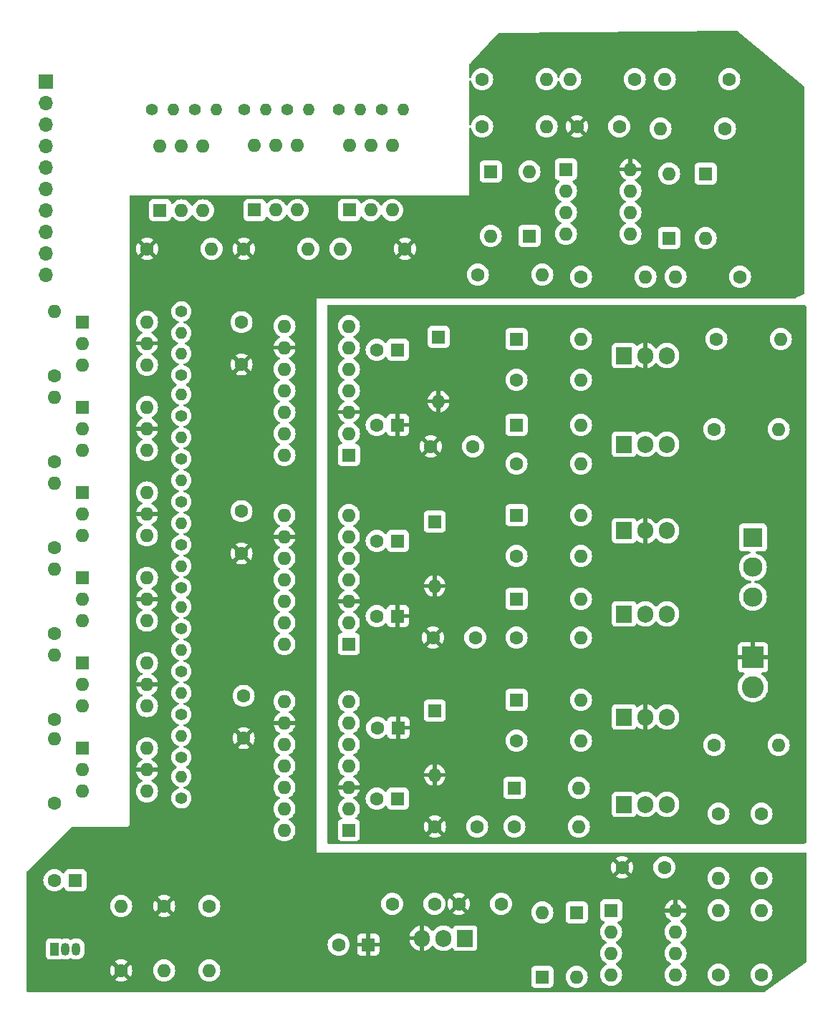
<source format=gbr>
%TF.GenerationSoftware,KiCad,Pcbnew,8.0.7*%
%TF.CreationDate,2025-01-10T09:52:22-05:00*%
%TF.ProjectId,esc,6573632e-6b69-4636-9164-5f7063625858,rev?*%
%TF.SameCoordinates,Original*%
%TF.FileFunction,Copper,L3,Inr*%
%TF.FilePolarity,Positive*%
%FSLAX46Y46*%
G04 Gerber Fmt 4.6, Leading zero omitted, Abs format (unit mm)*
G04 Created by KiCad (PCBNEW 8.0.7) date 2025-01-10 09:52:22*
%MOMM*%
%LPD*%
G01*
G04 APERTURE LIST*
%TA.AperFunction,ComponentPad*%
%ADD10C,1.600000*%
%TD*%
%TA.AperFunction,ComponentPad*%
%ADD11O,1.600000X1.600000*%
%TD*%
%TA.AperFunction,ComponentPad*%
%ADD12R,2.600000X2.600000*%
%TD*%
%TA.AperFunction,ComponentPad*%
%ADD13C,2.600000*%
%TD*%
%TA.AperFunction,ComponentPad*%
%ADD14C,2.300000*%
%TD*%
%TA.AperFunction,ComponentPad*%
%ADD15R,2.300000X2.300000*%
%TD*%
%TA.AperFunction,ComponentPad*%
%ADD16R,1.600000X1.600000*%
%TD*%
%TA.AperFunction,ComponentPad*%
%ADD17C,1.400000*%
%TD*%
%TA.AperFunction,ComponentPad*%
%ADD18O,1.400000X1.400000*%
%TD*%
%TA.AperFunction,ComponentPad*%
%ADD19O,1.700000X1.700000*%
%TD*%
%TA.AperFunction,ComponentPad*%
%ADD20R,1.700000X1.700000*%
%TD*%
%TA.AperFunction,ComponentPad*%
%ADD21O,1.905000X2.000000*%
%TD*%
%TA.AperFunction,ComponentPad*%
%ADD22R,1.905000X2.000000*%
%TD*%
%TA.AperFunction,ComponentPad*%
%ADD23O,1.050000X1.500000*%
%TD*%
%TA.AperFunction,ComponentPad*%
%ADD24R,1.050000X1.500000*%
%TD*%
G04 APERTURE END LIST*
D10*
%TO.N,W_LO*%
%TO.C,R34*%
X35306000Y-118110000D03*
D11*
%TO.N,Net-(R34-Pad2)*%
X35306000Y-110490000D03*
%TD*%
D10*
%TO.N,W_HI*%
%TO.C,R33*%
X35306000Y-108204000D03*
D11*
%TO.N,Net-(R33-Pad2)*%
X35306000Y-100584000D03*
%TD*%
D10*
%TO.N,V_LO*%
%TO.C,R30*%
X35306000Y-98044000D03*
D11*
%TO.N,Net-(R30-Pad2)*%
X35306000Y-90424000D03*
%TD*%
D10*
%TO.N,V_HI*%
%TO.C,R29*%
X35306000Y-87884000D03*
D11*
%TO.N,Net-(R29-Pad2)*%
X35306000Y-80264000D03*
%TD*%
D10*
%TO.N,U_LO*%
%TO.C,R26*%
X35306000Y-77724000D03*
D11*
%TO.N,Net-(R26-Pad2)*%
X35306000Y-70104000D03*
%TD*%
D10*
%TO.N,U_HI*%
%TO.C,R27*%
X35306000Y-67564000D03*
D11*
%TO.N,Net-(R27-Pad2)*%
X35306000Y-59944000D03*
%TD*%
D12*
%TO.N,+12V*%
%TO.C,J3*%
X117856000Y-100894000D03*
D13*
%TO.N,GND*%
X117856000Y-104394000D03*
%TD*%
D14*
%TO.N,W*%
%TO.C,J2*%
X117856000Y-93726000D03*
%TO.N,V*%
X117856000Y-90226000D03*
D15*
%TO.N,U*%
X117856000Y-86726000D03*
%TD*%
D10*
%TO.N,+12V*%
%TO.C,C12*%
X80264000Y-120904000D03*
%TO.N,GND*%
X85264000Y-120904000D03*
%TD*%
%TO.N,+5V*%
%TO.C,C18*%
X97068000Y-38100000D03*
%TO.N,GND*%
X102068000Y-38100000D03*
%TD*%
%TO.N,+5V*%
%TO.C,C17*%
X102402000Y-125730000D03*
%TO.N,GND*%
X107402000Y-125730000D03*
%TD*%
%TO.N,GND*%
%TO.C,C16*%
X88098000Y-130048000D03*
%TO.N,+5V*%
X83098000Y-130048000D03*
%TD*%
%TO.N,GND*%
%TO.C,C14*%
X75224000Y-130048000D03*
%TO.N,+12V*%
X80224000Y-130048000D03*
%TD*%
%TO.N,GND*%
%TO.C,C9*%
X57658000Y-105450000D03*
%TO.N,+5V*%
X57658000Y-110450000D03*
%TD*%
%TO.N,+12V*%
%TO.C,C8*%
X80050000Y-98552000D03*
%TO.N,GND*%
X85050000Y-98552000D03*
%TD*%
%TO.N,+5V*%
%TO.C,C5*%
X57404000Y-66254000D03*
%TO.N,GND*%
X57404000Y-61254000D03*
%TD*%
%TO.N,+5V*%
%TO.C,C4*%
X57404000Y-88606000D03*
%TO.N,GND*%
X57404000Y-83606000D03*
%TD*%
%TO.N,+12V*%
%TO.C,C3*%
X79771113Y-75946000D03*
%TO.N,GND*%
X84771113Y-75946000D03*
%TD*%
%TO.N,GND*%
%TO.C,C15*%
X68890000Y-134874000D03*
D16*
%TO.N,+5V*%
X72390000Y-134874000D03*
%TD*%
D10*
%TO.N,GND*%
%TO.C,C13*%
X35281113Y-127254000D03*
D16*
%TO.N,Net-(Q7-B)*%
X37781113Y-127254000D03*
%TD*%
%TO.N,Net-(D3-K)*%
%TO.C,C11*%
X75881113Y-117602000D03*
D10*
%TO.N,W*%
X73381113Y-117602000D03*
%TD*%
D16*
%TO.N,+12V*%
%TO.C,C10*%
X75946000Y-109220000D03*
D10*
%TO.N,GND*%
X73446000Y-109220000D03*
%TD*%
D16*
%TO.N,Net-(D2-K)*%
%TO.C,C7*%
X75881113Y-87122000D03*
D10*
%TO.N,V*%
X73381113Y-87122000D03*
%TD*%
D16*
%TO.N,+12V*%
%TO.C,C6*%
X75881113Y-96012000D03*
D10*
%TO.N,GND*%
X73381113Y-96012000D03*
%TD*%
D16*
%TO.N,Net-(D1-K)*%
%TO.C,C2*%
X75881113Y-64516000D03*
D10*
%TO.N,U*%
X73381113Y-64516000D03*
%TD*%
D16*
%TO.N,+12V*%
%TO.C,C1*%
X75881113Y-73406000D03*
D10*
%TO.N,GND*%
X73381113Y-73406000D03*
%TD*%
%TO.N,+5V*%
%TO.C,R24*%
X76723000Y-52578000D03*
D11*
%TO.N,Net-(R24-Pad2)*%
X69103000Y-52578000D03*
%TD*%
D17*
%TO.N,Net-(R46-Pad1)*%
%TO.C,R46*%
X46801000Y-36068000D03*
D18*
%TO.N,GND_EXT*%
X49341000Y-36068000D03*
%TD*%
D17*
%TO.N,Net-(R45-Pad1)*%
%TO.C,R45*%
X57723000Y-36068000D03*
D18*
%TO.N,GND_EXT*%
X60263000Y-36068000D03*
%TD*%
D17*
%TO.N,Net-(R44-Pad1)*%
%TO.C,R44*%
X68899000Y-36068000D03*
D18*
%TO.N,GND_EXT*%
X71439000Y-36068000D03*
%TD*%
D17*
%TO.N,Net-(R43-Pad1)*%
%TO.C,R43*%
X51881000Y-36068000D03*
D18*
%TO.N,U_SENSE*%
X54421000Y-36068000D03*
%TD*%
D17*
%TO.N,Net-(R42-Pad1)*%
%TO.C,R42*%
X62803000Y-36068000D03*
D18*
%TO.N,V_SENSE*%
X65343000Y-36068000D03*
%TD*%
D17*
%TO.N,Net-(R41-Pad1)*%
%TO.C,R41*%
X73979000Y-36068000D03*
D18*
%TO.N,W_SENSE*%
X76519000Y-36068000D03*
%TD*%
D19*
%TO.N,U_HI*%
%TO.C,J1*%
X34290000Y-55626000D03*
%TO.N,U_LO*%
X34290000Y-53086000D03*
%TO.N,V_HI*%
X34290000Y-50546000D03*
%TO.N,V_LO*%
X34290000Y-48006000D03*
%TO.N,W_HI*%
X34290000Y-45466000D03*
%TO.N,W_LO*%
X34290000Y-42926000D03*
%TO.N,W_SENSE*%
X34290000Y-40386000D03*
%TO.N,V_SENSE*%
X34290000Y-37846000D03*
%TO.N,U_SENSE*%
X34290000Y-35306000D03*
D20*
%TO.N,GND_EXT*%
X34290000Y-32766000D03*
%TD*%
D17*
%TO.N,GND*%
%TO.C,R52*%
X50292000Y-117552000D03*
D18*
%TO.N,Net-(U3-LIN)*%
X50292000Y-115012000D03*
%TD*%
D17*
%TO.N,GND*%
%TO.C,R51*%
X50292000Y-107646000D03*
D18*
%TO.N,Net-(U3-HIN)*%
X50292000Y-105106000D03*
%TD*%
D17*
%TO.N,GND*%
%TO.C,R50*%
X50292000Y-97486000D03*
D18*
%TO.N,Net-(U2-LIN)*%
X50292000Y-94946000D03*
%TD*%
D17*
%TO.N,GND*%
%TO.C,R49*%
X50292000Y-87580000D03*
D18*
%TO.N,Net-(U2-HIN)*%
X50292000Y-85040000D03*
%TD*%
D17*
%TO.N,GND*%
%TO.C,R48*%
X50292000Y-77420000D03*
D18*
%TO.N,Net-(U1-LIN)*%
X50292000Y-74880000D03*
%TD*%
D17*
%TO.N,GND*%
%TO.C,R47*%
X50292000Y-67514000D03*
D18*
%TO.N,Net-(U1-HIN)*%
X50292000Y-64974000D03*
%TD*%
D17*
%TO.N,GND*%
%TO.C,R36*%
X50292000Y-112726000D03*
D18*
%TO.N,Net-(R36-Pad2)*%
X50292000Y-110186000D03*
%TD*%
D17*
%TO.N,GND*%
%TO.C,R35*%
X50292000Y-102566000D03*
D18*
%TO.N,Net-(R35-Pad2)*%
X50292000Y-100026000D03*
%TD*%
D17*
%TO.N,GND*%
%TO.C,R32*%
X50292000Y-92660000D03*
D18*
%TO.N,Net-(R32-Pad2)*%
X50292000Y-90120000D03*
%TD*%
%TO.N,Net-(R31-Pad2)*%
%TO.C,R31*%
X50292000Y-79960000D03*
D17*
%TO.N,GND*%
X50292000Y-82500000D03*
%TD*%
D18*
%TO.N,Net-(R28-Pad2)*%
%TO.C,R28*%
X50292000Y-69800000D03*
D17*
%TO.N,GND*%
X50292000Y-72340000D03*
%TD*%
D18*
%TO.N,Net-(R25-Pad2)*%
%TO.C,R25*%
X50292000Y-62534000D03*
D17*
%TO.N,GND*%
X50292000Y-59994000D03*
%TD*%
D10*
%TO.N,+5V*%
%TO.C,R12*%
X46243000Y-52578000D03*
D11*
%TO.N,Net-(R12-Pad2)*%
X53863000Y-52578000D03*
%TD*%
%TO.N,Net-(R46-Pad1)*%
%TO.C,U7*%
X47777000Y-40401000D03*
%TO.N,Net-(R43-Pad1)*%
X50317000Y-40401000D03*
%TO.N,GND_EXT*%
X52857000Y-40401000D03*
%TO.N,unconnected-(U7-NC-Pad3)*%
X52857000Y-48021000D03*
%TO.N,Net-(U4-Pad1)*%
X50317000Y-48021000D03*
D16*
%TO.N,Net-(R12-Pad2)*%
X47777000Y-48021000D03*
%TD*%
D11*
%TO.N,Net-(Q7-C)*%
%TO.C,R38*%
X48260000Y-137922000D03*
D10*
%TO.N,+5V*%
X48260000Y-130302000D03*
%TD*%
D11*
%TO.N,Net-(D14-A)*%
%TO.C,D14*%
X97536000Y-105918000D03*
D16*
%TO.N,Net-(D14-K)*%
X89916000Y-105918000D03*
%TD*%
%TO.N,Net-(R26-Pad2)*%
%TO.C,U11*%
X38608000Y-71304153D03*
D11*
%TO.N,GND_EXT*%
X38608000Y-73844153D03*
%TO.N,unconnected-(U11-NC-Pad3)*%
X38608000Y-76384153D03*
%TO.N,Net-(U1-LIN)*%
X46228000Y-76384153D03*
%TO.N,+5V*%
X46228000Y-73844153D03*
%TO.N,Net-(R28-Pad2)*%
X46228000Y-71304153D03*
%TD*%
%TO.N,Net-(D4-A)*%
%TO.C,R14*%
X96266000Y-32512000D03*
D10*
%TO.N,GND*%
X103886000Y-32512000D03*
%TD*%
D11*
%TO.N,Net-(D10-A)*%
%TO.C,R2*%
X97536000Y-68072000D03*
D10*
%TO.N,Net-(D10-K)*%
X89916000Y-68072000D03*
%TD*%
D11*
%TO.N,Net-(D8-K)*%
%TO.C,R22*%
X113792000Y-130810000D03*
D10*
%TO.N,GND*%
X113792000Y-138430000D03*
%TD*%
D11*
%TO.N,Net-(R10-Pad1)*%
%TO.C,R4*%
X121158000Y-63246000D03*
D10*
%TO.N,U*%
X113538000Y-63246000D03*
%TD*%
D11*
%TO.N,Net-(D8-K)*%
%TO.C,R20*%
X113792000Y-127000000D03*
D10*
%TO.N,W*%
X113792000Y-119380000D03*
%TD*%
D11*
%TO.N,Net-(R45-Pad1)*%
%TO.C,U8*%
X58943000Y-40376000D03*
%TO.N,Net-(R42-Pad1)*%
X61483000Y-40376000D03*
%TO.N,GND_EXT*%
X64023000Y-40376000D03*
%TO.N,unconnected-(U8-NC-Pad3)*%
X64023000Y-47996000D03*
%TO.N,Net-(U4-Pad7)*%
X61483000Y-47996000D03*
D16*
%TO.N,Net-(R19-Pad2)*%
X58943000Y-47996000D03*
%TD*%
D10*
%TO.N,Net-(D12-K)*%
%TO.C,R3*%
X89916000Y-88900000D03*
D11*
%TO.N,Net-(D12-A)*%
X97536000Y-88900000D03*
%TD*%
%TO.N,Net-(D6-A)*%
%TO.C,R16*%
X93472000Y-32512000D03*
D10*
%TO.N,Net-(R10-Pad1)*%
X85852000Y-32512000D03*
%TD*%
D11*
%TO.N,Net-(D8-A)*%
%TO.C,R21*%
X118872000Y-130810000D03*
D10*
%TO.N,Net-(R10-Pad1)*%
X118872000Y-138430000D03*
%TD*%
D11*
%TO.N,Net-(D11-A)*%
%TO.C,R1*%
X97536000Y-77978000D03*
D10*
%TO.N,Net-(D11-K)*%
X89916000Y-77978000D03*
%TD*%
D11*
%TO.N,+12V*%
%TO.C,D2*%
X80250000Y-92456000D03*
D16*
%TO.N,Net-(D2-K)*%
X80250000Y-84836000D03*
%TD*%
D11*
%TO.N,Net-(D6-A)*%
%TO.C,R18*%
X108712000Y-55880000D03*
D10*
%TO.N,GND*%
X116332000Y-55880000D03*
%TD*%
D21*
%TO.N,GND*%
%TO.C,Q6*%
X107696000Y-118293000D03*
%TO.N,W*%
X105156000Y-118293000D03*
D22*
%TO.N,Net-(D15-A)*%
X102616000Y-118293000D03*
%TD*%
D11*
%TO.N,+12V*%
%TO.C,D3*%
X80250000Y-114808000D03*
D16*
%TO.N,Net-(D3-K)*%
X80250000Y-107188000D03*
%TD*%
D11*
%TO.N,Net-(R19-Pad2)*%
%TO.C,R19*%
X65293000Y-52578000D03*
D10*
%TO.N,+5V*%
X57673000Y-52578000D03*
%TD*%
D11*
%TO.N,Net-(D8-A)*%
%TO.C,D8*%
X92964000Y-131064000D03*
D16*
%TO.N,Net-(D8-K)*%
X92964000Y-138684000D03*
%TD*%
D11*
%TO.N,Net-(D6-K)*%
%TO.C,R15*%
X105156000Y-55880000D03*
D10*
%TO.N,V*%
X97536000Y-55880000D03*
%TD*%
D11*
%TO.N,Net-(R25-Pad2)*%
%TO.C,U10*%
X46228000Y-61214000D03*
%TO.N,+5V*%
X46228000Y-63754000D03*
%TO.N,Net-(U1-HIN)*%
X46228000Y-66294000D03*
%TO.N,unconnected-(U10-NC-Pad3)*%
X38608000Y-66294000D03*
%TO.N,GND_EXT*%
X38608000Y-63754000D03*
D16*
%TO.N,Net-(R27-Pad2)*%
X38608000Y-61214000D03*
%TD*%
%TO.N,Net-(R34-Pad2)*%
%TO.C,U15*%
X38608000Y-111664765D03*
D11*
%TO.N,GND_EXT*%
X38608000Y-114204765D03*
%TO.N,unconnected-(U15-NC-Pad3)*%
X38608000Y-116744765D03*
%TO.N,Net-(U3-LIN)*%
X46228000Y-116744765D03*
%TO.N,+5V*%
X46228000Y-114204765D03*
%TO.N,Net-(R36-Pad2)*%
X46228000Y-111664765D03*
%TD*%
D10*
%TO.N,W*%
%TO.C,R9*%
X113284000Y-111252000D03*
D11*
%TO.N,Net-(R10-Pad1)*%
X120904000Y-111252000D03*
%TD*%
D10*
%TO.N,Net-(D14-K)*%
%TO.C,R7*%
X89916000Y-110744000D03*
D11*
%TO.N,Net-(D14-A)*%
X97536000Y-110744000D03*
%TD*%
%TO.N,Net-(D6-K)*%
%TO.C,D7*%
X112268000Y-51308000D03*
D16*
%TO.N,Net-(D6-A)*%
X112268000Y-43688000D03*
%TD*%
%TO.N,Net-(D13-K)*%
%TO.C,D13*%
X89916000Y-93980000D03*
D11*
%TO.N,Net-(D13-A)*%
X97536000Y-93980000D03*
%TD*%
%TO.N,Net-(D4-A)*%
%TO.C,R10*%
X93472000Y-38100000D03*
D10*
%TO.N,Net-(R10-Pad1)*%
X85852000Y-38100000D03*
%TD*%
D11*
%TO.N,unconnected-(U2-NC-Pad14)*%
%TO.C,U2*%
X62474000Y-99319000D03*
%TO.N,GND*%
X62474000Y-96779000D03*
%TO.N,Net-(U2-LIN)*%
X62474000Y-94239000D03*
%TO.N,Net-(Q7-C)*%
X62474000Y-91699000D03*
%TO.N,Net-(U2-HIN)*%
X62474000Y-89159000D03*
%TO.N,+5V*%
X62474000Y-86619000D03*
%TO.N,unconnected-(U2-NC-Pad8)*%
X62474000Y-84079000D03*
%TO.N,Net-(D12-K)*%
X70094000Y-84079000D03*
%TO.N,Net-(D2-K)*%
X70094000Y-86619000D03*
%TO.N,V*%
X70094000Y-89159000D03*
%TO.N,unconnected-(U2-NC-Pad4)*%
X70094000Y-91699000D03*
%TO.N,+12V*%
X70094000Y-94239000D03*
%TO.N,GND*%
X70094000Y-96779000D03*
D16*
%TO.N,Net-(D13-K)*%
X70094000Y-99319000D03*
%TD*%
D11*
%TO.N,Net-(D6-K)*%
%TO.C,R17*%
X106934000Y-38354000D03*
D10*
%TO.N,GND*%
X114554000Y-38354000D03*
%TD*%
%TO.N,V*%
%TO.C,R6*%
X113284000Y-73914000D03*
D11*
%TO.N,Net-(R10-Pad1)*%
X120904000Y-73914000D03*
%TD*%
%TO.N,Net-(D4-K)*%
%TO.C,D5*%
X86868000Y-51054000D03*
D16*
%TO.N,Net-(D4-A)*%
X86868000Y-43434000D03*
%TD*%
D11*
%TO.N,Net-(D4-A)*%
%TO.C,D4*%
X91440000Y-43434000D03*
D16*
%TO.N,Net-(D4-K)*%
X91440000Y-51054000D03*
%TD*%
D10*
%TO.N,Net-(D15-K)*%
%TO.C,R8*%
X89662000Y-120904000D03*
D11*
%TO.N,Net-(D15-A)*%
X97282000Y-120904000D03*
%TD*%
D23*
%TO.N,Net-(Q7-C)*%
%TO.C,Q7*%
X37846000Y-135382000D03*
%TO.N,Net-(Q7-B)*%
X36576000Y-135382000D03*
D24*
%TO.N,GND*%
X35306000Y-135382000D03*
%TD*%
D16*
%TO.N,Net-(R33-Pad2)*%
%TO.C,U14*%
X38608000Y-101574612D03*
D11*
%TO.N,GND_EXT*%
X38608000Y-104114612D03*
%TO.N,unconnected-(U14-NC-Pad3)*%
X38608000Y-106654612D03*
%TO.N,Net-(U3-HIN)*%
X46228000Y-106654612D03*
%TO.N,+5V*%
X46228000Y-104114612D03*
%TO.N,Net-(R35-Pad2)*%
X46228000Y-101574612D03*
%TD*%
D16*
%TO.N,Net-(D12-K)*%
%TO.C,D12*%
X89916000Y-84074000D03*
D11*
%TO.N,Net-(D12-A)*%
X97536000Y-84074000D03*
%TD*%
D16*
%TO.N,Net-(U4-Pad1)*%
%TO.C,U4*%
X95758000Y-43180000D03*
D11*
%TO.N,Net-(D4-A)*%
X95758000Y-45720000D03*
%TO.N,Net-(D4-K)*%
X95758000Y-48260000D03*
%TO.N,GND*%
X95758000Y-50800000D03*
%TO.N,Net-(D6-K)*%
X103378000Y-50800000D03*
%TO.N,Net-(D6-A)*%
X103378000Y-48260000D03*
%TO.N,Net-(U4-Pad7)*%
X103378000Y-45720000D03*
%TO.N,+5V*%
X103378000Y-43180000D03*
%TD*%
D22*
%TO.N,+12V*%
%TO.C,U6*%
X83820000Y-134112000D03*
D21*
%TO.N,GND*%
X81280000Y-134112000D03*
%TO.N,+5V*%
X78740000Y-134112000D03*
%TD*%
D11*
%TO.N,Net-(D4-K)*%
%TO.C,R11*%
X92964000Y-55626000D03*
D10*
%TO.N,U*%
X85344000Y-55626000D03*
%TD*%
D21*
%TO.N,V*%
%TO.C,Q3*%
X107696000Y-85919000D03*
%TO.N,+12V*%
X105156000Y-85919000D03*
D22*
%TO.N,Net-(D12-A)*%
X102616000Y-85919000D03*
%TD*%
D11*
%TO.N,Net-(D4-K)*%
%TO.C,R13*%
X107442000Y-32512000D03*
D10*
%TO.N,GND*%
X115062000Y-32512000D03*
%TD*%
D11*
%TO.N,Net-(R44-Pad1)*%
%TO.C,U9*%
X70134000Y-40376000D03*
%TO.N,Net-(R41-Pad1)*%
X72674000Y-40376000D03*
%TO.N,GND_EXT*%
X75214000Y-40376000D03*
%TO.N,unconnected-(U9-NC-Pad3)*%
X75214000Y-47996000D03*
%TO.N,Net-(U5-Pad1)*%
X72674000Y-47996000D03*
D16*
%TO.N,Net-(R24-Pad2)*%
X70134000Y-47996000D03*
%TD*%
D22*
%TO.N,Net-(D13-A)*%
%TO.C,Q4*%
X102616000Y-95758000D03*
D21*
%TO.N,V*%
X105156000Y-95758000D03*
%TO.N,GND*%
X107696000Y-95758000D03*
%TD*%
D11*
%TO.N,Net-(D6-A)*%
%TO.C,D6*%
X107950000Y-43688000D03*
D16*
%TO.N,Net-(D6-K)*%
X107950000Y-51308000D03*
%TD*%
D11*
%TO.N,+12V*%
%TO.C,D1*%
X80707113Y-70612000D03*
D16*
%TO.N,Net-(D1-K)*%
X80707113Y-62992000D03*
%TD*%
D11*
%TO.N,Net-(R31-Pad2)*%
%TO.C,U12*%
X46228000Y-81394306D03*
%TO.N,+5V*%
X46228000Y-83934306D03*
%TO.N,Net-(U2-HIN)*%
X46228000Y-86474306D03*
%TO.N,unconnected-(U12-NC-Pad3)*%
X38608000Y-86474306D03*
%TO.N,GND_EXT*%
X38608000Y-83934306D03*
D16*
%TO.N,Net-(R29-Pad2)*%
X38608000Y-81394306D03*
%TD*%
D21*
%TO.N,W*%
%TO.C,Q5*%
X107696000Y-107950000D03*
%TO.N,+12V*%
X105156000Y-107950000D03*
D22*
%TO.N,Net-(D14-A)*%
X102616000Y-107950000D03*
%TD*%
%TO.N,Net-(D11-A)*%
%TO.C,Q2*%
X102616000Y-75692000D03*
D21*
%TO.N,U*%
X105156000Y-75692000D03*
%TO.N,GND*%
X107696000Y-75692000D03*
%TD*%
D11*
%TO.N,+5V*%
%TO.C,U5*%
X108722000Y-130820000D03*
%TO.N,GND*%
X108722000Y-133360000D03*
X108722000Y-135900000D03*
X108722000Y-138440000D03*
X101102000Y-138440000D03*
%TO.N,Net-(D8-K)*%
X101102000Y-135900000D03*
%TO.N,Net-(D8-A)*%
X101102000Y-133360000D03*
D16*
%TO.N,Net-(U5-Pad1)*%
X101102000Y-130820000D03*
%TD*%
D11*
%TO.N,Net-(D15-A)*%
%TO.C,D15*%
X97282000Y-116332000D03*
D16*
%TO.N,Net-(D15-K)*%
X89662000Y-116332000D03*
%TD*%
D11*
%TO.N,Net-(D8-K)*%
%TO.C,D9*%
X97028000Y-138684000D03*
D16*
%TO.N,Net-(D8-A)*%
X97028000Y-131064000D03*
%TD*%
D11*
%TO.N,Net-(D10-A)*%
%TO.C,D10*%
X97536000Y-63246000D03*
D16*
%TO.N,Net-(D10-K)*%
X89916000Y-63246000D03*
%TD*%
D11*
%TO.N,Net-(D8-A)*%
%TO.C,R23*%
X118872000Y-127000000D03*
D10*
%TO.N,GND*%
X118872000Y-119380000D03*
%TD*%
D22*
%TO.N,Net-(D10-A)*%
%TO.C,Q1*%
X102616000Y-65207000D03*
D21*
%TO.N,+12V*%
X105156000Y-65207000D03*
%TO.N,U*%
X107696000Y-65207000D03*
%TD*%
D10*
%TO.N,Net-(D13-K)*%
%TO.C,R5*%
X89916000Y-98552000D03*
D11*
%TO.N,Net-(D13-A)*%
X97536000Y-98552000D03*
%TD*%
%TO.N,Net-(R32-Pad2)*%
%TO.C,U13*%
X46228000Y-91484459D03*
%TO.N,+5V*%
X46228000Y-94024459D03*
%TO.N,Net-(U2-LIN)*%
X46228000Y-96564459D03*
%TO.N,unconnected-(U13-NC-Pad3)*%
X38608000Y-96564459D03*
%TO.N,GND_EXT*%
X38608000Y-94024459D03*
D16*
%TO.N,Net-(R30-Pad2)*%
X38608000Y-91484459D03*
%TD*%
D11*
%TO.N,Net-(Q7-B)*%
%TO.C,R37*%
X43180000Y-130302000D03*
D10*
%TO.N,+5V*%
X43180000Y-137922000D03*
%TD*%
D11*
%TO.N,unconnected-(U3-NC-Pad14)*%
%TO.C,U3*%
X62474000Y-121350000D03*
%TO.N,GND*%
X62474000Y-118810000D03*
%TO.N,Net-(U3-LIN)*%
X62474000Y-116270000D03*
%TO.N,Net-(Q7-C)*%
X62474000Y-113730000D03*
%TO.N,Net-(U3-HIN)*%
X62474000Y-111190000D03*
%TO.N,+5V*%
X62474000Y-108650000D03*
%TO.N,unconnected-(U3-NC-Pad8)*%
X62474000Y-106110000D03*
%TO.N,Net-(D14-K)*%
X70094000Y-106110000D03*
%TO.N,Net-(D3-K)*%
X70094000Y-108650000D03*
%TO.N,W*%
X70094000Y-111190000D03*
%TO.N,unconnected-(U3-NC-Pad4)*%
X70094000Y-113730000D03*
%TO.N,+12V*%
X70094000Y-116270000D03*
%TO.N,GND*%
X70094000Y-118810000D03*
D16*
%TO.N,Net-(D15-K)*%
X70094000Y-121350000D03*
%TD*%
D11*
%TO.N,Net-(D11-A)*%
%TO.C,D11*%
X97536000Y-73406000D03*
D16*
%TO.N,Net-(D11-K)*%
X89916000Y-73406000D03*
%TD*%
D11*
%TO.N,unconnected-(U1-NC-Pad14)*%
%TO.C,U1*%
X62484000Y-76962000D03*
%TO.N,GND*%
X62484000Y-74422000D03*
%TO.N,Net-(U1-LIN)*%
X62484000Y-71882000D03*
%TO.N,Net-(Q7-C)*%
X62484000Y-69342000D03*
%TO.N,Net-(U1-HIN)*%
X62484000Y-66802000D03*
%TO.N,+5V*%
X62484000Y-64262000D03*
%TO.N,unconnected-(U1-NC-Pad8)*%
X62484000Y-61722000D03*
%TO.N,Net-(D10-K)*%
X70104000Y-61722000D03*
%TO.N,Net-(D1-K)*%
X70104000Y-64262000D03*
%TO.N,U*%
X70104000Y-66802000D03*
%TO.N,unconnected-(U1-NC-Pad4)*%
X70104000Y-69342000D03*
%TO.N,+12V*%
X70104000Y-71882000D03*
%TO.N,GND*%
X70104000Y-74422000D03*
D16*
%TO.N,Net-(D11-K)*%
X70104000Y-76962000D03*
%TD*%
D11*
%TO.N,GND*%
%TO.C,R39*%
X53594000Y-137922000D03*
D10*
%TO.N,Net-(Q7-B)*%
X53594000Y-130302000D03*
%TD*%
%TA.AperFunction,Conductor*%
%TO.N,+5V*%
G36*
X115977294Y-26812030D02*
G01*
X115990381Y-26821498D01*
X123907073Y-33375076D01*
X123946160Y-33432987D01*
X123952000Y-33470593D01*
X123952000Y-57855241D01*
X123932315Y-57922280D01*
X123879511Y-57968035D01*
X123879312Y-57968126D01*
X122909644Y-58408885D01*
X122858332Y-58420000D01*
X66294000Y-58420000D01*
X66294000Y-123952000D01*
X121666000Y-123952000D01*
X124082000Y-123952000D01*
X124149039Y-123971685D01*
X124194794Y-124024489D01*
X124206000Y-124076000D01*
X124206000Y-136842187D01*
X124186315Y-136909226D01*
X124154074Y-136943090D01*
X119896102Y-139984499D01*
X119259936Y-140438903D01*
X119193942Y-140461851D01*
X119187862Y-140462000D01*
X32128000Y-140462000D01*
X32060961Y-140442315D01*
X32015206Y-140389511D01*
X32004000Y-140338000D01*
X32004000Y-137921997D01*
X41875034Y-137921997D01*
X41875034Y-137922002D01*
X41894858Y-138148599D01*
X41894860Y-138148610D01*
X41953730Y-138368317D01*
X41953735Y-138368331D01*
X42049863Y-138574478D01*
X42100974Y-138647472D01*
X42780000Y-137968446D01*
X42780000Y-137974661D01*
X42807259Y-138076394D01*
X42859920Y-138167606D01*
X42934394Y-138242080D01*
X43025606Y-138294741D01*
X43127339Y-138322000D01*
X43133553Y-138322000D01*
X42454526Y-139001025D01*
X42527513Y-139052132D01*
X42527521Y-139052136D01*
X42733668Y-139148264D01*
X42733682Y-139148269D01*
X42953389Y-139207139D01*
X42953400Y-139207141D01*
X43179998Y-139226966D01*
X43180002Y-139226966D01*
X43406599Y-139207141D01*
X43406610Y-139207139D01*
X43626317Y-139148269D01*
X43626331Y-139148264D01*
X43832478Y-139052136D01*
X43905471Y-139001024D01*
X43226447Y-138322000D01*
X43232661Y-138322000D01*
X43334394Y-138294741D01*
X43425606Y-138242080D01*
X43500080Y-138167606D01*
X43552741Y-138076394D01*
X43580000Y-137974661D01*
X43580000Y-137968447D01*
X44259024Y-138647471D01*
X44310136Y-138574478D01*
X44406264Y-138368331D01*
X44406269Y-138368317D01*
X44465139Y-138148610D01*
X44465141Y-138148599D01*
X44484966Y-137922002D01*
X44484966Y-137921998D01*
X46954532Y-137921998D01*
X46954532Y-137922001D01*
X46974364Y-138148686D01*
X46974366Y-138148697D01*
X47033258Y-138368488D01*
X47033261Y-138368497D01*
X47129431Y-138574732D01*
X47129432Y-138574734D01*
X47259954Y-138761141D01*
X47420858Y-138922045D01*
X47420861Y-138922047D01*
X47607266Y-139052568D01*
X47813504Y-139148739D01*
X48033308Y-139207635D01*
X48195230Y-139221801D01*
X48259998Y-139227468D01*
X48260000Y-139227468D01*
X48260002Y-139227468D01*
X48316673Y-139222509D01*
X48486692Y-139207635D01*
X48706496Y-139148739D01*
X48912734Y-139052568D01*
X49099139Y-138922047D01*
X49260047Y-138761139D01*
X49390568Y-138574734D01*
X49486739Y-138368496D01*
X49545635Y-138148692D01*
X49565468Y-137922000D01*
X49565468Y-137921998D01*
X52288532Y-137921998D01*
X52288532Y-137922001D01*
X52308364Y-138148686D01*
X52308366Y-138148697D01*
X52367258Y-138368488D01*
X52367261Y-138368497D01*
X52463431Y-138574732D01*
X52463432Y-138574734D01*
X52593954Y-138761141D01*
X52754858Y-138922045D01*
X52754861Y-138922047D01*
X52941266Y-139052568D01*
X53147504Y-139148739D01*
X53367308Y-139207635D01*
X53529230Y-139221801D01*
X53593998Y-139227468D01*
X53594000Y-139227468D01*
X53594002Y-139227468D01*
X53650673Y-139222509D01*
X53820692Y-139207635D01*
X54040496Y-139148739D01*
X54246734Y-139052568D01*
X54433139Y-138922047D01*
X54594047Y-138761139D01*
X54724568Y-138574734D01*
X54820739Y-138368496D01*
X54879635Y-138148692D01*
X54899468Y-137922000D01*
X54891956Y-137836135D01*
X91663500Y-137836135D01*
X91663500Y-139531870D01*
X91663501Y-139531876D01*
X91669908Y-139591483D01*
X91720202Y-139726328D01*
X91720206Y-139726335D01*
X91806452Y-139841544D01*
X91806455Y-139841547D01*
X91921664Y-139927793D01*
X91921671Y-139927797D01*
X92056517Y-139978091D01*
X92056516Y-139978091D01*
X92063444Y-139978835D01*
X92116127Y-139984500D01*
X93811872Y-139984499D01*
X93871483Y-139978091D01*
X94006331Y-139927796D01*
X94121546Y-139841546D01*
X94207796Y-139726331D01*
X94258091Y-139591483D01*
X94264500Y-139531873D01*
X94264499Y-138683998D01*
X95722532Y-138683998D01*
X95722532Y-138684001D01*
X95742364Y-138910686D01*
X95742366Y-138910697D01*
X95801258Y-139130488D01*
X95801261Y-139130497D01*
X95897431Y-139336732D01*
X95897432Y-139336734D01*
X96027954Y-139523141D01*
X96188858Y-139684045D01*
X96188861Y-139684047D01*
X96375266Y-139814568D01*
X96581504Y-139910739D01*
X96801308Y-139969635D01*
X96963230Y-139983801D01*
X97027998Y-139989468D01*
X97028000Y-139989468D01*
X97028002Y-139989468D01*
X97084807Y-139984498D01*
X97254692Y-139969635D01*
X97474496Y-139910739D01*
X97680734Y-139814568D01*
X97867139Y-139684047D01*
X98028047Y-139523139D01*
X98158568Y-139336734D01*
X98254739Y-139130496D01*
X98313635Y-138910692D01*
X98333468Y-138684000D01*
X98313635Y-138457308D01*
X98254739Y-138237504D01*
X98158568Y-138031266D01*
X98028047Y-137844861D01*
X98028045Y-137844858D01*
X97867141Y-137683954D01*
X97680734Y-137553432D01*
X97680732Y-137553431D01*
X97474497Y-137457261D01*
X97474488Y-137457258D01*
X97254697Y-137398366D01*
X97254693Y-137398365D01*
X97254692Y-137398365D01*
X97254691Y-137398364D01*
X97254686Y-137398364D01*
X97028002Y-137378532D01*
X97027998Y-137378532D01*
X96801313Y-137398364D01*
X96801302Y-137398366D01*
X96581511Y-137457258D01*
X96581502Y-137457261D01*
X96375267Y-137553431D01*
X96375265Y-137553432D01*
X96188858Y-137683954D01*
X96027954Y-137844858D01*
X95897432Y-138031265D01*
X95897431Y-138031267D01*
X95801261Y-138237502D01*
X95801258Y-138237511D01*
X95742366Y-138457302D01*
X95742364Y-138457313D01*
X95722532Y-138683998D01*
X94264499Y-138683998D01*
X94264499Y-137836128D01*
X94258172Y-137777266D01*
X94258091Y-137776516D01*
X94207797Y-137641671D01*
X94207793Y-137641664D01*
X94121547Y-137526455D01*
X94121544Y-137526452D01*
X94006335Y-137440206D01*
X94006328Y-137440202D01*
X93871482Y-137389908D01*
X93871483Y-137389908D01*
X93811883Y-137383501D01*
X93811881Y-137383500D01*
X93811873Y-137383500D01*
X93811864Y-137383500D01*
X92116129Y-137383500D01*
X92116123Y-137383501D01*
X92056516Y-137389908D01*
X91921671Y-137440202D01*
X91921664Y-137440206D01*
X91806455Y-137526452D01*
X91806452Y-137526455D01*
X91720206Y-137641664D01*
X91720202Y-137641671D01*
X91669908Y-137776517D01*
X91663501Y-137836116D01*
X91663501Y-137836123D01*
X91663500Y-137836135D01*
X54891956Y-137836135D01*
X54879635Y-137695308D01*
X54820739Y-137475504D01*
X54724568Y-137269266D01*
X54594047Y-137082861D01*
X54594045Y-137082858D01*
X54433141Y-136921954D01*
X54246734Y-136791432D01*
X54246732Y-136791431D01*
X54040497Y-136695261D01*
X54040488Y-136695258D01*
X53820697Y-136636366D01*
X53820693Y-136636365D01*
X53820692Y-136636365D01*
X53820691Y-136636364D01*
X53820686Y-136636364D01*
X53594002Y-136616532D01*
X53593998Y-136616532D01*
X53367313Y-136636364D01*
X53367302Y-136636366D01*
X53147511Y-136695258D01*
X53147502Y-136695261D01*
X52941267Y-136791431D01*
X52941265Y-136791432D01*
X52754858Y-136921954D01*
X52593954Y-137082858D01*
X52463432Y-137269265D01*
X52463431Y-137269267D01*
X52367261Y-137475502D01*
X52367258Y-137475511D01*
X52308366Y-137695302D01*
X52308364Y-137695313D01*
X52288532Y-137921998D01*
X49565468Y-137921998D01*
X49545635Y-137695308D01*
X49486739Y-137475504D01*
X49390568Y-137269266D01*
X49260047Y-137082861D01*
X49260045Y-137082858D01*
X49099141Y-136921954D01*
X48912734Y-136791432D01*
X48912732Y-136791431D01*
X48706497Y-136695261D01*
X48706488Y-136695258D01*
X48486697Y-136636366D01*
X48486693Y-136636365D01*
X48486692Y-136636365D01*
X48486691Y-136636364D01*
X48486686Y-136636364D01*
X48260002Y-136616532D01*
X48259998Y-136616532D01*
X48033313Y-136636364D01*
X48033302Y-136636366D01*
X47813511Y-136695258D01*
X47813502Y-136695261D01*
X47607267Y-136791431D01*
X47607265Y-136791432D01*
X47420858Y-136921954D01*
X47259954Y-137082858D01*
X47129432Y-137269265D01*
X47129431Y-137269267D01*
X47033261Y-137475502D01*
X47033258Y-137475511D01*
X46974366Y-137695302D01*
X46974364Y-137695313D01*
X46954532Y-137921998D01*
X44484966Y-137921998D01*
X44484966Y-137921997D01*
X44465141Y-137695400D01*
X44465139Y-137695389D01*
X44406269Y-137475682D01*
X44406264Y-137475668D01*
X44310136Y-137269521D01*
X44310132Y-137269513D01*
X44259025Y-137196526D01*
X43580000Y-137875551D01*
X43580000Y-137869339D01*
X43552741Y-137767606D01*
X43500080Y-137676394D01*
X43425606Y-137601920D01*
X43334394Y-137549259D01*
X43232661Y-137522000D01*
X43226445Y-137522000D01*
X43905472Y-136842974D01*
X43832478Y-136791863D01*
X43626331Y-136695735D01*
X43626317Y-136695730D01*
X43406610Y-136636860D01*
X43406599Y-136636858D01*
X43180002Y-136617034D01*
X43179998Y-136617034D01*
X42953400Y-136636858D01*
X42953389Y-136636860D01*
X42733682Y-136695730D01*
X42733673Y-136695734D01*
X42527516Y-136791866D01*
X42527512Y-136791868D01*
X42454526Y-136842973D01*
X42454526Y-136842974D01*
X43133553Y-137522000D01*
X43127339Y-137522000D01*
X43025606Y-137549259D01*
X42934394Y-137601920D01*
X42859920Y-137676394D01*
X42807259Y-137767606D01*
X42780000Y-137869339D01*
X42780000Y-137875552D01*
X42100974Y-137196526D01*
X42100973Y-137196526D01*
X42049868Y-137269512D01*
X42049866Y-137269516D01*
X41953734Y-137475673D01*
X41953730Y-137475682D01*
X41894860Y-137695389D01*
X41894858Y-137695400D01*
X41875034Y-137921997D01*
X32004000Y-137921997D01*
X32004000Y-134584135D01*
X34280500Y-134584135D01*
X34280500Y-136179870D01*
X34280501Y-136179876D01*
X34286908Y-136239483D01*
X34337202Y-136374328D01*
X34337206Y-136374335D01*
X34423452Y-136489544D01*
X34423455Y-136489547D01*
X34538664Y-136575793D01*
X34538671Y-136575797D01*
X34673517Y-136626091D01*
X34673516Y-136626091D01*
X34680444Y-136626835D01*
X34733127Y-136632500D01*
X35878872Y-136632499D01*
X35938483Y-136626091D01*
X36073331Y-136575796D01*
X36074430Y-136574972D01*
X36075717Y-136574492D01*
X36081112Y-136571547D01*
X36081535Y-136572322D01*
X36139887Y-136550552D01*
X36196198Y-136559673D01*
X36276873Y-136593091D01*
X36397244Y-136617034D01*
X36474992Y-136632499D01*
X36474996Y-136632500D01*
X36474997Y-136632500D01*
X36677004Y-136632500D01*
X36677005Y-136632499D01*
X36875127Y-136593091D01*
X37061756Y-136515786D01*
X37142110Y-136462094D01*
X37208786Y-136441217D01*
X37276166Y-136459701D01*
X37279865Y-136462078D01*
X37360244Y-136515786D01*
X37546873Y-136593091D01*
X37667244Y-136617034D01*
X37744992Y-136632499D01*
X37744996Y-136632500D01*
X37744997Y-136632500D01*
X37947004Y-136632500D01*
X37947005Y-136632499D01*
X38145127Y-136593091D01*
X38331756Y-136515786D01*
X38499718Y-136403558D01*
X38642558Y-136260718D01*
X38754786Y-136092756D01*
X38832091Y-135906127D01*
X38871500Y-135708003D01*
X38871500Y-135055997D01*
X38835298Y-134873998D01*
X67584532Y-134873998D01*
X67584532Y-134874001D01*
X67604364Y-135100686D01*
X67604366Y-135100697D01*
X67663258Y-135320488D01*
X67663261Y-135320497D01*
X67759431Y-135526732D01*
X67759432Y-135526734D01*
X67889954Y-135713141D01*
X68050858Y-135874045D01*
X68050861Y-135874047D01*
X68237266Y-136004568D01*
X68443504Y-136100739D01*
X68663308Y-136159635D01*
X68825230Y-136173801D01*
X68889998Y-136179468D01*
X68890000Y-136179468D01*
X68890002Y-136179468D01*
X68952511Y-136173999D01*
X69116692Y-136159635D01*
X69336496Y-136100739D01*
X69542734Y-136004568D01*
X69729139Y-135874047D01*
X69890047Y-135713139D01*
X70020568Y-135526734D01*
X70116739Y-135320496D01*
X70175635Y-135100692D01*
X70195468Y-134874000D01*
X70175635Y-134647308D01*
X70116739Y-134427504D01*
X70020568Y-134221266D01*
X69890047Y-134034861D01*
X69890045Y-134034858D01*
X69881342Y-134026155D01*
X71090000Y-134026155D01*
X71090000Y-134624000D01*
X72074314Y-134624000D01*
X72069920Y-134628394D01*
X72017259Y-134719606D01*
X71990000Y-134821339D01*
X71990000Y-134926661D01*
X72017259Y-135028394D01*
X72069920Y-135119606D01*
X72074314Y-135124000D01*
X71090000Y-135124000D01*
X71090000Y-135721844D01*
X71096401Y-135781372D01*
X71096403Y-135781379D01*
X71146645Y-135916086D01*
X71146649Y-135916093D01*
X71232809Y-136031187D01*
X71232812Y-136031190D01*
X71347906Y-136117350D01*
X71347913Y-136117354D01*
X71482620Y-136167596D01*
X71482627Y-136167598D01*
X71542155Y-136173999D01*
X71542172Y-136174000D01*
X72140000Y-136174000D01*
X72140000Y-135189686D01*
X72144394Y-135194080D01*
X72235606Y-135246741D01*
X72337339Y-135274000D01*
X72442661Y-135274000D01*
X72544394Y-135246741D01*
X72635606Y-135194080D01*
X72640000Y-135189686D01*
X72640000Y-136174000D01*
X73237828Y-136174000D01*
X73237844Y-136173999D01*
X73297372Y-136167598D01*
X73297379Y-136167596D01*
X73432086Y-136117354D01*
X73432093Y-136117350D01*
X73547187Y-136031190D01*
X73547190Y-136031187D01*
X73633350Y-135916093D01*
X73633354Y-135916086D01*
X73683596Y-135781379D01*
X73683598Y-135781372D01*
X73689999Y-135721844D01*
X73690000Y-135721827D01*
X73690000Y-135124000D01*
X72705686Y-135124000D01*
X72710080Y-135119606D01*
X72762741Y-135028394D01*
X72790000Y-134926661D01*
X72790000Y-134821339D01*
X72762741Y-134719606D01*
X72710080Y-134628394D01*
X72705686Y-134624000D01*
X73690000Y-134624000D01*
X73690000Y-134026172D01*
X73689999Y-134026155D01*
X73683598Y-133966627D01*
X73683596Y-133966620D01*
X73644576Y-133862000D01*
X77301468Y-133862000D01*
X78249252Y-133862000D01*
X78227482Y-133899708D01*
X78190000Y-134039591D01*
X78190000Y-134184409D01*
X78227482Y-134324292D01*
X78249252Y-134362000D01*
X77301468Y-134362000D01*
X77323265Y-134499628D01*
X77393917Y-134717070D01*
X77497711Y-134920776D01*
X77632097Y-135105742D01*
X77793757Y-135267402D01*
X77978723Y-135401788D01*
X78182429Y-135505582D01*
X78399871Y-135576234D01*
X78490000Y-135590509D01*
X78490000Y-134602747D01*
X78527708Y-134624518D01*
X78667591Y-134662000D01*
X78812409Y-134662000D01*
X78952292Y-134624518D01*
X78990000Y-134602747D01*
X78990000Y-135590508D01*
X79080128Y-135576234D01*
X79297570Y-135505582D01*
X79501276Y-135401788D01*
X79686242Y-135267402D01*
X79847905Y-135105739D01*
X79909371Y-135021137D01*
X79964701Y-134978470D01*
X80034314Y-134972491D01*
X80096109Y-135005096D01*
X80110007Y-135021134D01*
X80171714Y-135106066D01*
X80333434Y-135267786D01*
X80518462Y-135402217D01*
X80650599Y-135469544D01*
X80722244Y-135506049D01*
X80939751Y-135576721D01*
X80939752Y-135576721D01*
X80939755Y-135576722D01*
X81165646Y-135612500D01*
X81165647Y-135612500D01*
X81394353Y-135612500D01*
X81394354Y-135612500D01*
X81620245Y-135576722D01*
X81620248Y-135576721D01*
X81620249Y-135576721D01*
X81837755Y-135506049D01*
X81837755Y-135506048D01*
X81837758Y-135506048D01*
X82041538Y-135402217D01*
X82224245Y-135269472D01*
X82290046Y-135245994D01*
X82358100Y-135261819D01*
X82406795Y-135311924D01*
X82413308Y-135326459D01*
X82423702Y-135354328D01*
X82423706Y-135354335D01*
X82509952Y-135469544D01*
X82509955Y-135469547D01*
X82625164Y-135555793D01*
X82625171Y-135555797D01*
X82760017Y-135606091D01*
X82760016Y-135606091D01*
X82766944Y-135606835D01*
X82819627Y-135612500D01*
X84820372Y-135612499D01*
X84879983Y-135606091D01*
X85014831Y-135555796D01*
X85130046Y-135469546D01*
X85216296Y-135354331D01*
X85266591Y-135219483D01*
X85273000Y-135159873D01*
X85272999Y-133359998D01*
X99796532Y-133359998D01*
X99796532Y-133360001D01*
X99816364Y-133586686D01*
X99816366Y-133586697D01*
X99875258Y-133806488D01*
X99875261Y-133806497D01*
X99971431Y-134012732D01*
X99971432Y-134012734D01*
X100101954Y-134199141D01*
X100262858Y-134360045D01*
X100262861Y-134360047D01*
X100449266Y-134490568D01*
X100507275Y-134517618D01*
X100559714Y-134563791D01*
X100578866Y-134630984D01*
X100558650Y-134697865D01*
X100507275Y-134742382D01*
X100449267Y-134769431D01*
X100449265Y-134769432D01*
X100262858Y-134899954D01*
X100101954Y-135060858D01*
X99971432Y-135247265D01*
X99971431Y-135247267D01*
X99875261Y-135453502D01*
X99875258Y-135453511D01*
X99816366Y-135673302D01*
X99816364Y-135673313D01*
X99796532Y-135899998D01*
X99796532Y-135900001D01*
X99816364Y-136126686D01*
X99816366Y-136126697D01*
X99875258Y-136346488D01*
X99875261Y-136346497D01*
X99971431Y-136552732D01*
X99971432Y-136552734D01*
X100101954Y-136739141D01*
X100262858Y-136900045D01*
X100262861Y-136900047D01*
X100449266Y-137030568D01*
X100507275Y-137057618D01*
X100559714Y-137103791D01*
X100578866Y-137170984D01*
X100558650Y-137237865D01*
X100507275Y-137282382D01*
X100449267Y-137309431D01*
X100449265Y-137309432D01*
X100262858Y-137439954D01*
X100101954Y-137600858D01*
X99971432Y-137787265D01*
X99971431Y-137787267D01*
X99875261Y-137993502D01*
X99875258Y-137993511D01*
X99816366Y-138213302D01*
X99816364Y-138213313D01*
X99796532Y-138439998D01*
X99796532Y-138440001D01*
X99816364Y-138666686D01*
X99816366Y-138666697D01*
X99875258Y-138886488D01*
X99875261Y-138886497D01*
X99971431Y-139092732D01*
X99971432Y-139092734D01*
X100101954Y-139279141D01*
X100262858Y-139440045D01*
X100262861Y-139440047D01*
X100449266Y-139570568D01*
X100655504Y-139666739D01*
X100875308Y-139725635D01*
X101037230Y-139739801D01*
X101101998Y-139745468D01*
X101102000Y-139745468D01*
X101102002Y-139745468D01*
X101158673Y-139740509D01*
X101328692Y-139725635D01*
X101548496Y-139666739D01*
X101754734Y-139570568D01*
X101941139Y-139440047D01*
X102102047Y-139279139D01*
X102232568Y-139092734D01*
X102328739Y-138886496D01*
X102387635Y-138666692D01*
X102407468Y-138440000D01*
X102387635Y-138213308D01*
X102328739Y-137993504D01*
X102232568Y-137787266D01*
X102102047Y-137600861D01*
X102102045Y-137600858D01*
X101941141Y-137439954D01*
X101754734Y-137309432D01*
X101754728Y-137309429D01*
X101696725Y-137282382D01*
X101644285Y-137236210D01*
X101625133Y-137169017D01*
X101645348Y-137102135D01*
X101696725Y-137057618D01*
X101754734Y-137030568D01*
X101941139Y-136900047D01*
X102102047Y-136739139D01*
X102232568Y-136552734D01*
X102328739Y-136346496D01*
X102387635Y-136126692D01*
X102407468Y-135900000D01*
X102405197Y-135874047D01*
X102391120Y-135713141D01*
X102387635Y-135673308D01*
X102333038Y-135469547D01*
X102328741Y-135453511D01*
X102328738Y-135453502D01*
X102282495Y-135354335D01*
X102232568Y-135247266D01*
X102102047Y-135060861D01*
X102102045Y-135060858D01*
X101941141Y-134899954D01*
X101754734Y-134769432D01*
X101754728Y-134769429D01*
X101696725Y-134742382D01*
X101644285Y-134696210D01*
X101625133Y-134629017D01*
X101645348Y-134562135D01*
X101696725Y-134517618D01*
X101754734Y-134490568D01*
X101941139Y-134360047D01*
X102102047Y-134199139D01*
X102232568Y-134012734D01*
X102328739Y-133806496D01*
X102387635Y-133586692D01*
X102407468Y-133360000D01*
X102407468Y-133359998D01*
X107416532Y-133359998D01*
X107416532Y-133360001D01*
X107436364Y-133586686D01*
X107436366Y-133586697D01*
X107495258Y-133806488D01*
X107495261Y-133806497D01*
X107591431Y-134012732D01*
X107591432Y-134012734D01*
X107721954Y-134199141D01*
X107882858Y-134360045D01*
X107882861Y-134360047D01*
X108069266Y-134490568D01*
X108127275Y-134517618D01*
X108179714Y-134563791D01*
X108198866Y-134630984D01*
X108178650Y-134697865D01*
X108127275Y-134742382D01*
X108069267Y-134769431D01*
X108069265Y-134769432D01*
X107882858Y-134899954D01*
X107721954Y-135060858D01*
X107591432Y-135247265D01*
X107591431Y-135247267D01*
X107495261Y-135453502D01*
X107495258Y-135453511D01*
X107436366Y-135673302D01*
X107436364Y-135673313D01*
X107416532Y-135899998D01*
X107416532Y-135900001D01*
X107436364Y-136126686D01*
X107436366Y-136126697D01*
X107495258Y-136346488D01*
X107495261Y-136346497D01*
X107591431Y-136552732D01*
X107591432Y-136552734D01*
X107721954Y-136739141D01*
X107882858Y-136900045D01*
X107882861Y-136900047D01*
X108069266Y-137030568D01*
X108127275Y-137057618D01*
X108179714Y-137103791D01*
X108198866Y-137170984D01*
X108178650Y-137237865D01*
X108127275Y-137282382D01*
X108069267Y-137309431D01*
X108069265Y-137309432D01*
X107882858Y-137439954D01*
X107721954Y-137600858D01*
X107591432Y-137787265D01*
X107591431Y-137787267D01*
X107495261Y-137993502D01*
X107495258Y-137993511D01*
X107436366Y-138213302D01*
X107436364Y-138213313D01*
X107416532Y-138439998D01*
X107416532Y-138440001D01*
X107436364Y-138666686D01*
X107436366Y-138666697D01*
X107495258Y-138886488D01*
X107495261Y-138886497D01*
X107591431Y-139092732D01*
X107591432Y-139092734D01*
X107721954Y-139279141D01*
X107882858Y-139440045D01*
X107882861Y-139440047D01*
X108069266Y-139570568D01*
X108275504Y-139666739D01*
X108495308Y-139725635D01*
X108657230Y-139739801D01*
X108721998Y-139745468D01*
X108722000Y-139745468D01*
X108722002Y-139745468D01*
X108778673Y-139740509D01*
X108948692Y-139725635D01*
X109168496Y-139666739D01*
X109374734Y-139570568D01*
X109561139Y-139440047D01*
X109722047Y-139279139D01*
X109852568Y-139092734D01*
X109948739Y-138886496D01*
X110007635Y-138666692D01*
X110027468Y-138440000D01*
X110026593Y-138429998D01*
X112486532Y-138429998D01*
X112486532Y-138430001D01*
X112506364Y-138656686D01*
X112506366Y-138656697D01*
X112565258Y-138876488D01*
X112565261Y-138876497D01*
X112661431Y-139082732D01*
X112661432Y-139082734D01*
X112791954Y-139269141D01*
X112952858Y-139430045D01*
X112952861Y-139430047D01*
X113139266Y-139560568D01*
X113345504Y-139656739D01*
X113565308Y-139715635D01*
X113727230Y-139729801D01*
X113791998Y-139735468D01*
X113792000Y-139735468D01*
X113792002Y-139735468D01*
X113848673Y-139730509D01*
X114018692Y-139715635D01*
X114238496Y-139656739D01*
X114444734Y-139560568D01*
X114631139Y-139430047D01*
X114792047Y-139269139D01*
X114922568Y-139082734D01*
X115018739Y-138876496D01*
X115077635Y-138656692D01*
X115097468Y-138430000D01*
X115097468Y-138429998D01*
X117566532Y-138429998D01*
X117566532Y-138430001D01*
X117586364Y-138656686D01*
X117586366Y-138656697D01*
X117645258Y-138876488D01*
X117645261Y-138876497D01*
X117741431Y-139082732D01*
X117741432Y-139082734D01*
X117871954Y-139269141D01*
X118032858Y-139430045D01*
X118032861Y-139430047D01*
X118219266Y-139560568D01*
X118425504Y-139656739D01*
X118645308Y-139715635D01*
X118807230Y-139729801D01*
X118871998Y-139735468D01*
X118872000Y-139735468D01*
X118872002Y-139735468D01*
X118928673Y-139730509D01*
X119098692Y-139715635D01*
X119318496Y-139656739D01*
X119524734Y-139560568D01*
X119711139Y-139430047D01*
X119872047Y-139269139D01*
X120002568Y-139082734D01*
X120098739Y-138876496D01*
X120157635Y-138656692D01*
X120177468Y-138430000D01*
X120157635Y-138203308D01*
X120101420Y-137993511D01*
X120098741Y-137983511D01*
X120098738Y-137983502D01*
X120070059Y-137922000D01*
X120002568Y-137777266D01*
X119872047Y-137590861D01*
X119872045Y-137590858D01*
X119711141Y-137429954D01*
X119524734Y-137299432D01*
X119524732Y-137299431D01*
X119318497Y-137203261D01*
X119318488Y-137203258D01*
X119098697Y-137144366D01*
X119098693Y-137144365D01*
X119098692Y-137144365D01*
X119098691Y-137144364D01*
X119098686Y-137144364D01*
X118872002Y-137124532D01*
X118871998Y-137124532D01*
X118645313Y-137144364D01*
X118645302Y-137144366D01*
X118425511Y-137203258D01*
X118425502Y-137203261D01*
X118219267Y-137299431D01*
X118219265Y-137299432D01*
X118032858Y-137429954D01*
X117871954Y-137590858D01*
X117741432Y-137777265D01*
X117741431Y-137777267D01*
X117645261Y-137983502D01*
X117645258Y-137983511D01*
X117586366Y-138203302D01*
X117586364Y-138203313D01*
X117566532Y-138429998D01*
X115097468Y-138429998D01*
X115077635Y-138203308D01*
X115021420Y-137993511D01*
X115018741Y-137983511D01*
X115018738Y-137983502D01*
X114990059Y-137922000D01*
X114922568Y-137777266D01*
X114792047Y-137590861D01*
X114792045Y-137590858D01*
X114631141Y-137429954D01*
X114444734Y-137299432D01*
X114444732Y-137299431D01*
X114238497Y-137203261D01*
X114238488Y-137203258D01*
X114018697Y-137144366D01*
X114018693Y-137144365D01*
X114018692Y-137144365D01*
X114018691Y-137144364D01*
X114018686Y-137144364D01*
X113792002Y-137124532D01*
X113791998Y-137124532D01*
X113565313Y-137144364D01*
X113565302Y-137144366D01*
X113345511Y-137203258D01*
X113345502Y-137203261D01*
X113139267Y-137299431D01*
X113139265Y-137299432D01*
X112952858Y-137429954D01*
X112791954Y-137590858D01*
X112661432Y-137777265D01*
X112661431Y-137777267D01*
X112565261Y-137983502D01*
X112565258Y-137983511D01*
X112506366Y-138203302D01*
X112506364Y-138203313D01*
X112486532Y-138429998D01*
X110026593Y-138429998D01*
X110007635Y-138213308D01*
X109948739Y-137993504D01*
X109852568Y-137787266D01*
X109722047Y-137600861D01*
X109722045Y-137600858D01*
X109561141Y-137439954D01*
X109374734Y-137309432D01*
X109374728Y-137309429D01*
X109316725Y-137282382D01*
X109264285Y-137236210D01*
X109245133Y-137169017D01*
X109265348Y-137102135D01*
X109316725Y-137057618D01*
X109374734Y-137030568D01*
X109561139Y-136900047D01*
X109722047Y-136739139D01*
X109852568Y-136552734D01*
X109948739Y-136346496D01*
X110007635Y-136126692D01*
X110027468Y-135900000D01*
X110025197Y-135874047D01*
X110011120Y-135713141D01*
X110007635Y-135673308D01*
X109953038Y-135469547D01*
X109948741Y-135453511D01*
X109948738Y-135453502D01*
X109902495Y-135354335D01*
X109852568Y-135247266D01*
X109722047Y-135060861D01*
X109722045Y-135060858D01*
X109561141Y-134899954D01*
X109374734Y-134769432D01*
X109374728Y-134769429D01*
X109316725Y-134742382D01*
X109264285Y-134696210D01*
X109245133Y-134629017D01*
X109265348Y-134562135D01*
X109316725Y-134517618D01*
X109374734Y-134490568D01*
X109561139Y-134360047D01*
X109722047Y-134199139D01*
X109852568Y-134012734D01*
X109948739Y-133806496D01*
X110007635Y-133586692D01*
X110027468Y-133360000D01*
X110007635Y-133133308D01*
X109960183Y-132956214D01*
X109948741Y-132913511D01*
X109948738Y-132913502D01*
X109906168Y-132822211D01*
X109852568Y-132707266D01*
X109722047Y-132520861D01*
X109722045Y-132520858D01*
X109561141Y-132359954D01*
X109374734Y-132229432D01*
X109374732Y-132229431D01*
X109357825Y-132221547D01*
X109316132Y-132202105D01*
X109263694Y-132155934D01*
X109244542Y-132088740D01*
X109264758Y-132021859D01*
X109316134Y-131977341D01*
X109374484Y-131950132D01*
X109560820Y-131819657D01*
X109721657Y-131658820D01*
X109852134Y-131472482D01*
X109948265Y-131266326D01*
X109948269Y-131266317D01*
X110000872Y-131070000D01*
X109037686Y-131070000D01*
X109042080Y-131065606D01*
X109094741Y-130974394D01*
X109122000Y-130872661D01*
X109122000Y-130809998D01*
X112486532Y-130809998D01*
X112486532Y-130810001D01*
X112506364Y-131036686D01*
X112506366Y-131036697D01*
X112565258Y-131256488D01*
X112565261Y-131256497D01*
X112661431Y-131462732D01*
X112661432Y-131462734D01*
X112791954Y-131649141D01*
X112952858Y-131810045D01*
X112952861Y-131810047D01*
X113139266Y-131940568D01*
X113345504Y-132036739D01*
X113565308Y-132095635D01*
X113727230Y-132109801D01*
X113791998Y-132115468D01*
X113792000Y-132115468D01*
X113792002Y-132115468D01*
X113848673Y-132110509D01*
X114018692Y-132095635D01*
X114238496Y-132036739D01*
X114444734Y-131940568D01*
X114631139Y-131810047D01*
X114792047Y-131649139D01*
X114922568Y-131462734D01*
X115018739Y-131256496D01*
X115077635Y-131036692D01*
X115097468Y-130810000D01*
X115097468Y-130809998D01*
X117566532Y-130809998D01*
X117566532Y-130810001D01*
X117586364Y-131036686D01*
X117586366Y-131036697D01*
X117645258Y-131256488D01*
X117645261Y-131256497D01*
X117741431Y-131462732D01*
X117741432Y-131462734D01*
X117871954Y-131649141D01*
X118032858Y-131810045D01*
X118032861Y-131810047D01*
X118219266Y-131940568D01*
X118425504Y-132036739D01*
X118645308Y-132095635D01*
X118807230Y-132109801D01*
X118871998Y-132115468D01*
X118872000Y-132115468D01*
X118872002Y-132115468D01*
X118928673Y-132110509D01*
X119098692Y-132095635D01*
X119318496Y-132036739D01*
X119524734Y-131940568D01*
X119711139Y-131810047D01*
X119872047Y-131649139D01*
X120002568Y-131462734D01*
X120098739Y-131256496D01*
X120157635Y-131036692D01*
X120177468Y-130810000D01*
X120157635Y-130583308D01*
X120098739Y-130363504D01*
X120002568Y-130157266D01*
X119872934Y-129972128D01*
X119872045Y-129970858D01*
X119711141Y-129809954D01*
X119524734Y-129679432D01*
X119524732Y-129679431D01*
X119318497Y-129583261D01*
X119318488Y-129583258D01*
X119098697Y-129524366D01*
X119098693Y-129524365D01*
X119098692Y-129524365D01*
X119098691Y-129524364D01*
X119098686Y-129524364D01*
X118872002Y-129504532D01*
X118871998Y-129504532D01*
X118645313Y-129524364D01*
X118645302Y-129524366D01*
X118425511Y-129583258D01*
X118425502Y-129583261D01*
X118219267Y-129679431D01*
X118219265Y-129679432D01*
X118032858Y-129809954D01*
X117871954Y-129970858D01*
X117741432Y-130157265D01*
X117741431Y-130157267D01*
X117645261Y-130363502D01*
X117645258Y-130363511D01*
X117586366Y-130583302D01*
X117586364Y-130583313D01*
X117566532Y-130809998D01*
X115097468Y-130809998D01*
X115077635Y-130583308D01*
X115018739Y-130363504D01*
X114922568Y-130157266D01*
X114792934Y-129972128D01*
X114792045Y-129970858D01*
X114631141Y-129809954D01*
X114444734Y-129679432D01*
X114444732Y-129679431D01*
X114238497Y-129583261D01*
X114238488Y-129583258D01*
X114018697Y-129524366D01*
X114018693Y-129524365D01*
X114018692Y-129524365D01*
X114018691Y-129524364D01*
X114018686Y-129524364D01*
X113792002Y-129504532D01*
X113791998Y-129504532D01*
X113565313Y-129524364D01*
X113565302Y-129524366D01*
X113345511Y-129583258D01*
X113345502Y-129583261D01*
X113139267Y-129679431D01*
X113139265Y-129679432D01*
X112952858Y-129809954D01*
X112791954Y-129970858D01*
X112661432Y-130157265D01*
X112661431Y-130157267D01*
X112565261Y-130363502D01*
X112565258Y-130363511D01*
X112506366Y-130583302D01*
X112506364Y-130583313D01*
X112486532Y-130809998D01*
X109122000Y-130809998D01*
X109122000Y-130767339D01*
X109094741Y-130665606D01*
X109042080Y-130574394D01*
X109037686Y-130570000D01*
X110000872Y-130570000D01*
X110000872Y-130569999D01*
X109948269Y-130373682D01*
X109948265Y-130373673D01*
X109852134Y-130167517D01*
X109721657Y-129981179D01*
X109560820Y-129820342D01*
X109374482Y-129689865D01*
X109168328Y-129593734D01*
X108972000Y-129541127D01*
X108972000Y-130504314D01*
X108967606Y-130499920D01*
X108876394Y-130447259D01*
X108774661Y-130420000D01*
X108669339Y-130420000D01*
X108567606Y-130447259D01*
X108476394Y-130499920D01*
X108472000Y-130504314D01*
X108472000Y-129541127D01*
X108275671Y-129593734D01*
X108069517Y-129689865D01*
X107883179Y-129820342D01*
X107722342Y-129981179D01*
X107591865Y-130167517D01*
X107495734Y-130373673D01*
X107495730Y-130373682D01*
X107443127Y-130569999D01*
X107443128Y-130570000D01*
X108406314Y-130570000D01*
X108401920Y-130574394D01*
X108349259Y-130665606D01*
X108322000Y-130767339D01*
X108322000Y-130872661D01*
X108349259Y-130974394D01*
X108401920Y-131065606D01*
X108406314Y-131070000D01*
X107443128Y-131070000D01*
X107495730Y-131266317D01*
X107495734Y-131266326D01*
X107591865Y-131472482D01*
X107722342Y-131658820D01*
X107883179Y-131819657D01*
X108069518Y-131950134D01*
X108069520Y-131950135D01*
X108127865Y-131977342D01*
X108180305Y-132023514D01*
X108199457Y-132090707D01*
X108179242Y-132157589D01*
X108127867Y-132202105D01*
X108069268Y-132229431D01*
X108069264Y-132229433D01*
X107882858Y-132359954D01*
X107721954Y-132520858D01*
X107591432Y-132707265D01*
X107591431Y-132707267D01*
X107495261Y-132913502D01*
X107495258Y-132913511D01*
X107436366Y-133133302D01*
X107436364Y-133133313D01*
X107416532Y-133359998D01*
X102407468Y-133359998D01*
X102387635Y-133133308D01*
X102340183Y-132956214D01*
X102328741Y-132913511D01*
X102328738Y-132913502D01*
X102286168Y-132822211D01*
X102232568Y-132707266D01*
X102102047Y-132520861D01*
X102102045Y-132520858D01*
X101941143Y-132359956D01*
X101916536Y-132342726D01*
X101872912Y-132288149D01*
X101865719Y-132218650D01*
X101897241Y-132156296D01*
X101957471Y-132120882D01*
X101974404Y-132117861D01*
X102009483Y-132114091D01*
X102144331Y-132063796D01*
X102259546Y-131977546D01*
X102345796Y-131862331D01*
X102396091Y-131727483D01*
X102402500Y-131667873D01*
X102402499Y-129972128D01*
X102396091Y-129912517D01*
X102392168Y-129902000D01*
X102345797Y-129777671D01*
X102345793Y-129777664D01*
X102259547Y-129662455D01*
X102259544Y-129662452D01*
X102144335Y-129576206D01*
X102144328Y-129576202D01*
X102009482Y-129525908D01*
X102009483Y-129525908D01*
X101949883Y-129519501D01*
X101949881Y-129519500D01*
X101949873Y-129519500D01*
X101949864Y-129519500D01*
X100254129Y-129519500D01*
X100254123Y-129519501D01*
X100194516Y-129525908D01*
X100059671Y-129576202D01*
X100059664Y-129576206D01*
X99944455Y-129662452D01*
X99944452Y-129662455D01*
X99858206Y-129777664D01*
X99858202Y-129777671D01*
X99807908Y-129912517D01*
X99805660Y-129933431D01*
X99801501Y-129972123D01*
X99801500Y-129972135D01*
X99801500Y-131667870D01*
X99801501Y-131667876D01*
X99807908Y-131727483D01*
X99858202Y-131862328D01*
X99858206Y-131862335D01*
X99944452Y-131977544D01*
X99944455Y-131977547D01*
X100059664Y-132063793D01*
X100059671Y-132063797D01*
X100088006Y-132074365D01*
X100194517Y-132114091D01*
X100229596Y-132117862D01*
X100294144Y-132144599D01*
X100333993Y-132201991D01*
X100336488Y-132271816D01*
X100300836Y-132331905D01*
X100287464Y-132342725D01*
X100262858Y-132359954D01*
X100101954Y-132520858D01*
X99971432Y-132707265D01*
X99971431Y-132707267D01*
X99875261Y-132913502D01*
X99875258Y-132913511D01*
X99816366Y-133133302D01*
X99816364Y-133133313D01*
X99796532Y-133359998D01*
X85272999Y-133359998D01*
X85272999Y-133064128D01*
X85266591Y-133004517D01*
X85256660Y-132977891D01*
X85216297Y-132869671D01*
X85216293Y-132869664D01*
X85130047Y-132754455D01*
X85130044Y-132754452D01*
X85014835Y-132668206D01*
X85014828Y-132668202D01*
X84879982Y-132617908D01*
X84879983Y-132617908D01*
X84820383Y-132611501D01*
X84820381Y-132611500D01*
X84820373Y-132611500D01*
X84820364Y-132611500D01*
X82819629Y-132611500D01*
X82819623Y-132611501D01*
X82760016Y-132617908D01*
X82625171Y-132668202D01*
X82625164Y-132668206D01*
X82509955Y-132754452D01*
X82509952Y-132754455D01*
X82423706Y-132869664D01*
X82423703Y-132869670D01*
X82413308Y-132897541D01*
X82371436Y-132953474D01*
X82305972Y-132977891D01*
X82237699Y-132963039D01*
X82224250Y-132954531D01*
X82041538Y-132821783D01*
X81837755Y-132717950D01*
X81620248Y-132647278D01*
X81434812Y-132617908D01*
X81394354Y-132611500D01*
X81165646Y-132611500D01*
X81125188Y-132617908D01*
X80939753Y-132647278D01*
X80939750Y-132647278D01*
X80722244Y-132717950D01*
X80518461Y-132821783D01*
X80452551Y-132869670D01*
X80333434Y-132956214D01*
X80333432Y-132956216D01*
X80333431Y-132956216D01*
X80171716Y-133117931D01*
X80171709Y-133117940D01*
X80110007Y-133202864D01*
X80054677Y-133245530D01*
X79985063Y-133251508D01*
X79923269Y-133218901D01*
X79909372Y-133202863D01*
X79847907Y-133118263D01*
X79847902Y-133118257D01*
X79686242Y-132956597D01*
X79501276Y-132822211D01*
X79297568Y-132718417D01*
X79080124Y-132647765D01*
X78990000Y-132633490D01*
X78990000Y-133621252D01*
X78952292Y-133599482D01*
X78812409Y-133562000D01*
X78667591Y-133562000D01*
X78527708Y-133599482D01*
X78490000Y-133621252D01*
X78490000Y-132633490D01*
X78489999Y-132633490D01*
X78399875Y-132647765D01*
X78182431Y-132718417D01*
X77978723Y-132822211D01*
X77793757Y-132956597D01*
X77632097Y-133118257D01*
X77497711Y-133303223D01*
X77393917Y-133506929D01*
X77323265Y-133724371D01*
X77301468Y-133862000D01*
X73644576Y-133862000D01*
X73633354Y-133831913D01*
X73633350Y-133831906D01*
X73547190Y-133716812D01*
X73547187Y-133716809D01*
X73432093Y-133630649D01*
X73432086Y-133630645D01*
X73297379Y-133580403D01*
X73297372Y-133580401D01*
X73237844Y-133574000D01*
X72640000Y-133574000D01*
X72640000Y-134558314D01*
X72635606Y-134553920D01*
X72544394Y-134501259D01*
X72442661Y-134474000D01*
X72337339Y-134474000D01*
X72235606Y-134501259D01*
X72144394Y-134553920D01*
X72140000Y-134558314D01*
X72140000Y-133574000D01*
X71542155Y-133574000D01*
X71482627Y-133580401D01*
X71482620Y-133580403D01*
X71347913Y-133630645D01*
X71347906Y-133630649D01*
X71232812Y-133716809D01*
X71232809Y-133716812D01*
X71146649Y-133831906D01*
X71146645Y-133831913D01*
X71096403Y-133966620D01*
X71096401Y-133966627D01*
X71090000Y-134026155D01*
X69881342Y-134026155D01*
X69729141Y-133873954D01*
X69542734Y-133743432D01*
X69542732Y-133743431D01*
X69336497Y-133647261D01*
X69336488Y-133647258D01*
X69116697Y-133588366D01*
X69116693Y-133588365D01*
X69116692Y-133588365D01*
X69116691Y-133588364D01*
X69116686Y-133588364D01*
X68890002Y-133568532D01*
X68889998Y-133568532D01*
X68663313Y-133588364D01*
X68663302Y-133588366D01*
X68443511Y-133647258D01*
X68443502Y-133647261D01*
X68237267Y-133743431D01*
X68237265Y-133743432D01*
X68050858Y-133873954D01*
X67889954Y-134034858D01*
X67759432Y-134221265D01*
X67759431Y-134221267D01*
X67663261Y-134427502D01*
X67663258Y-134427511D01*
X67604366Y-134647302D01*
X67604364Y-134647313D01*
X67584532Y-134873998D01*
X38835298Y-134873998D01*
X38832091Y-134857873D01*
X38754786Y-134671244D01*
X38754784Y-134671241D01*
X38754782Y-134671237D01*
X38642558Y-134503281D01*
X38499718Y-134360441D01*
X38331762Y-134248217D01*
X38331752Y-134248212D01*
X38145127Y-134170909D01*
X38145119Y-134170907D01*
X37947007Y-134131500D01*
X37947003Y-134131500D01*
X37744997Y-134131500D01*
X37744992Y-134131500D01*
X37546880Y-134170907D01*
X37546872Y-134170909D01*
X37360244Y-134248213D01*
X37279891Y-134301904D01*
X37213213Y-134322782D01*
X37145833Y-134304297D01*
X37142109Y-134301904D01*
X37061755Y-134248213D01*
X36875127Y-134170909D01*
X36875119Y-134170907D01*
X36677007Y-134131500D01*
X36677003Y-134131500D01*
X36474997Y-134131500D01*
X36474992Y-134131500D01*
X36276880Y-134170907D01*
X36276868Y-134170910D01*
X36196198Y-134204325D01*
X36126729Y-134211794D01*
X36081342Y-134192036D01*
X36081114Y-134192454D01*
X36076447Y-134189905D01*
X36074432Y-134189028D01*
X36073331Y-134188204D01*
X36073330Y-134188203D01*
X36073328Y-134188202D01*
X35938482Y-134137908D01*
X35938483Y-134137908D01*
X35878883Y-134131501D01*
X35878881Y-134131500D01*
X35878873Y-134131500D01*
X35878864Y-134131500D01*
X34733129Y-134131500D01*
X34733123Y-134131501D01*
X34673516Y-134137908D01*
X34538671Y-134188202D01*
X34538664Y-134188206D01*
X34423455Y-134274452D01*
X34423452Y-134274455D01*
X34337206Y-134389664D01*
X34337202Y-134389671D01*
X34286908Y-134524517D01*
X34280501Y-134584116D01*
X34280500Y-134584135D01*
X32004000Y-134584135D01*
X32004000Y-130301998D01*
X41874532Y-130301998D01*
X41874532Y-130302001D01*
X41894364Y-130528686D01*
X41894366Y-130528697D01*
X41953258Y-130748488D01*
X41953261Y-130748497D01*
X42049431Y-130954732D01*
X42049432Y-130954734D01*
X42179954Y-131141141D01*
X42340858Y-131302045D01*
X42340861Y-131302047D01*
X42527266Y-131432568D01*
X42733504Y-131528739D01*
X42953308Y-131587635D01*
X43115230Y-131601801D01*
X43179998Y-131607468D01*
X43180000Y-131607468D01*
X43180002Y-131607468D01*
X43236673Y-131602509D01*
X43406692Y-131587635D01*
X43626496Y-131528739D01*
X43832734Y-131432568D01*
X44019139Y-131302047D01*
X44180047Y-131141139D01*
X44310568Y-130954734D01*
X44406739Y-130748496D01*
X44465635Y-130528692D01*
X44485468Y-130302000D01*
X44485468Y-130301997D01*
X46955034Y-130301997D01*
X46955034Y-130302002D01*
X46974858Y-130528599D01*
X46974860Y-130528610D01*
X47033730Y-130748317D01*
X47033735Y-130748331D01*
X47129863Y-130954478D01*
X47180974Y-131027472D01*
X47860000Y-130348446D01*
X47860000Y-130354661D01*
X47887259Y-130456394D01*
X47939920Y-130547606D01*
X48014394Y-130622080D01*
X48105606Y-130674741D01*
X48207339Y-130702000D01*
X48213553Y-130702000D01*
X47534526Y-131381025D01*
X47607513Y-131432132D01*
X47607521Y-131432136D01*
X47813668Y-131528264D01*
X47813682Y-131528269D01*
X48033389Y-131587139D01*
X48033400Y-131587141D01*
X48259998Y-131606966D01*
X48260002Y-131606966D01*
X48486599Y-131587141D01*
X48486610Y-131587139D01*
X48706317Y-131528269D01*
X48706331Y-131528264D01*
X48912478Y-131432136D01*
X48985471Y-131381024D01*
X48306447Y-130702000D01*
X48312661Y-130702000D01*
X48414394Y-130674741D01*
X48505606Y-130622080D01*
X48580080Y-130547606D01*
X48632741Y-130456394D01*
X48660000Y-130354661D01*
X48660000Y-130348447D01*
X49339024Y-131027471D01*
X49390136Y-130954478D01*
X49486264Y-130748331D01*
X49486269Y-130748317D01*
X49545139Y-130528610D01*
X49545141Y-130528599D01*
X49564966Y-130302002D01*
X49564966Y-130301998D01*
X52288532Y-130301998D01*
X52288532Y-130302001D01*
X52308364Y-130528686D01*
X52308366Y-130528697D01*
X52367258Y-130748488D01*
X52367261Y-130748497D01*
X52463431Y-130954732D01*
X52463432Y-130954734D01*
X52593954Y-131141141D01*
X52754858Y-131302045D01*
X52754861Y-131302047D01*
X52941266Y-131432568D01*
X53147504Y-131528739D01*
X53367308Y-131587635D01*
X53529230Y-131601801D01*
X53593998Y-131607468D01*
X53594000Y-131607468D01*
X53594002Y-131607468D01*
X53650673Y-131602509D01*
X53820692Y-131587635D01*
X54040496Y-131528739D01*
X54246734Y-131432568D01*
X54433139Y-131302047D01*
X54594047Y-131141139D01*
X54724568Y-130954734D01*
X54820739Y-130748496D01*
X54879635Y-130528692D01*
X54899468Y-130302000D01*
X54879635Y-130075308D01*
X54872317Y-130047998D01*
X73918532Y-130047998D01*
X73918532Y-130048001D01*
X73938364Y-130274686D01*
X73938366Y-130274697D01*
X73997258Y-130494488D01*
X73997261Y-130494497D01*
X74093431Y-130700732D01*
X74093432Y-130700734D01*
X74223954Y-130887141D01*
X74384858Y-131048045D01*
X74384861Y-131048047D01*
X74571266Y-131178568D01*
X74777504Y-131274739D01*
X74997308Y-131333635D01*
X75159230Y-131347801D01*
X75223998Y-131353468D01*
X75224000Y-131353468D01*
X75224002Y-131353468D01*
X75280673Y-131348509D01*
X75450692Y-131333635D01*
X75670496Y-131274739D01*
X75876734Y-131178568D01*
X76063139Y-131048047D01*
X76224047Y-130887139D01*
X76354568Y-130700734D01*
X76450739Y-130494496D01*
X76509635Y-130274692D01*
X76529468Y-130048000D01*
X76529468Y-130047998D01*
X78918532Y-130047998D01*
X78918532Y-130048001D01*
X78938364Y-130274686D01*
X78938366Y-130274697D01*
X78997258Y-130494488D01*
X78997261Y-130494497D01*
X79093431Y-130700732D01*
X79093432Y-130700734D01*
X79223954Y-130887141D01*
X79384858Y-131048045D01*
X79384861Y-131048047D01*
X79571266Y-131178568D01*
X79777504Y-131274739D01*
X79997308Y-131333635D01*
X80159230Y-131347801D01*
X80223998Y-131353468D01*
X80224000Y-131353468D01*
X80224002Y-131353468D01*
X80280673Y-131348509D01*
X80450692Y-131333635D01*
X80670496Y-131274739D01*
X80876734Y-131178568D01*
X81063139Y-131048047D01*
X81224047Y-130887139D01*
X81354568Y-130700734D01*
X81450739Y-130494496D01*
X81509635Y-130274692D01*
X81529468Y-130048000D01*
X81529468Y-130047997D01*
X81793034Y-130047997D01*
X81793034Y-130048002D01*
X81812858Y-130274599D01*
X81812860Y-130274610D01*
X81871730Y-130494317D01*
X81871735Y-130494331D01*
X81967863Y-130700478D01*
X82018974Y-130773472D01*
X82698000Y-130094446D01*
X82698000Y-130100661D01*
X82725259Y-130202394D01*
X82777920Y-130293606D01*
X82852394Y-130368080D01*
X82943606Y-130420741D01*
X83045339Y-130448000D01*
X83051553Y-130448000D01*
X82372526Y-131127025D01*
X82445513Y-131178132D01*
X82445521Y-131178136D01*
X82651668Y-131274264D01*
X82651682Y-131274269D01*
X82871389Y-131333139D01*
X82871400Y-131333141D01*
X83097998Y-131352966D01*
X83098002Y-131352966D01*
X83324599Y-131333141D01*
X83324610Y-131333139D01*
X83544317Y-131274269D01*
X83544331Y-131274264D01*
X83750478Y-131178136D01*
X83823471Y-131127024D01*
X83144447Y-130448000D01*
X83150661Y-130448000D01*
X83252394Y-130420741D01*
X83343606Y-130368080D01*
X83418080Y-130293606D01*
X83470741Y-130202394D01*
X83498000Y-130100661D01*
X83498000Y-130094447D01*
X84177024Y-130773471D01*
X84228136Y-130700478D01*
X84324264Y-130494331D01*
X84324269Y-130494317D01*
X84383139Y-130274610D01*
X84383141Y-130274599D01*
X84402966Y-130048002D01*
X84402966Y-130047998D01*
X86792532Y-130047998D01*
X86792532Y-130048001D01*
X86812364Y-130274686D01*
X86812366Y-130274697D01*
X86871258Y-130494488D01*
X86871261Y-130494497D01*
X86967431Y-130700732D01*
X86967432Y-130700734D01*
X87097954Y-130887141D01*
X87258858Y-131048045D01*
X87258861Y-131048047D01*
X87445266Y-131178568D01*
X87651504Y-131274739D01*
X87871308Y-131333635D01*
X88033230Y-131347801D01*
X88097998Y-131353468D01*
X88098000Y-131353468D01*
X88098002Y-131353468D01*
X88154673Y-131348509D01*
X88324692Y-131333635D01*
X88544496Y-131274739D01*
X88750734Y-131178568D01*
X88914358Y-131063998D01*
X91658532Y-131063998D01*
X91658532Y-131064001D01*
X91678364Y-131290686D01*
X91678366Y-131290697D01*
X91737258Y-131510488D01*
X91737261Y-131510497D01*
X91833431Y-131716732D01*
X91833432Y-131716734D01*
X91963954Y-131903141D01*
X92124858Y-132064045D01*
X92124861Y-132064047D01*
X92311266Y-132194568D01*
X92517504Y-132290739D01*
X92737308Y-132349635D01*
X92899230Y-132363801D01*
X92963998Y-132369468D01*
X92964000Y-132369468D01*
X92964002Y-132369468D01*
X93020807Y-132364498D01*
X93190692Y-132349635D01*
X93410496Y-132290739D01*
X93616734Y-132194568D01*
X93803139Y-132064047D01*
X93964047Y-131903139D01*
X94094568Y-131716734D01*
X94190739Y-131510496D01*
X94249635Y-131290692D01*
X94268943Y-131070000D01*
X94269468Y-131064001D01*
X94269468Y-131063998D01*
X94253995Y-130887141D01*
X94249635Y-130837308D01*
X94190739Y-130617504D01*
X94094568Y-130411266D01*
X93964047Y-130224861D01*
X93964045Y-130224858D01*
X93955322Y-130216135D01*
X95727500Y-130216135D01*
X95727500Y-131911870D01*
X95727501Y-131911876D01*
X95733908Y-131971483D01*
X95784202Y-132106328D01*
X95784206Y-132106335D01*
X95870452Y-132221544D01*
X95870455Y-132221547D01*
X95985664Y-132307793D01*
X95985671Y-132307797D01*
X96120517Y-132358091D01*
X96120516Y-132358091D01*
X96127444Y-132358835D01*
X96180127Y-132364500D01*
X97875872Y-132364499D01*
X97935483Y-132358091D01*
X98070331Y-132307796D01*
X98185546Y-132221546D01*
X98271796Y-132106331D01*
X98322091Y-131971483D01*
X98328500Y-131911873D01*
X98328499Y-130216128D01*
X98322172Y-130157266D01*
X98322091Y-130156516D01*
X98271797Y-130021671D01*
X98271793Y-130021664D01*
X98185547Y-129906455D01*
X98185544Y-129906452D01*
X98070335Y-129820206D01*
X98070328Y-129820202D01*
X97935482Y-129769908D01*
X97935483Y-129769908D01*
X97875883Y-129763501D01*
X97875881Y-129763500D01*
X97875873Y-129763500D01*
X97875864Y-129763500D01*
X96180129Y-129763500D01*
X96180123Y-129763501D01*
X96120516Y-129769908D01*
X95985671Y-129820202D01*
X95985664Y-129820206D01*
X95870455Y-129906452D01*
X95870452Y-129906455D01*
X95784206Y-130021664D01*
X95784202Y-130021671D01*
X95733908Y-130156517D01*
X95727501Y-130216116D01*
X95727501Y-130216123D01*
X95727500Y-130216135D01*
X93955322Y-130216135D01*
X93803141Y-130063954D01*
X93616734Y-129933432D01*
X93616732Y-129933431D01*
X93410497Y-129837261D01*
X93410488Y-129837258D01*
X93190697Y-129778366D01*
X93190693Y-129778365D01*
X93190692Y-129778365D01*
X93190691Y-129778364D01*
X93190686Y-129778364D01*
X92964002Y-129758532D01*
X92963998Y-129758532D01*
X92737313Y-129778364D01*
X92737302Y-129778366D01*
X92517511Y-129837258D01*
X92517502Y-129837261D01*
X92311267Y-129933431D01*
X92311265Y-129933432D01*
X92124858Y-130063954D01*
X91963954Y-130224858D01*
X91833432Y-130411265D01*
X91833431Y-130411267D01*
X91737261Y-130617502D01*
X91737258Y-130617511D01*
X91678366Y-130837302D01*
X91678364Y-130837313D01*
X91658532Y-131063998D01*
X88914358Y-131063998D01*
X88937139Y-131048047D01*
X89098047Y-130887139D01*
X89228568Y-130700734D01*
X89324739Y-130494496D01*
X89383635Y-130274692D01*
X89403468Y-130048000D01*
X89383635Y-129821308D01*
X89324739Y-129601504D01*
X89228568Y-129395266D01*
X89098047Y-129208861D01*
X89098045Y-129208858D01*
X88937141Y-129047954D01*
X88750734Y-128917432D01*
X88750732Y-128917431D01*
X88544497Y-128821261D01*
X88544488Y-128821258D01*
X88324697Y-128762366D01*
X88324693Y-128762365D01*
X88324692Y-128762365D01*
X88324691Y-128762364D01*
X88324686Y-128762364D01*
X88098002Y-128742532D01*
X88097998Y-128742532D01*
X87871313Y-128762364D01*
X87871302Y-128762366D01*
X87651511Y-128821258D01*
X87651502Y-128821261D01*
X87445267Y-128917431D01*
X87445265Y-128917432D01*
X87258858Y-129047954D01*
X87097954Y-129208858D01*
X86967432Y-129395265D01*
X86967431Y-129395267D01*
X86871261Y-129601502D01*
X86871258Y-129601511D01*
X86812366Y-129821302D01*
X86812364Y-129821313D01*
X86792532Y-130047998D01*
X84402966Y-130047998D01*
X84402966Y-130047997D01*
X84383141Y-129821400D01*
X84383139Y-129821389D01*
X84324269Y-129601682D01*
X84324264Y-129601668D01*
X84228136Y-129395521D01*
X84228132Y-129395513D01*
X84177025Y-129322526D01*
X83498000Y-130001551D01*
X83498000Y-129995339D01*
X83470741Y-129893606D01*
X83418080Y-129802394D01*
X83343606Y-129727920D01*
X83252394Y-129675259D01*
X83150661Y-129648000D01*
X83144445Y-129648000D01*
X83823472Y-128968974D01*
X83750478Y-128917863D01*
X83544331Y-128821735D01*
X83544317Y-128821730D01*
X83324610Y-128762860D01*
X83324599Y-128762858D01*
X83098002Y-128743034D01*
X83097998Y-128743034D01*
X82871400Y-128762858D01*
X82871389Y-128762860D01*
X82651682Y-128821730D01*
X82651673Y-128821734D01*
X82445516Y-128917866D01*
X82445512Y-128917868D01*
X82372526Y-128968973D01*
X82372526Y-128968974D01*
X83051553Y-129648000D01*
X83045339Y-129648000D01*
X82943606Y-129675259D01*
X82852394Y-129727920D01*
X82777920Y-129802394D01*
X82725259Y-129893606D01*
X82698000Y-129995339D01*
X82698000Y-130001552D01*
X82018974Y-129322526D01*
X82018973Y-129322526D01*
X81967868Y-129395512D01*
X81967866Y-129395516D01*
X81871734Y-129601673D01*
X81871730Y-129601682D01*
X81812860Y-129821389D01*
X81812858Y-129821400D01*
X81793034Y-130047997D01*
X81529468Y-130047997D01*
X81509635Y-129821308D01*
X81450739Y-129601504D01*
X81354568Y-129395266D01*
X81224047Y-129208861D01*
X81224045Y-129208858D01*
X81063141Y-129047954D01*
X80876734Y-128917432D01*
X80876732Y-128917431D01*
X80670497Y-128821261D01*
X80670488Y-128821258D01*
X80450697Y-128762366D01*
X80450693Y-128762365D01*
X80450692Y-128762365D01*
X80450691Y-128762364D01*
X80450686Y-128762364D01*
X80224002Y-128742532D01*
X80223998Y-128742532D01*
X79997313Y-128762364D01*
X79997302Y-128762366D01*
X79777511Y-128821258D01*
X79777502Y-128821261D01*
X79571267Y-128917431D01*
X79571265Y-128917432D01*
X79384858Y-129047954D01*
X79223954Y-129208858D01*
X79093432Y-129395265D01*
X79093431Y-129395267D01*
X78997261Y-129601502D01*
X78997258Y-129601511D01*
X78938366Y-129821302D01*
X78938364Y-129821313D01*
X78918532Y-130047998D01*
X76529468Y-130047998D01*
X76509635Y-129821308D01*
X76450739Y-129601504D01*
X76354568Y-129395266D01*
X76224047Y-129208861D01*
X76224045Y-129208858D01*
X76063141Y-129047954D01*
X75876734Y-128917432D01*
X75876732Y-128917431D01*
X75670497Y-128821261D01*
X75670488Y-128821258D01*
X75450697Y-128762366D01*
X75450693Y-128762365D01*
X75450692Y-128762365D01*
X75450691Y-128762364D01*
X75450686Y-128762364D01*
X75224002Y-128742532D01*
X75223998Y-128742532D01*
X74997313Y-128762364D01*
X74997302Y-128762366D01*
X74777511Y-128821258D01*
X74777502Y-128821261D01*
X74571267Y-128917431D01*
X74571265Y-128917432D01*
X74384858Y-129047954D01*
X74223954Y-129208858D01*
X74093432Y-129395265D01*
X74093431Y-129395267D01*
X73997261Y-129601502D01*
X73997258Y-129601511D01*
X73938366Y-129821302D01*
X73938364Y-129821313D01*
X73918532Y-130047998D01*
X54872317Y-130047998D01*
X54820739Y-129855504D01*
X54724568Y-129649266D01*
X54594047Y-129462861D01*
X54594045Y-129462858D01*
X54433141Y-129301954D01*
X54246734Y-129171432D01*
X54246732Y-129171431D01*
X54040497Y-129075261D01*
X54040488Y-129075258D01*
X53820697Y-129016366D01*
X53820693Y-129016365D01*
X53820692Y-129016365D01*
X53820691Y-129016364D01*
X53820686Y-129016364D01*
X53594002Y-128996532D01*
X53593998Y-128996532D01*
X53367313Y-129016364D01*
X53367302Y-129016366D01*
X53147511Y-129075258D01*
X53147502Y-129075261D01*
X52941267Y-129171431D01*
X52941265Y-129171432D01*
X52754858Y-129301954D01*
X52593954Y-129462858D01*
X52463432Y-129649265D01*
X52463431Y-129649267D01*
X52367261Y-129855502D01*
X52367258Y-129855511D01*
X52308366Y-130075302D01*
X52308364Y-130075313D01*
X52288532Y-130301998D01*
X49564966Y-130301998D01*
X49564966Y-130301997D01*
X49545141Y-130075400D01*
X49545139Y-130075389D01*
X49486269Y-129855682D01*
X49486264Y-129855668D01*
X49390136Y-129649521D01*
X49390132Y-129649513D01*
X49339025Y-129576526D01*
X48660000Y-130255551D01*
X48660000Y-130249339D01*
X48632741Y-130147606D01*
X48580080Y-130056394D01*
X48505606Y-129981920D01*
X48414394Y-129929259D01*
X48312661Y-129902000D01*
X48306445Y-129902000D01*
X48985472Y-129222974D01*
X48912478Y-129171863D01*
X48706331Y-129075735D01*
X48706317Y-129075730D01*
X48486610Y-129016860D01*
X48486599Y-129016858D01*
X48260002Y-128997034D01*
X48259998Y-128997034D01*
X48033400Y-129016858D01*
X48033389Y-129016860D01*
X47813682Y-129075730D01*
X47813673Y-129075734D01*
X47607516Y-129171866D01*
X47607512Y-129171868D01*
X47534526Y-129222973D01*
X47534526Y-129222974D01*
X48213553Y-129902000D01*
X48207339Y-129902000D01*
X48105606Y-129929259D01*
X48014394Y-129981920D01*
X47939920Y-130056394D01*
X47887259Y-130147606D01*
X47860000Y-130249339D01*
X47860000Y-130255552D01*
X47180974Y-129576526D01*
X47180973Y-129576526D01*
X47129868Y-129649512D01*
X47129866Y-129649516D01*
X47033734Y-129855673D01*
X47033730Y-129855682D01*
X46974860Y-130075389D01*
X46974858Y-130075400D01*
X46955034Y-130301997D01*
X44485468Y-130301997D01*
X44465635Y-130075308D01*
X44406739Y-129855504D01*
X44310568Y-129649266D01*
X44180047Y-129462861D01*
X44180045Y-129462858D01*
X44019141Y-129301954D01*
X43832734Y-129171432D01*
X43832732Y-129171431D01*
X43626497Y-129075261D01*
X43626488Y-129075258D01*
X43406697Y-129016366D01*
X43406693Y-129016365D01*
X43406692Y-129016365D01*
X43406691Y-129016364D01*
X43406686Y-129016364D01*
X43180002Y-128996532D01*
X43179998Y-128996532D01*
X42953313Y-129016364D01*
X42953302Y-129016366D01*
X42733511Y-129075258D01*
X42733502Y-129075261D01*
X42527267Y-129171431D01*
X42527265Y-129171432D01*
X42340858Y-129301954D01*
X42179954Y-129462858D01*
X42049432Y-129649265D01*
X42049431Y-129649267D01*
X41953261Y-129855502D01*
X41953258Y-129855511D01*
X41894366Y-130075302D01*
X41894364Y-130075313D01*
X41874532Y-130301998D01*
X32004000Y-130301998D01*
X32004000Y-127253998D01*
X33975645Y-127253998D01*
X33975645Y-127254001D01*
X33995477Y-127480686D01*
X33995479Y-127480697D01*
X34054371Y-127700488D01*
X34054374Y-127700497D01*
X34150544Y-127906732D01*
X34150545Y-127906734D01*
X34281067Y-128093141D01*
X34441971Y-128254045D01*
X34441974Y-128254047D01*
X34628379Y-128384568D01*
X34834617Y-128480739D01*
X35054421Y-128539635D01*
X35216343Y-128553801D01*
X35281111Y-128559468D01*
X35281113Y-128559468D01*
X35281115Y-128559468D01*
X35337920Y-128554498D01*
X35507805Y-128539635D01*
X35727609Y-128480739D01*
X35933847Y-128384568D01*
X36120252Y-128254047D01*
X36277387Y-128096911D01*
X36338709Y-128063428D01*
X36408400Y-128068412D01*
X36464334Y-128110283D01*
X36485742Y-128156070D01*
X36487021Y-128161480D01*
X36537315Y-128296328D01*
X36537319Y-128296335D01*
X36623565Y-128411544D01*
X36623568Y-128411547D01*
X36738777Y-128497793D01*
X36738784Y-128497797D01*
X36873630Y-128548091D01*
X36873629Y-128548091D01*
X36880557Y-128548835D01*
X36933240Y-128554500D01*
X38628985Y-128554499D01*
X38688596Y-128548091D01*
X38823444Y-128497796D01*
X38938659Y-128411546D01*
X39024909Y-128296331D01*
X39075204Y-128161483D01*
X39081613Y-128101873D01*
X39081612Y-126406128D01*
X39075285Y-126347266D01*
X39075204Y-126346516D01*
X39024910Y-126211671D01*
X39024906Y-126211664D01*
X38938660Y-126096455D01*
X38938657Y-126096452D01*
X38823448Y-126010206D01*
X38823441Y-126010202D01*
X38688595Y-125959908D01*
X38688596Y-125959908D01*
X38628996Y-125953501D01*
X38628994Y-125953500D01*
X38628986Y-125953500D01*
X38628977Y-125953500D01*
X36933242Y-125953500D01*
X36933236Y-125953501D01*
X36873629Y-125959908D01*
X36738784Y-126010202D01*
X36738777Y-126010206D01*
X36623568Y-126096452D01*
X36623565Y-126096455D01*
X36537319Y-126211664D01*
X36537315Y-126211671D01*
X36487022Y-126346513D01*
X36485745Y-126351922D01*
X36451171Y-126412638D01*
X36389260Y-126445023D01*
X36319669Y-126438796D01*
X36277387Y-126411087D01*
X36120254Y-126253954D01*
X35933847Y-126123432D01*
X35933845Y-126123431D01*
X35727610Y-126027261D01*
X35727601Y-126027258D01*
X35507810Y-125968366D01*
X35507806Y-125968365D01*
X35507805Y-125968365D01*
X35507804Y-125968364D01*
X35507799Y-125968364D01*
X35281115Y-125948532D01*
X35281111Y-125948532D01*
X35054426Y-125968364D01*
X35054415Y-125968366D01*
X34834624Y-126027258D01*
X34834615Y-126027261D01*
X34628380Y-126123431D01*
X34628378Y-126123432D01*
X34441971Y-126253954D01*
X34281067Y-126414858D01*
X34150545Y-126601265D01*
X34150544Y-126601267D01*
X34054374Y-126807502D01*
X34054371Y-126807511D01*
X33995479Y-127027302D01*
X33995477Y-127027313D01*
X33975645Y-127253998D01*
X32004000Y-127253998D01*
X32004000Y-126289362D01*
X32023685Y-126222323D01*
X32040319Y-126201681D01*
X32512003Y-125729997D01*
X101097034Y-125729997D01*
X101097034Y-125730002D01*
X101116858Y-125956599D01*
X101116860Y-125956610D01*
X101175730Y-126176317D01*
X101175735Y-126176331D01*
X101271863Y-126382478D01*
X101322974Y-126455472D01*
X102002000Y-125776446D01*
X102002000Y-125782661D01*
X102029259Y-125884394D01*
X102081920Y-125975606D01*
X102156394Y-126050080D01*
X102247606Y-126102741D01*
X102349339Y-126130000D01*
X102355553Y-126130000D01*
X101676526Y-126809025D01*
X101749513Y-126860132D01*
X101749521Y-126860136D01*
X101955668Y-126956264D01*
X101955682Y-126956269D01*
X102175389Y-127015139D01*
X102175400Y-127015141D01*
X102401998Y-127034966D01*
X102402002Y-127034966D01*
X102628599Y-127015141D01*
X102628610Y-127015139D01*
X102848317Y-126956269D01*
X102848331Y-126956264D01*
X103054478Y-126860136D01*
X103127471Y-126809024D01*
X102448447Y-126130000D01*
X102454661Y-126130000D01*
X102556394Y-126102741D01*
X102647606Y-126050080D01*
X102722080Y-125975606D01*
X102774741Y-125884394D01*
X102802000Y-125782661D01*
X102802000Y-125776447D01*
X103481024Y-126455471D01*
X103532136Y-126382478D01*
X103628264Y-126176331D01*
X103628269Y-126176317D01*
X103687139Y-125956610D01*
X103687141Y-125956599D01*
X103706966Y-125730002D01*
X103706966Y-125729998D01*
X106096532Y-125729998D01*
X106096532Y-125730001D01*
X106116364Y-125956686D01*
X106116366Y-125956697D01*
X106175258Y-126176488D01*
X106175261Y-126176497D01*
X106271431Y-126382732D01*
X106271432Y-126382734D01*
X106401954Y-126569141D01*
X106562858Y-126730045D01*
X106562861Y-126730047D01*
X106749266Y-126860568D01*
X106955504Y-126956739D01*
X107175308Y-127015635D01*
X107337230Y-127029801D01*
X107401998Y-127035468D01*
X107402000Y-127035468D01*
X107402002Y-127035468D01*
X107458673Y-127030509D01*
X107628692Y-127015635D01*
X107687050Y-126999998D01*
X112486532Y-126999998D01*
X112486532Y-127000001D01*
X112506364Y-127226686D01*
X112506366Y-127226697D01*
X112565258Y-127446488D01*
X112565261Y-127446497D01*
X112661431Y-127652732D01*
X112661432Y-127652734D01*
X112791954Y-127839141D01*
X112952858Y-128000045D01*
X112952861Y-128000047D01*
X113139266Y-128130568D01*
X113345504Y-128226739D01*
X113565308Y-128285635D01*
X113727230Y-128299801D01*
X113791998Y-128305468D01*
X113792000Y-128305468D01*
X113792002Y-128305468D01*
X113848673Y-128300509D01*
X114018692Y-128285635D01*
X114238496Y-128226739D01*
X114444734Y-128130568D01*
X114631139Y-128000047D01*
X114792047Y-127839139D01*
X114922568Y-127652734D01*
X115018739Y-127446496D01*
X115077635Y-127226692D01*
X115097468Y-127000000D01*
X115097468Y-126999998D01*
X117566532Y-126999998D01*
X117566532Y-127000001D01*
X117586364Y-127226686D01*
X117586366Y-127226697D01*
X117645258Y-127446488D01*
X117645261Y-127446497D01*
X117741431Y-127652732D01*
X117741432Y-127652734D01*
X117871954Y-127839141D01*
X118032858Y-128000045D01*
X118032861Y-128000047D01*
X118219266Y-128130568D01*
X118425504Y-128226739D01*
X118645308Y-128285635D01*
X118807230Y-128299801D01*
X118871998Y-128305468D01*
X118872000Y-128305468D01*
X118872002Y-128305468D01*
X118928673Y-128300509D01*
X119098692Y-128285635D01*
X119318496Y-128226739D01*
X119524734Y-128130568D01*
X119711139Y-128000047D01*
X119872047Y-127839139D01*
X120002568Y-127652734D01*
X120098739Y-127446496D01*
X120157635Y-127226692D01*
X120177468Y-127000000D01*
X120157635Y-126773308D01*
X120098739Y-126553504D01*
X120002568Y-126347266D01*
X119872047Y-126160861D01*
X119872045Y-126160858D01*
X119711141Y-125999954D01*
X119524734Y-125869432D01*
X119524732Y-125869431D01*
X119318497Y-125773261D01*
X119318488Y-125773258D01*
X119098697Y-125714366D01*
X119098693Y-125714365D01*
X119098692Y-125714365D01*
X119098691Y-125714364D01*
X119098686Y-125714364D01*
X118872002Y-125694532D01*
X118871998Y-125694532D01*
X118645313Y-125714364D01*
X118645302Y-125714366D01*
X118425511Y-125773258D01*
X118425502Y-125773261D01*
X118219267Y-125869431D01*
X118219265Y-125869432D01*
X118032858Y-125999954D01*
X117871954Y-126160858D01*
X117741432Y-126347265D01*
X117741431Y-126347267D01*
X117645261Y-126553502D01*
X117645258Y-126553511D01*
X117586366Y-126773302D01*
X117586364Y-126773313D01*
X117566532Y-126999998D01*
X115097468Y-126999998D01*
X115077635Y-126773308D01*
X115018739Y-126553504D01*
X114922568Y-126347266D01*
X114792047Y-126160861D01*
X114792045Y-126160858D01*
X114631141Y-125999954D01*
X114444734Y-125869432D01*
X114444732Y-125869431D01*
X114238497Y-125773261D01*
X114238488Y-125773258D01*
X114018697Y-125714366D01*
X114018693Y-125714365D01*
X114018692Y-125714365D01*
X114018691Y-125714364D01*
X114018686Y-125714364D01*
X113792002Y-125694532D01*
X113791998Y-125694532D01*
X113565313Y-125714364D01*
X113565302Y-125714366D01*
X113345511Y-125773258D01*
X113345502Y-125773261D01*
X113139267Y-125869431D01*
X113139265Y-125869432D01*
X112952858Y-125999954D01*
X112791954Y-126160858D01*
X112661432Y-126347265D01*
X112661431Y-126347267D01*
X112565261Y-126553502D01*
X112565258Y-126553511D01*
X112506366Y-126773302D01*
X112506364Y-126773313D01*
X112486532Y-126999998D01*
X107687050Y-126999998D01*
X107848496Y-126956739D01*
X108054734Y-126860568D01*
X108241139Y-126730047D01*
X108402047Y-126569139D01*
X108532568Y-126382734D01*
X108628739Y-126176496D01*
X108687635Y-125956692D01*
X108707468Y-125730000D01*
X108687635Y-125503308D01*
X108628739Y-125283504D01*
X108532568Y-125077266D01*
X108402047Y-124890861D01*
X108402045Y-124890858D01*
X108241141Y-124729954D01*
X108054734Y-124599432D01*
X108054732Y-124599431D01*
X107848497Y-124503261D01*
X107848488Y-124503258D01*
X107628697Y-124444366D01*
X107628693Y-124444365D01*
X107628692Y-124444365D01*
X107628691Y-124444364D01*
X107628686Y-124444364D01*
X107402002Y-124424532D01*
X107401998Y-124424532D01*
X107175313Y-124444364D01*
X107175302Y-124444366D01*
X106955511Y-124503258D01*
X106955502Y-124503261D01*
X106749267Y-124599431D01*
X106749265Y-124599432D01*
X106562858Y-124729954D01*
X106401954Y-124890858D01*
X106271432Y-125077265D01*
X106271431Y-125077267D01*
X106175261Y-125283502D01*
X106175258Y-125283511D01*
X106116366Y-125503302D01*
X106116364Y-125503313D01*
X106096532Y-125729998D01*
X103706966Y-125729998D01*
X103706966Y-125729997D01*
X103687141Y-125503400D01*
X103687139Y-125503389D01*
X103628269Y-125283682D01*
X103628264Y-125283668D01*
X103532136Y-125077521D01*
X103532132Y-125077513D01*
X103481025Y-125004526D01*
X102802000Y-125683551D01*
X102802000Y-125677339D01*
X102774741Y-125575606D01*
X102722080Y-125484394D01*
X102647606Y-125409920D01*
X102556394Y-125357259D01*
X102454661Y-125330000D01*
X102448445Y-125330000D01*
X103127472Y-124650974D01*
X103054478Y-124599863D01*
X102848331Y-124503735D01*
X102848317Y-124503730D01*
X102628610Y-124444860D01*
X102628599Y-124444858D01*
X102402002Y-124425034D01*
X102401998Y-124425034D01*
X102175400Y-124444858D01*
X102175389Y-124444860D01*
X101955682Y-124503730D01*
X101955673Y-124503734D01*
X101749516Y-124599866D01*
X101749512Y-124599868D01*
X101676526Y-124650973D01*
X101676526Y-124650974D01*
X102355553Y-125330000D01*
X102349339Y-125330000D01*
X102247606Y-125357259D01*
X102156394Y-125409920D01*
X102081920Y-125484394D01*
X102029259Y-125575606D01*
X102002000Y-125677339D01*
X102002000Y-125683552D01*
X101322974Y-125004526D01*
X101322973Y-125004526D01*
X101271868Y-125077512D01*
X101271866Y-125077516D01*
X101175734Y-125283673D01*
X101175730Y-125283682D01*
X101116860Y-125503389D01*
X101116858Y-125503400D01*
X101097034Y-125729997D01*
X32512003Y-125729997D01*
X37301681Y-120940319D01*
X37363004Y-120906834D01*
X37389362Y-120904000D01*
X43942000Y-120904000D01*
X44196000Y-120650000D01*
X44196000Y-111664763D01*
X44922532Y-111664763D01*
X44922532Y-111664766D01*
X44942364Y-111891451D01*
X44942366Y-111891462D01*
X45001258Y-112111253D01*
X45001261Y-112111262D01*
X45097431Y-112317497D01*
X45097432Y-112317499D01*
X45227954Y-112503906D01*
X45388858Y-112664810D01*
X45388861Y-112664812D01*
X45575266Y-112795333D01*
X45633865Y-112822658D01*
X45686305Y-112868830D01*
X45705457Y-112936023D01*
X45685242Y-113002904D01*
X45633867Y-113047422D01*
X45575515Y-113074632D01*
X45389179Y-113205107D01*
X45228342Y-113365944D01*
X45097865Y-113552282D01*
X45001734Y-113758438D01*
X45001730Y-113758447D01*
X44949127Y-113954764D01*
X44949128Y-113954765D01*
X45912314Y-113954765D01*
X45907920Y-113959159D01*
X45855259Y-114050371D01*
X45828000Y-114152104D01*
X45828000Y-114257426D01*
X45855259Y-114359159D01*
X45907920Y-114450371D01*
X45912314Y-114454765D01*
X44949128Y-114454765D01*
X45001730Y-114651082D01*
X45001734Y-114651091D01*
X45097865Y-114857247D01*
X45228342Y-115043585D01*
X45389179Y-115204422D01*
X45575518Y-115334899D01*
X45575520Y-115334900D01*
X45633865Y-115362107D01*
X45686305Y-115408279D01*
X45705457Y-115475472D01*
X45685242Y-115542354D01*
X45633867Y-115586870D01*
X45575268Y-115614196D01*
X45575264Y-115614198D01*
X45388858Y-115744719D01*
X45227954Y-115905623D01*
X45097432Y-116092030D01*
X45097431Y-116092032D01*
X45001261Y-116298267D01*
X45001258Y-116298276D01*
X44942366Y-116518067D01*
X44942364Y-116518078D01*
X44922532Y-116744763D01*
X44922532Y-116744766D01*
X44942364Y-116971451D01*
X44942366Y-116971462D01*
X45001258Y-117191253D01*
X45001261Y-117191262D01*
X45097431Y-117397497D01*
X45097432Y-117397499D01*
X45227954Y-117583906D01*
X45388858Y-117744810D01*
X45388861Y-117744812D01*
X45575266Y-117875333D01*
X45781504Y-117971504D01*
X46001308Y-118030400D01*
X46163230Y-118044566D01*
X46227998Y-118050233D01*
X46228000Y-118050233D01*
X46228002Y-118050233D01*
X46284673Y-118045274D01*
X46454692Y-118030400D01*
X46674496Y-117971504D01*
X46880734Y-117875333D01*
X47067139Y-117744812D01*
X47228047Y-117583904D01*
X47358568Y-117397499D01*
X47454739Y-117191261D01*
X47513635Y-116971457D01*
X47533468Y-116744765D01*
X47533030Y-116739764D01*
X47527801Y-116679995D01*
X47513635Y-116518073D01*
X47454739Y-116298269D01*
X47358568Y-116092031D01*
X47228047Y-115905626D01*
X47228045Y-115905623D01*
X47067141Y-115744719D01*
X46880734Y-115614197D01*
X46880732Y-115614196D01*
X46869275Y-115608853D01*
X46822132Y-115586870D01*
X46769694Y-115540699D01*
X46750542Y-115473505D01*
X46770758Y-115406624D01*
X46822134Y-115362106D01*
X46880484Y-115334897D01*
X47066820Y-115204422D01*
X47227657Y-115043585D01*
X47358134Y-114857247D01*
X47454265Y-114651091D01*
X47454269Y-114651082D01*
X47506872Y-114454765D01*
X46543686Y-114454765D01*
X46548080Y-114450371D01*
X46600741Y-114359159D01*
X46628000Y-114257426D01*
X46628000Y-114152104D01*
X46600741Y-114050371D01*
X46548080Y-113959159D01*
X46543686Y-113954765D01*
X47506872Y-113954765D01*
X47506872Y-113954764D01*
X47454269Y-113758447D01*
X47454265Y-113758438D01*
X47358134Y-113552282D01*
X47227657Y-113365944D01*
X47066820Y-113205107D01*
X46880482Y-113074630D01*
X46822133Y-113047422D01*
X46769694Y-113001249D01*
X46750542Y-112934056D01*
X46770758Y-112867175D01*
X46822129Y-112822660D01*
X46880734Y-112795333D01*
X47067139Y-112664812D01*
X47228047Y-112503904D01*
X47358568Y-112317499D01*
X47454739Y-112111261D01*
X47513635Y-111891457D01*
X47533468Y-111664765D01*
X47513635Y-111438073D01*
X47454739Y-111218269D01*
X47358568Y-111012031D01*
X47228047Y-110825626D01*
X47228045Y-110825623D01*
X47067141Y-110664719D01*
X46880734Y-110534197D01*
X46880732Y-110534196D01*
X46674497Y-110438026D01*
X46674488Y-110438023D01*
X46454697Y-110379131D01*
X46454693Y-110379130D01*
X46454692Y-110379130D01*
X46454691Y-110379129D01*
X46454686Y-110379129D01*
X46228002Y-110359297D01*
X46227998Y-110359297D01*
X46001313Y-110379129D01*
X46001302Y-110379131D01*
X45781511Y-110438023D01*
X45781502Y-110438026D01*
X45575267Y-110534196D01*
X45575265Y-110534197D01*
X45388858Y-110664719D01*
X45227954Y-110825623D01*
X45097432Y-111012030D01*
X45097431Y-111012032D01*
X45001261Y-111218267D01*
X45001258Y-111218276D01*
X44942366Y-111438067D01*
X44942364Y-111438078D01*
X44922532Y-111664763D01*
X44196000Y-111664763D01*
X44196000Y-101574610D01*
X44922532Y-101574610D01*
X44922532Y-101574613D01*
X44942364Y-101801298D01*
X44942366Y-101801309D01*
X45001258Y-102021100D01*
X45001261Y-102021109D01*
X45097431Y-102227344D01*
X45097432Y-102227346D01*
X45227954Y-102413753D01*
X45388858Y-102574657D01*
X45388861Y-102574659D01*
X45575266Y-102705180D01*
X45633865Y-102732505D01*
X45686305Y-102778677D01*
X45705457Y-102845870D01*
X45685242Y-102912751D01*
X45633867Y-102957269D01*
X45575515Y-102984479D01*
X45389179Y-103114954D01*
X45228342Y-103275791D01*
X45097865Y-103462129D01*
X45001734Y-103668285D01*
X45001730Y-103668294D01*
X44949127Y-103864611D01*
X44949128Y-103864612D01*
X45912314Y-103864612D01*
X45907920Y-103869006D01*
X45855259Y-103960218D01*
X45828000Y-104061951D01*
X45828000Y-104167273D01*
X45855259Y-104269006D01*
X45907920Y-104360218D01*
X45912314Y-104364612D01*
X44949128Y-104364612D01*
X45001730Y-104560929D01*
X45001734Y-104560938D01*
X45097865Y-104767094D01*
X45228342Y-104953432D01*
X45389179Y-105114269D01*
X45575518Y-105244746D01*
X45575520Y-105244747D01*
X45633865Y-105271954D01*
X45686305Y-105318126D01*
X45705457Y-105385319D01*
X45685242Y-105452201D01*
X45633867Y-105496717D01*
X45575268Y-105524043D01*
X45575264Y-105524045D01*
X45388858Y-105654566D01*
X45227954Y-105815470D01*
X45097432Y-106001877D01*
X45097431Y-106001879D01*
X45001261Y-106208114D01*
X45001258Y-106208123D01*
X44942366Y-106427914D01*
X44942364Y-106427925D01*
X44922532Y-106654610D01*
X44922532Y-106654613D01*
X44942364Y-106881298D01*
X44942366Y-106881309D01*
X45001258Y-107101100D01*
X45001261Y-107101109D01*
X45097431Y-107307344D01*
X45097432Y-107307346D01*
X45227954Y-107493753D01*
X45388858Y-107654657D01*
X45388861Y-107654659D01*
X45575266Y-107785180D01*
X45781504Y-107881351D01*
X46001308Y-107940247D01*
X46163230Y-107954413D01*
X46227998Y-107960080D01*
X46228000Y-107960080D01*
X46228002Y-107960080D01*
X46284673Y-107955121D01*
X46454692Y-107940247D01*
X46674496Y-107881351D01*
X46880734Y-107785180D01*
X47067139Y-107654659D01*
X47228047Y-107493751D01*
X47358568Y-107307346D01*
X47454739Y-107101108D01*
X47513635Y-106881304D01*
X47533468Y-106654612D01*
X47513635Y-106427920D01*
X47454739Y-106208116D01*
X47358568Y-106001878D01*
X47228047Y-105815473D01*
X47228045Y-105815470D01*
X47067141Y-105654566D01*
X46880734Y-105524044D01*
X46880732Y-105524043D01*
X46869275Y-105518700D01*
X46822132Y-105496717D01*
X46769694Y-105450546D01*
X46750542Y-105383352D01*
X46770758Y-105316471D01*
X46822134Y-105271953D01*
X46880484Y-105244744D01*
X47066820Y-105114269D01*
X47227657Y-104953432D01*
X47358134Y-104767094D01*
X47454265Y-104560938D01*
X47454269Y-104560929D01*
X47506872Y-104364612D01*
X46543686Y-104364612D01*
X46548080Y-104360218D01*
X46600741Y-104269006D01*
X46628000Y-104167273D01*
X46628000Y-104061951D01*
X46600741Y-103960218D01*
X46548080Y-103869006D01*
X46543686Y-103864612D01*
X47506872Y-103864612D01*
X47506872Y-103864611D01*
X47454269Y-103668294D01*
X47454265Y-103668285D01*
X47358134Y-103462129D01*
X47227657Y-103275791D01*
X47066820Y-103114954D01*
X46880482Y-102984477D01*
X46822133Y-102957269D01*
X46769694Y-102911096D01*
X46750542Y-102843903D01*
X46770758Y-102777022D01*
X46822129Y-102732507D01*
X46880734Y-102705180D01*
X47067139Y-102574659D01*
X47228047Y-102413751D01*
X47358568Y-102227346D01*
X47454739Y-102021108D01*
X47513635Y-101801304D01*
X47533468Y-101574612D01*
X47513635Y-101347920D01*
X47454739Y-101128116D01*
X47358568Y-100921878D01*
X47228047Y-100735473D01*
X47228045Y-100735470D01*
X47067141Y-100574566D01*
X46880734Y-100444044D01*
X46880732Y-100444043D01*
X46674497Y-100347873D01*
X46674488Y-100347870D01*
X46454697Y-100288978D01*
X46454693Y-100288977D01*
X46454692Y-100288977D01*
X46454691Y-100288976D01*
X46454686Y-100288976D01*
X46228002Y-100269144D01*
X46227998Y-100269144D01*
X46001313Y-100288976D01*
X46001302Y-100288978D01*
X45781511Y-100347870D01*
X45781502Y-100347873D01*
X45575267Y-100444043D01*
X45575265Y-100444044D01*
X45388858Y-100574566D01*
X45227954Y-100735470D01*
X45097432Y-100921877D01*
X45097431Y-100921879D01*
X45001261Y-101128114D01*
X45001258Y-101128123D01*
X44942366Y-101347914D01*
X44942364Y-101347925D01*
X44922532Y-101574610D01*
X44196000Y-101574610D01*
X44196000Y-91484457D01*
X44922532Y-91484457D01*
X44922532Y-91484460D01*
X44942364Y-91711145D01*
X44942366Y-91711156D01*
X45001258Y-91930947D01*
X45001261Y-91930956D01*
X45097431Y-92137191D01*
X45097432Y-92137193D01*
X45227954Y-92323600D01*
X45388858Y-92484504D01*
X45388861Y-92484506D01*
X45575266Y-92615027D01*
X45633865Y-92642352D01*
X45686305Y-92688524D01*
X45705457Y-92755717D01*
X45685242Y-92822598D01*
X45633867Y-92867116D01*
X45575515Y-92894326D01*
X45389179Y-93024801D01*
X45228342Y-93185638D01*
X45097865Y-93371976D01*
X45001734Y-93578132D01*
X45001730Y-93578141D01*
X44949127Y-93774458D01*
X44949128Y-93774459D01*
X45912314Y-93774459D01*
X45907920Y-93778853D01*
X45855259Y-93870065D01*
X45828000Y-93971798D01*
X45828000Y-94077120D01*
X45855259Y-94178853D01*
X45907920Y-94270065D01*
X45912314Y-94274459D01*
X44949128Y-94274459D01*
X45001730Y-94470776D01*
X45001734Y-94470785D01*
X45097865Y-94676941D01*
X45228342Y-94863279D01*
X45389179Y-95024116D01*
X45575518Y-95154593D01*
X45575520Y-95154594D01*
X45633865Y-95181801D01*
X45686305Y-95227973D01*
X45705457Y-95295166D01*
X45685242Y-95362048D01*
X45633867Y-95406564D01*
X45575268Y-95433890D01*
X45575264Y-95433892D01*
X45388858Y-95564413D01*
X45227954Y-95725317D01*
X45097432Y-95911724D01*
X45097431Y-95911726D01*
X45001261Y-96117961D01*
X45001258Y-96117970D01*
X44942366Y-96337761D01*
X44942364Y-96337772D01*
X44922532Y-96564457D01*
X44922532Y-96564460D01*
X44942364Y-96791145D01*
X44942366Y-96791156D01*
X45001258Y-97010947D01*
X45001261Y-97010956D01*
X45097431Y-97217191D01*
X45097432Y-97217193D01*
X45227954Y-97403600D01*
X45388858Y-97564504D01*
X45388861Y-97564506D01*
X45575266Y-97695027D01*
X45781504Y-97791198D01*
X46001308Y-97850094D01*
X46163230Y-97864260D01*
X46227998Y-97869927D01*
X46228000Y-97869927D01*
X46228002Y-97869927D01*
X46284673Y-97864968D01*
X46454692Y-97850094D01*
X46674496Y-97791198D01*
X46880734Y-97695027D01*
X47067139Y-97564506D01*
X47228047Y-97403598D01*
X47358568Y-97217193D01*
X47454739Y-97010955D01*
X47513635Y-96791151D01*
X47533468Y-96564459D01*
X47532405Y-96552313D01*
X47524197Y-96458496D01*
X47513635Y-96337767D01*
X47454739Y-96117963D01*
X47358568Y-95911725D01*
X47228047Y-95725320D01*
X47228045Y-95725317D01*
X47067141Y-95564413D01*
X46880734Y-95433891D01*
X46880732Y-95433890D01*
X46869275Y-95428547D01*
X46822132Y-95406564D01*
X46769694Y-95360393D01*
X46750542Y-95293199D01*
X46770758Y-95226318D01*
X46822134Y-95181800D01*
X46880484Y-95154591D01*
X47066820Y-95024116D01*
X47227657Y-94863279D01*
X47358134Y-94676941D01*
X47454265Y-94470785D01*
X47454269Y-94470776D01*
X47506872Y-94274459D01*
X46543686Y-94274459D01*
X46548080Y-94270065D01*
X46600741Y-94178853D01*
X46628000Y-94077120D01*
X46628000Y-93971798D01*
X46600741Y-93870065D01*
X46548080Y-93778853D01*
X46543686Y-93774459D01*
X47506872Y-93774459D01*
X47506872Y-93774458D01*
X47454269Y-93578141D01*
X47454265Y-93578132D01*
X47358134Y-93371976D01*
X47227657Y-93185638D01*
X47066820Y-93024801D01*
X46880482Y-92894324D01*
X46822133Y-92867116D01*
X46769694Y-92820943D01*
X46750542Y-92753750D01*
X46770758Y-92686869D01*
X46822129Y-92642354D01*
X46880734Y-92615027D01*
X47067139Y-92484506D01*
X47228047Y-92323598D01*
X47358568Y-92137193D01*
X47454739Y-91930955D01*
X47513635Y-91711151D01*
X47533468Y-91484459D01*
X47532405Y-91472313D01*
X47527801Y-91419689D01*
X47513635Y-91257767D01*
X47454739Y-91037963D01*
X47358568Y-90831725D01*
X47260839Y-90692152D01*
X47228045Y-90645317D01*
X47067141Y-90484413D01*
X46880734Y-90353891D01*
X46880732Y-90353890D01*
X46674497Y-90257720D01*
X46674488Y-90257717D01*
X46454697Y-90198825D01*
X46454693Y-90198824D01*
X46454692Y-90198824D01*
X46454691Y-90198823D01*
X46454686Y-90198823D01*
X46228002Y-90178991D01*
X46227998Y-90178991D01*
X46001313Y-90198823D01*
X46001302Y-90198825D01*
X45781511Y-90257717D01*
X45781502Y-90257720D01*
X45575267Y-90353890D01*
X45575265Y-90353891D01*
X45388858Y-90484413D01*
X45227954Y-90645317D01*
X45097432Y-90831724D01*
X45097431Y-90831726D01*
X45001261Y-91037961D01*
X45001258Y-91037970D01*
X44942366Y-91257761D01*
X44942364Y-91257772D01*
X44922532Y-91484457D01*
X44196000Y-91484457D01*
X44196000Y-81394304D01*
X44922532Y-81394304D01*
X44922532Y-81394307D01*
X44942364Y-81620992D01*
X44942366Y-81621003D01*
X45001258Y-81840794D01*
X45001261Y-81840803D01*
X45097431Y-82047038D01*
X45097432Y-82047040D01*
X45227954Y-82233447D01*
X45388858Y-82394351D01*
X45388861Y-82394353D01*
X45575266Y-82524874D01*
X45633865Y-82552199D01*
X45686305Y-82598371D01*
X45705457Y-82665564D01*
X45685242Y-82732445D01*
X45633867Y-82776963D01*
X45575515Y-82804173D01*
X45389179Y-82934648D01*
X45228342Y-83095485D01*
X45097865Y-83281823D01*
X45001734Y-83487979D01*
X45001730Y-83487988D01*
X44949127Y-83684305D01*
X44949128Y-83684306D01*
X45912314Y-83684306D01*
X45907920Y-83688700D01*
X45855259Y-83779912D01*
X45828000Y-83881645D01*
X45828000Y-83986967D01*
X45855259Y-84088700D01*
X45907920Y-84179912D01*
X45912314Y-84184306D01*
X44949128Y-84184306D01*
X45001730Y-84380623D01*
X45001734Y-84380632D01*
X45097865Y-84586788D01*
X45228342Y-84773126D01*
X45389179Y-84933963D01*
X45575518Y-85064440D01*
X45575520Y-85064441D01*
X45633865Y-85091648D01*
X45686305Y-85137820D01*
X45705457Y-85205013D01*
X45685242Y-85271895D01*
X45633867Y-85316411D01*
X45596859Y-85333669D01*
X45575264Y-85343739D01*
X45388858Y-85474260D01*
X45227954Y-85635164D01*
X45097432Y-85821571D01*
X45097431Y-85821573D01*
X45001261Y-86027808D01*
X45001258Y-86027817D01*
X44942366Y-86247608D01*
X44942364Y-86247619D01*
X44922532Y-86474304D01*
X44922532Y-86474307D01*
X44942364Y-86700992D01*
X44942366Y-86701003D01*
X45001258Y-86920794D01*
X45001261Y-86920803D01*
X45097431Y-87127038D01*
X45097432Y-87127040D01*
X45227954Y-87313447D01*
X45388858Y-87474351D01*
X45391022Y-87475866D01*
X45575266Y-87604874D01*
X45781504Y-87701045D01*
X46001308Y-87759941D01*
X46163230Y-87774107D01*
X46227998Y-87779774D01*
X46228000Y-87779774D01*
X46228002Y-87779774D01*
X46285607Y-87774734D01*
X46454692Y-87759941D01*
X46674496Y-87701045D01*
X46880734Y-87604874D01*
X47067139Y-87474353D01*
X47228047Y-87313445D01*
X47358568Y-87127040D01*
X47454739Y-86920802D01*
X47513635Y-86700998D01*
X47533468Y-86474306D01*
X47532619Y-86464606D01*
X47525484Y-86383054D01*
X47513635Y-86247614D01*
X47454739Y-86027810D01*
X47358568Y-85821572D01*
X47228047Y-85635167D01*
X47228045Y-85635164D01*
X47067141Y-85474260D01*
X46880734Y-85343738D01*
X46880732Y-85343737D01*
X46859141Y-85333669D01*
X46822132Y-85316411D01*
X46769694Y-85270240D01*
X46750542Y-85203046D01*
X46770758Y-85136165D01*
X46822134Y-85091647D01*
X46880484Y-85064438D01*
X47066820Y-84933963D01*
X47227657Y-84773126D01*
X47358134Y-84586788D01*
X47454265Y-84380632D01*
X47454269Y-84380623D01*
X47506872Y-84184306D01*
X46543686Y-84184306D01*
X46548080Y-84179912D01*
X46600741Y-84088700D01*
X46628000Y-83986967D01*
X46628000Y-83881645D01*
X46600741Y-83779912D01*
X46548080Y-83688700D01*
X46543686Y-83684306D01*
X47506872Y-83684306D01*
X47506872Y-83684305D01*
X47454269Y-83487988D01*
X47454265Y-83487979D01*
X47358134Y-83281823D01*
X47227657Y-83095485D01*
X47066820Y-82934648D01*
X46880482Y-82804171D01*
X46822133Y-82776963D01*
X46769694Y-82730790D01*
X46750542Y-82663597D01*
X46770758Y-82596716D01*
X46822129Y-82552201D01*
X46880734Y-82524874D01*
X47067139Y-82394353D01*
X47228047Y-82233445D01*
X47358568Y-82047040D01*
X47454739Y-81840802D01*
X47513635Y-81620998D01*
X47533468Y-81394306D01*
X47513635Y-81167614D01*
X47454739Y-80947810D01*
X47358568Y-80741572D01*
X47228047Y-80555167D01*
X47228045Y-80555164D01*
X47067141Y-80394260D01*
X46880734Y-80263738D01*
X46880732Y-80263737D01*
X46674497Y-80167567D01*
X46674488Y-80167564D01*
X46454697Y-80108672D01*
X46454693Y-80108671D01*
X46454692Y-80108671D01*
X46454691Y-80108670D01*
X46454686Y-80108670D01*
X46228002Y-80088838D01*
X46227998Y-80088838D01*
X46001313Y-80108670D01*
X46001302Y-80108672D01*
X45781511Y-80167564D01*
X45781502Y-80167567D01*
X45575267Y-80263737D01*
X45575265Y-80263738D01*
X45388858Y-80394260D01*
X45227954Y-80555164D01*
X45097432Y-80741571D01*
X45097431Y-80741573D01*
X45001261Y-80947808D01*
X45001258Y-80947817D01*
X44942366Y-81167608D01*
X44942364Y-81167619D01*
X44922532Y-81394304D01*
X44196000Y-81394304D01*
X44196000Y-71304151D01*
X44922532Y-71304151D01*
X44922532Y-71304154D01*
X44942364Y-71530839D01*
X44942366Y-71530850D01*
X45001258Y-71750641D01*
X45001261Y-71750650D01*
X45097431Y-71956885D01*
X45097432Y-71956887D01*
X45227954Y-72143294D01*
X45388858Y-72304198D01*
X45388861Y-72304200D01*
X45575266Y-72434721D01*
X45633865Y-72462046D01*
X45686305Y-72508218D01*
X45705457Y-72575411D01*
X45685242Y-72642292D01*
X45633867Y-72686810D01*
X45575515Y-72714020D01*
X45389179Y-72844495D01*
X45228342Y-73005332D01*
X45097865Y-73191670D01*
X45001734Y-73397826D01*
X45001730Y-73397835D01*
X44949127Y-73594152D01*
X44949128Y-73594153D01*
X45912314Y-73594153D01*
X45907920Y-73598547D01*
X45855259Y-73689759D01*
X45828000Y-73791492D01*
X45828000Y-73896814D01*
X45855259Y-73998547D01*
X45907920Y-74089759D01*
X45912314Y-74094153D01*
X44949128Y-74094153D01*
X45001730Y-74290470D01*
X45001734Y-74290479D01*
X45097865Y-74496635D01*
X45228342Y-74682973D01*
X45389179Y-74843810D01*
X45575518Y-74974287D01*
X45575520Y-74974288D01*
X45633865Y-75001495D01*
X45686305Y-75047667D01*
X45705457Y-75114860D01*
X45685242Y-75181742D01*
X45633867Y-75226258D01*
X45575268Y-75253584D01*
X45575264Y-75253586D01*
X45388858Y-75384107D01*
X45227954Y-75545011D01*
X45097432Y-75731418D01*
X45097431Y-75731420D01*
X45001261Y-75937655D01*
X45001258Y-75937664D01*
X44942366Y-76157455D01*
X44942364Y-76157466D01*
X44922532Y-76384151D01*
X44922532Y-76384154D01*
X44942364Y-76610839D01*
X44942366Y-76610850D01*
X45001258Y-76830641D01*
X45001261Y-76830650D01*
X45097431Y-77036885D01*
X45097432Y-77036887D01*
X45227954Y-77223294D01*
X45388858Y-77384198D01*
X45388861Y-77384200D01*
X45575266Y-77514721D01*
X45781504Y-77610892D01*
X45781509Y-77610893D01*
X45781511Y-77610894D01*
X45834415Y-77625069D01*
X46001308Y-77669788D01*
X46163230Y-77683954D01*
X46227998Y-77689621D01*
X46228000Y-77689621D01*
X46228002Y-77689621D01*
X46284673Y-77684662D01*
X46454692Y-77669788D01*
X46674496Y-77610892D01*
X46880734Y-77514721D01*
X47067139Y-77384200D01*
X47228047Y-77223292D01*
X47358568Y-77036887D01*
X47454739Y-76830649D01*
X47513635Y-76610845D01*
X47533468Y-76384153D01*
X47513635Y-76157461D01*
X47460524Y-75959247D01*
X47454741Y-75937664D01*
X47454738Y-75937655D01*
X47405205Y-75831432D01*
X47358568Y-75731419D01*
X47228047Y-75545014D01*
X47228045Y-75545011D01*
X47067141Y-75384107D01*
X46880734Y-75253585D01*
X46880732Y-75253584D01*
X46869275Y-75248241D01*
X46822132Y-75226258D01*
X46769694Y-75180087D01*
X46750542Y-75112893D01*
X46770758Y-75046012D01*
X46822134Y-75001494D01*
X46880484Y-74974285D01*
X47066820Y-74843810D01*
X47227657Y-74682973D01*
X47358134Y-74496635D01*
X47454265Y-74290479D01*
X47454269Y-74290470D01*
X47506872Y-74094153D01*
X46543686Y-74094153D01*
X46548080Y-74089759D01*
X46600741Y-73998547D01*
X46628000Y-73896814D01*
X46628000Y-73791492D01*
X46600741Y-73689759D01*
X46548080Y-73598547D01*
X46543686Y-73594153D01*
X47506872Y-73594153D01*
X47506872Y-73594152D01*
X47454269Y-73397835D01*
X47454265Y-73397826D01*
X47358134Y-73191670D01*
X47227657Y-73005332D01*
X47066820Y-72844495D01*
X46880482Y-72714018D01*
X46822133Y-72686810D01*
X46769694Y-72640637D01*
X46750542Y-72573444D01*
X46770758Y-72506563D01*
X46822129Y-72462048D01*
X46880734Y-72434721D01*
X47067139Y-72304200D01*
X47228047Y-72143292D01*
X47358568Y-71956887D01*
X47454739Y-71750649D01*
X47513635Y-71530845D01*
X47533468Y-71304153D01*
X47513635Y-71077461D01*
X47460524Y-70879247D01*
X47454741Y-70857664D01*
X47454738Y-70857655D01*
X47410190Y-70762123D01*
X47358568Y-70651419D01*
X47228047Y-70465014D01*
X47228045Y-70465011D01*
X47067141Y-70304107D01*
X46880734Y-70173585D01*
X46880732Y-70173584D01*
X46674497Y-70077414D01*
X46674488Y-70077411D01*
X46454697Y-70018519D01*
X46454693Y-70018518D01*
X46454692Y-70018518D01*
X46454691Y-70018517D01*
X46454686Y-70018517D01*
X46228002Y-69998685D01*
X46227998Y-69998685D01*
X46001313Y-70018517D01*
X46001302Y-70018519D01*
X45781511Y-70077411D01*
X45781502Y-70077414D01*
X45575267Y-70173584D01*
X45575265Y-70173585D01*
X45388858Y-70304107D01*
X45227954Y-70465011D01*
X45097432Y-70651418D01*
X45097431Y-70651420D01*
X45001261Y-70857655D01*
X45001258Y-70857664D01*
X44942366Y-71077455D01*
X44942364Y-71077466D01*
X44922532Y-71304151D01*
X44196000Y-71304151D01*
X44196000Y-61213998D01*
X44922532Y-61213998D01*
X44922532Y-61214001D01*
X44942364Y-61440686D01*
X44942366Y-61440697D01*
X45001258Y-61660488D01*
X45001261Y-61660497D01*
X45097431Y-61866732D01*
X45097432Y-61866734D01*
X45227954Y-62053141D01*
X45388858Y-62214045D01*
X45388861Y-62214047D01*
X45575266Y-62344568D01*
X45633865Y-62371893D01*
X45686305Y-62418065D01*
X45705457Y-62485258D01*
X45685242Y-62552139D01*
X45633867Y-62596657D01*
X45575515Y-62623867D01*
X45389179Y-62754342D01*
X45228342Y-62915179D01*
X45097865Y-63101517D01*
X45001734Y-63307673D01*
X45001730Y-63307682D01*
X44949127Y-63503999D01*
X44949128Y-63504000D01*
X45912314Y-63504000D01*
X45907920Y-63508394D01*
X45855259Y-63599606D01*
X45828000Y-63701339D01*
X45828000Y-63806661D01*
X45855259Y-63908394D01*
X45907920Y-63999606D01*
X45912314Y-64004000D01*
X44949128Y-64004000D01*
X45001730Y-64200317D01*
X45001734Y-64200326D01*
X45097865Y-64406482D01*
X45228342Y-64592820D01*
X45389179Y-64753657D01*
X45575518Y-64884134D01*
X45575520Y-64884135D01*
X45633865Y-64911342D01*
X45686305Y-64957514D01*
X45705457Y-65024707D01*
X45685242Y-65091589D01*
X45633867Y-65136105D01*
X45575268Y-65163431D01*
X45575264Y-65163433D01*
X45388858Y-65293954D01*
X45227954Y-65454858D01*
X45097432Y-65641265D01*
X45097431Y-65641267D01*
X45001261Y-65847502D01*
X45001258Y-65847511D01*
X44942366Y-66067302D01*
X44942364Y-66067313D01*
X44922532Y-66293998D01*
X44922532Y-66294001D01*
X44942364Y-66520686D01*
X44942366Y-66520697D01*
X45001258Y-66740488D01*
X45001261Y-66740497D01*
X45097431Y-66946732D01*
X45097432Y-66946734D01*
X45227954Y-67133141D01*
X45388858Y-67294045D01*
X45388861Y-67294047D01*
X45575266Y-67424568D01*
X45781504Y-67520739D01*
X46001308Y-67579635D01*
X46163230Y-67593801D01*
X46227998Y-67599468D01*
X46228000Y-67599468D01*
X46228002Y-67599468D01*
X46284673Y-67594509D01*
X46454692Y-67579635D01*
X46674496Y-67520739D01*
X46880734Y-67424568D01*
X47067139Y-67294047D01*
X47228047Y-67133139D01*
X47358568Y-66946734D01*
X47454739Y-66740496D01*
X47513635Y-66520692D01*
X47533468Y-66294000D01*
X47529968Y-66254000D01*
X47527801Y-66229230D01*
X47513635Y-66067308D01*
X47454739Y-65847504D01*
X47358568Y-65641266D01*
X47228047Y-65454861D01*
X47228045Y-65454858D01*
X47067141Y-65293954D01*
X46880734Y-65163432D01*
X46880732Y-65163431D01*
X46869275Y-65158088D01*
X46822132Y-65136105D01*
X46769694Y-65089934D01*
X46750542Y-65022740D01*
X46770758Y-64955859D01*
X46822134Y-64911341D01*
X46880484Y-64884132D01*
X47066820Y-64753657D01*
X47227657Y-64592820D01*
X47358134Y-64406482D01*
X47454265Y-64200326D01*
X47454269Y-64200317D01*
X47506872Y-64004000D01*
X46543686Y-64004000D01*
X46548080Y-63999606D01*
X46600741Y-63908394D01*
X46628000Y-63806661D01*
X46628000Y-63701339D01*
X46600741Y-63599606D01*
X46548080Y-63508394D01*
X46543686Y-63504000D01*
X47506872Y-63504000D01*
X47506872Y-63503999D01*
X47454269Y-63307682D01*
X47454265Y-63307673D01*
X47358134Y-63101517D01*
X47227657Y-62915179D01*
X47066820Y-62754342D01*
X46880482Y-62623865D01*
X46822133Y-62596657D01*
X46769694Y-62550484D01*
X46750542Y-62483291D01*
X46770758Y-62416410D01*
X46822129Y-62371895D01*
X46880734Y-62344568D01*
X47067139Y-62214047D01*
X47228047Y-62053139D01*
X47358568Y-61866734D01*
X47454739Y-61660496D01*
X47513635Y-61440692D01*
X47533468Y-61214000D01*
X47513635Y-60987308D01*
X47454739Y-60767504D01*
X47358568Y-60561266D01*
X47228047Y-60374861D01*
X47228045Y-60374858D01*
X47067141Y-60213954D01*
X46880734Y-60083432D01*
X46880732Y-60083431D01*
X46688947Y-59993999D01*
X49086357Y-59993999D01*
X49086357Y-59994000D01*
X49106884Y-60215535D01*
X49106885Y-60215537D01*
X49167769Y-60429523D01*
X49167775Y-60429538D01*
X49266938Y-60628683D01*
X49266943Y-60628691D01*
X49401020Y-60806238D01*
X49565437Y-60956123D01*
X49565439Y-60956125D01*
X49754595Y-61073245D01*
X49754596Y-61073245D01*
X49754599Y-61073247D01*
X49948524Y-61148374D01*
X50003924Y-61190946D01*
X50027515Y-61256713D01*
X50011804Y-61324793D01*
X49961780Y-61373572D01*
X49948533Y-61379622D01*
X49800488Y-61436975D01*
X49754601Y-61454752D01*
X49754595Y-61454754D01*
X49565439Y-61571874D01*
X49565437Y-61571876D01*
X49401020Y-61721761D01*
X49266943Y-61899308D01*
X49266938Y-61899316D01*
X49167775Y-62098461D01*
X49167769Y-62098476D01*
X49106885Y-62312462D01*
X49106884Y-62312464D01*
X49086357Y-62533999D01*
X49086357Y-62534000D01*
X49106884Y-62755535D01*
X49106885Y-62755537D01*
X49167769Y-62969523D01*
X49167775Y-62969538D01*
X49266938Y-63168683D01*
X49266943Y-63168691D01*
X49401020Y-63346238D01*
X49565437Y-63496123D01*
X49565439Y-63496125D01*
X49754595Y-63613245D01*
X49754601Y-63613248D01*
X49819457Y-63638373D01*
X49874858Y-63680946D01*
X49898449Y-63746713D01*
X49882738Y-63814793D01*
X49832714Y-63863572D01*
X49819457Y-63869627D01*
X49754601Y-63894751D01*
X49754595Y-63894754D01*
X49565439Y-64011874D01*
X49565437Y-64011876D01*
X49401020Y-64161761D01*
X49266943Y-64339308D01*
X49266938Y-64339316D01*
X49167775Y-64538461D01*
X49167769Y-64538476D01*
X49106885Y-64752462D01*
X49106884Y-64752464D01*
X49086357Y-64973999D01*
X49086357Y-64974000D01*
X49106884Y-65195535D01*
X49106885Y-65195537D01*
X49167769Y-65409523D01*
X49167775Y-65409538D01*
X49266938Y-65608683D01*
X49266943Y-65608691D01*
X49401020Y-65786238D01*
X49565437Y-65936123D01*
X49565439Y-65936125D01*
X49754595Y-66053245D01*
X49754596Y-66053245D01*
X49754599Y-66053247D01*
X49948524Y-66128374D01*
X50003924Y-66170946D01*
X50027515Y-66236713D01*
X50011804Y-66304793D01*
X49961780Y-66353572D01*
X49948533Y-66359622D01*
X49800488Y-66416975D01*
X49754601Y-66434752D01*
X49754595Y-66434754D01*
X49565439Y-66551874D01*
X49565437Y-66551876D01*
X49401020Y-66701761D01*
X49266943Y-66879308D01*
X49266938Y-66879316D01*
X49167775Y-67078461D01*
X49167769Y-67078476D01*
X49106885Y-67292462D01*
X49106884Y-67292464D01*
X49086357Y-67513999D01*
X49086357Y-67514000D01*
X49106884Y-67735535D01*
X49106885Y-67735537D01*
X49167769Y-67949523D01*
X49167775Y-67949538D01*
X49266938Y-68148683D01*
X49266943Y-68148691D01*
X49401020Y-68326238D01*
X49565437Y-68476123D01*
X49565439Y-68476125D01*
X49687292Y-68551573D01*
X49733928Y-68603601D01*
X49745032Y-68672582D01*
X49717079Y-68736617D01*
X49687292Y-68762427D01*
X49565439Y-68837874D01*
X49565437Y-68837876D01*
X49401020Y-68987761D01*
X49266943Y-69165308D01*
X49266938Y-69165316D01*
X49167775Y-69364461D01*
X49167769Y-69364476D01*
X49106885Y-69578462D01*
X49106884Y-69578464D01*
X49086357Y-69799999D01*
X49086357Y-69800000D01*
X49106884Y-70021535D01*
X49106885Y-70021537D01*
X49167769Y-70235523D01*
X49167775Y-70235538D01*
X49266938Y-70434683D01*
X49266943Y-70434691D01*
X49401020Y-70612238D01*
X49475204Y-70679865D01*
X49559525Y-70756734D01*
X49565437Y-70762123D01*
X49565439Y-70762125D01*
X49754595Y-70879245D01*
X49754596Y-70879245D01*
X49754599Y-70879247D01*
X49948524Y-70954374D01*
X50003924Y-70996946D01*
X50027515Y-71062713D01*
X50011804Y-71130793D01*
X49961780Y-71179572D01*
X49948533Y-71185622D01*
X49835874Y-71229267D01*
X49754601Y-71260752D01*
X49754595Y-71260754D01*
X49565439Y-71377874D01*
X49565437Y-71377876D01*
X49401020Y-71527761D01*
X49266943Y-71705308D01*
X49266938Y-71705316D01*
X49167775Y-71904461D01*
X49167769Y-71904476D01*
X49106885Y-72118462D01*
X49106884Y-72118464D01*
X49086357Y-72339999D01*
X49086357Y-72340000D01*
X49106884Y-72561535D01*
X49106885Y-72561537D01*
X49167769Y-72775523D01*
X49167775Y-72775538D01*
X49266938Y-72974683D01*
X49266943Y-72974691D01*
X49401020Y-73152238D01*
X49565437Y-73302123D01*
X49565439Y-73302125D01*
X49754595Y-73419245D01*
X49754596Y-73419245D01*
X49754599Y-73419247D01*
X49948524Y-73494374D01*
X50003924Y-73536946D01*
X50027515Y-73602713D01*
X50011804Y-73670793D01*
X49961780Y-73719572D01*
X49948533Y-73725622D01*
X49835874Y-73769267D01*
X49754601Y-73800752D01*
X49754595Y-73800754D01*
X49565439Y-73917874D01*
X49565437Y-73917876D01*
X49401020Y-74067761D01*
X49266943Y-74245308D01*
X49266938Y-74245316D01*
X49167775Y-74444461D01*
X49167769Y-74444476D01*
X49106885Y-74658462D01*
X49106884Y-74658464D01*
X49086357Y-74879999D01*
X49086357Y-74880000D01*
X49106884Y-75101535D01*
X49106885Y-75101537D01*
X49167769Y-75315523D01*
X49167775Y-75315538D01*
X49266938Y-75514683D01*
X49266943Y-75514691D01*
X49401020Y-75692238D01*
X49565437Y-75842123D01*
X49565439Y-75842125D01*
X49754595Y-75959245D01*
X49754596Y-75959245D01*
X49754599Y-75959247D01*
X49948524Y-76034374D01*
X50003924Y-76076946D01*
X50027515Y-76142713D01*
X50011804Y-76210793D01*
X49961780Y-76259572D01*
X49948533Y-76265622D01*
X49835874Y-76309267D01*
X49754601Y-76340752D01*
X49754595Y-76340754D01*
X49565439Y-76457874D01*
X49565437Y-76457876D01*
X49401020Y-76607761D01*
X49266943Y-76785308D01*
X49266938Y-76785316D01*
X49167775Y-76984461D01*
X49167769Y-76984476D01*
X49106885Y-77198462D01*
X49106884Y-77198464D01*
X49086357Y-77419999D01*
X49086357Y-77420000D01*
X49106884Y-77641535D01*
X49106885Y-77641537D01*
X49167769Y-77855523D01*
X49167775Y-77855538D01*
X49266938Y-78054683D01*
X49266943Y-78054691D01*
X49401020Y-78232238D01*
X49553088Y-78370866D01*
X49559525Y-78376734D01*
X49565437Y-78382123D01*
X49565439Y-78382125D01*
X49754595Y-78499245D01*
X49754596Y-78499245D01*
X49754599Y-78499247D01*
X49948524Y-78574374D01*
X50003924Y-78616946D01*
X50027515Y-78682713D01*
X50011804Y-78750793D01*
X49961780Y-78799572D01*
X49948533Y-78805622D01*
X49822190Y-78854568D01*
X49754601Y-78880752D01*
X49754595Y-78880754D01*
X49565439Y-78997874D01*
X49565437Y-78997876D01*
X49401020Y-79147761D01*
X49266943Y-79325308D01*
X49266938Y-79325316D01*
X49167775Y-79524461D01*
X49167769Y-79524476D01*
X49106885Y-79738462D01*
X49106884Y-79738464D01*
X49086357Y-79959999D01*
X49086357Y-79960000D01*
X49106884Y-80181535D01*
X49106885Y-80181537D01*
X49167769Y-80395523D01*
X49167775Y-80395538D01*
X49266938Y-80594683D01*
X49266943Y-80594691D01*
X49401020Y-80772238D01*
X49553088Y-80910866D01*
X49559525Y-80916734D01*
X49565437Y-80922123D01*
X49565439Y-80922125D01*
X49754595Y-81039245D01*
X49754596Y-81039245D01*
X49754599Y-81039247D01*
X49948524Y-81114374D01*
X50003924Y-81156946D01*
X50027515Y-81222713D01*
X50011804Y-81290793D01*
X49961780Y-81339572D01*
X49948533Y-81345622D01*
X49822864Y-81394307D01*
X49754601Y-81420752D01*
X49754595Y-81420754D01*
X49565439Y-81537874D01*
X49565437Y-81537876D01*
X49401020Y-81687761D01*
X49266943Y-81865308D01*
X49266938Y-81865316D01*
X49167775Y-82064461D01*
X49167769Y-82064476D01*
X49106885Y-82278462D01*
X49106884Y-82278464D01*
X49086357Y-82499999D01*
X49086357Y-82500000D01*
X49106884Y-82721535D01*
X49106885Y-82721537D01*
X49167769Y-82935523D01*
X49167775Y-82935538D01*
X49266938Y-83134683D01*
X49266943Y-83134691D01*
X49401020Y-83312238D01*
X49565437Y-83462123D01*
X49565439Y-83462125D01*
X49754595Y-83579245D01*
X49754596Y-83579245D01*
X49754599Y-83579247D01*
X49948524Y-83654374D01*
X50003924Y-83696946D01*
X50027515Y-83762713D01*
X50011804Y-83830793D01*
X49961780Y-83879572D01*
X49948533Y-83885622D01*
X49800488Y-83942975D01*
X49754601Y-83960752D01*
X49754595Y-83960754D01*
X49565439Y-84077874D01*
X49565437Y-84077876D01*
X49401020Y-84227761D01*
X49266943Y-84405308D01*
X49266938Y-84405316D01*
X49167775Y-84604461D01*
X49167769Y-84604476D01*
X49106885Y-84818462D01*
X49106884Y-84818464D01*
X49086357Y-85039999D01*
X49086357Y-85040000D01*
X49106884Y-85261535D01*
X49106885Y-85261537D01*
X49167769Y-85475523D01*
X49167775Y-85475538D01*
X49266938Y-85674683D01*
X49266943Y-85674691D01*
X49401020Y-85852238D01*
X49565437Y-86002123D01*
X49565439Y-86002125D01*
X49754595Y-86119245D01*
X49754596Y-86119245D01*
X49754599Y-86119247D01*
X49948524Y-86194374D01*
X50003924Y-86236946D01*
X50027515Y-86302713D01*
X50011804Y-86370793D01*
X49961780Y-86419572D01*
X49948533Y-86425622D01*
X49822864Y-86474307D01*
X49754601Y-86500752D01*
X49754595Y-86500754D01*
X49565439Y-86617874D01*
X49565437Y-86617876D01*
X49401020Y-86767761D01*
X49266943Y-86945308D01*
X49266938Y-86945316D01*
X49167775Y-87144461D01*
X49167769Y-87144476D01*
X49106885Y-87358462D01*
X49106884Y-87358464D01*
X49086357Y-87579999D01*
X49086357Y-87580000D01*
X49106884Y-87801535D01*
X49106885Y-87801537D01*
X49167769Y-88015523D01*
X49167775Y-88015538D01*
X49266938Y-88214683D01*
X49266943Y-88214691D01*
X49401020Y-88392238D01*
X49526104Y-88506266D01*
X49559525Y-88536734D01*
X49565437Y-88542123D01*
X49565439Y-88542125D01*
X49754595Y-88659245D01*
X49754596Y-88659245D01*
X49754599Y-88659247D01*
X49948524Y-88734374D01*
X50003924Y-88776946D01*
X50027515Y-88842713D01*
X50011804Y-88910793D01*
X49961780Y-88959572D01*
X49948533Y-88965622D01*
X49844307Y-89006000D01*
X49754601Y-89040752D01*
X49754595Y-89040754D01*
X49565439Y-89157874D01*
X49565437Y-89157876D01*
X49401020Y-89307761D01*
X49266943Y-89485308D01*
X49266938Y-89485316D01*
X49167775Y-89684461D01*
X49167769Y-89684476D01*
X49106885Y-89898462D01*
X49106884Y-89898464D01*
X49086357Y-90119999D01*
X49086357Y-90120000D01*
X49106884Y-90341535D01*
X49106885Y-90341537D01*
X49167769Y-90555523D01*
X49167775Y-90555538D01*
X49266938Y-90754683D01*
X49266943Y-90754691D01*
X49401020Y-90932238D01*
X49526104Y-91046266D01*
X49559525Y-91076734D01*
X49565437Y-91082123D01*
X49565439Y-91082125D01*
X49754595Y-91199245D01*
X49754596Y-91199245D01*
X49754599Y-91199247D01*
X49948524Y-91274374D01*
X50003924Y-91316946D01*
X50027515Y-91382713D01*
X50011804Y-91450793D01*
X49961780Y-91499572D01*
X49948533Y-91505622D01*
X49822190Y-91554568D01*
X49754601Y-91580752D01*
X49754595Y-91580754D01*
X49565439Y-91697874D01*
X49565437Y-91697876D01*
X49401020Y-91847761D01*
X49266943Y-92025308D01*
X49266938Y-92025316D01*
X49167775Y-92224461D01*
X49167769Y-92224476D01*
X49106885Y-92438462D01*
X49106884Y-92438464D01*
X49086357Y-92659999D01*
X49086357Y-92660000D01*
X49106884Y-92881535D01*
X49106885Y-92881537D01*
X49167769Y-93095523D01*
X49167775Y-93095538D01*
X49266938Y-93294683D01*
X49266943Y-93294691D01*
X49401020Y-93472238D01*
X49565437Y-93622123D01*
X49565439Y-93622125D01*
X49687292Y-93697573D01*
X49733928Y-93749601D01*
X49745032Y-93818582D01*
X49717079Y-93882617D01*
X49687292Y-93908427D01*
X49565439Y-93983874D01*
X49565437Y-93983876D01*
X49401020Y-94133761D01*
X49266943Y-94311308D01*
X49266938Y-94311316D01*
X49167775Y-94510461D01*
X49167769Y-94510476D01*
X49106885Y-94724462D01*
X49106884Y-94724464D01*
X49086357Y-94945999D01*
X49086357Y-94946000D01*
X49106884Y-95167535D01*
X49106885Y-95167537D01*
X49167769Y-95381523D01*
X49167775Y-95381538D01*
X49266938Y-95580683D01*
X49266943Y-95580691D01*
X49401020Y-95758238D01*
X49565437Y-95908123D01*
X49565439Y-95908125D01*
X49754595Y-96025245D01*
X49754596Y-96025245D01*
X49754599Y-96025247D01*
X49948524Y-96100374D01*
X50003924Y-96142946D01*
X50027515Y-96208713D01*
X50011804Y-96276793D01*
X49961780Y-96325572D01*
X49948533Y-96331622D01*
X49800488Y-96388975D01*
X49754601Y-96406752D01*
X49754595Y-96406754D01*
X49565439Y-96523874D01*
X49565437Y-96523876D01*
X49401020Y-96673761D01*
X49266943Y-96851308D01*
X49266938Y-96851316D01*
X49167775Y-97050461D01*
X49167769Y-97050476D01*
X49106885Y-97264462D01*
X49106884Y-97264464D01*
X49086357Y-97485999D01*
X49086357Y-97486000D01*
X49106884Y-97707535D01*
X49106885Y-97707537D01*
X49167769Y-97921523D01*
X49167775Y-97921538D01*
X49266938Y-98120683D01*
X49266943Y-98120691D01*
X49401020Y-98298238D01*
X49565437Y-98448123D01*
X49565439Y-98448125D01*
X49754595Y-98565245D01*
X49754596Y-98565245D01*
X49754599Y-98565247D01*
X49948524Y-98640374D01*
X50003924Y-98682946D01*
X50027515Y-98748713D01*
X50011804Y-98816793D01*
X49961780Y-98865572D01*
X49948533Y-98871622D01*
X49800488Y-98928975D01*
X49754601Y-98946752D01*
X49754595Y-98946754D01*
X49565439Y-99063874D01*
X49565437Y-99063876D01*
X49401020Y-99213761D01*
X49266943Y-99391308D01*
X49266938Y-99391316D01*
X49167775Y-99590461D01*
X49167769Y-99590476D01*
X49106885Y-99804462D01*
X49106884Y-99804464D01*
X49086357Y-100025999D01*
X49086357Y-100026000D01*
X49106884Y-100247535D01*
X49106885Y-100247537D01*
X49167769Y-100461523D01*
X49167775Y-100461538D01*
X49266938Y-100660683D01*
X49266943Y-100660691D01*
X49401020Y-100838238D01*
X49565437Y-100988123D01*
X49565439Y-100988125D01*
X49754595Y-101105245D01*
X49754596Y-101105245D01*
X49754599Y-101105247D01*
X49948524Y-101180374D01*
X50003924Y-101222946D01*
X50027515Y-101288713D01*
X50011804Y-101356793D01*
X49961780Y-101405572D01*
X49948533Y-101411622D01*
X49800488Y-101468975D01*
X49754601Y-101486752D01*
X49754595Y-101486754D01*
X49565439Y-101603874D01*
X49565437Y-101603876D01*
X49401020Y-101753761D01*
X49266943Y-101931308D01*
X49266938Y-101931316D01*
X49167775Y-102130461D01*
X49167769Y-102130476D01*
X49106885Y-102344462D01*
X49106884Y-102344464D01*
X49086357Y-102565999D01*
X49086357Y-102566000D01*
X49106884Y-102787535D01*
X49106885Y-102787537D01*
X49167769Y-103001523D01*
X49167775Y-103001538D01*
X49266938Y-103200683D01*
X49266943Y-103200691D01*
X49401020Y-103378238D01*
X49565437Y-103528123D01*
X49565439Y-103528125D01*
X49754595Y-103645245D01*
X49754596Y-103645245D01*
X49754599Y-103645247D01*
X49948524Y-103720374D01*
X50003924Y-103762946D01*
X50027515Y-103828713D01*
X50011804Y-103896793D01*
X49961780Y-103945572D01*
X49948533Y-103951622D01*
X49800488Y-104008975D01*
X49754601Y-104026752D01*
X49754595Y-104026754D01*
X49565439Y-104143874D01*
X49565437Y-104143876D01*
X49401020Y-104293761D01*
X49266943Y-104471308D01*
X49266938Y-104471316D01*
X49167775Y-104670461D01*
X49167769Y-104670476D01*
X49106885Y-104884462D01*
X49106884Y-104884464D01*
X49086357Y-105105999D01*
X49086357Y-105106000D01*
X49106884Y-105327535D01*
X49106885Y-105327537D01*
X49167769Y-105541523D01*
X49167775Y-105541538D01*
X49266938Y-105740683D01*
X49266943Y-105740691D01*
X49401020Y-105918238D01*
X49565437Y-106068123D01*
X49565439Y-106068125D01*
X49754595Y-106185245D01*
X49754596Y-106185245D01*
X49754599Y-106185247D01*
X49948524Y-106260374D01*
X50003924Y-106302946D01*
X50027515Y-106368713D01*
X50011804Y-106436793D01*
X49961780Y-106485572D01*
X49948533Y-106491622D01*
X49800488Y-106548975D01*
X49754601Y-106566752D01*
X49754595Y-106566754D01*
X49565439Y-106683874D01*
X49565437Y-106683876D01*
X49401020Y-106833761D01*
X49266943Y-107011308D01*
X49266938Y-107011316D01*
X49167775Y-107210461D01*
X49167769Y-107210476D01*
X49106885Y-107424462D01*
X49106884Y-107424464D01*
X49086357Y-107645999D01*
X49086357Y-107646000D01*
X49106884Y-107867535D01*
X49106885Y-107867537D01*
X49167769Y-108081523D01*
X49167775Y-108081538D01*
X49266938Y-108280683D01*
X49266943Y-108280691D01*
X49401020Y-108458238D01*
X49565437Y-108608123D01*
X49565439Y-108608125D01*
X49754595Y-108725245D01*
X49754596Y-108725245D01*
X49754599Y-108725247D01*
X49948524Y-108800374D01*
X50003924Y-108842946D01*
X50027515Y-108908713D01*
X50011804Y-108976793D01*
X49961780Y-109025572D01*
X49948533Y-109031622D01*
X49800488Y-109088975D01*
X49754601Y-109106752D01*
X49754595Y-109106754D01*
X49565439Y-109223874D01*
X49565437Y-109223876D01*
X49401020Y-109373761D01*
X49266943Y-109551308D01*
X49266938Y-109551316D01*
X49167775Y-109750461D01*
X49167769Y-109750476D01*
X49106885Y-109964462D01*
X49106884Y-109964464D01*
X49086357Y-110185999D01*
X49086357Y-110186000D01*
X49106884Y-110407535D01*
X49106885Y-110407537D01*
X49167769Y-110621523D01*
X49167775Y-110621538D01*
X49266938Y-110820683D01*
X49266943Y-110820691D01*
X49401020Y-110998238D01*
X49515367Y-111102478D01*
X49559525Y-111142734D01*
X49565437Y-111148123D01*
X49565439Y-111148125D01*
X49754595Y-111265245D01*
X49754596Y-111265245D01*
X49754599Y-111265247D01*
X49948524Y-111340374D01*
X50003924Y-111382946D01*
X50027515Y-111448713D01*
X50011804Y-111516793D01*
X49961780Y-111565572D01*
X49948533Y-111571622D01*
X49822190Y-111620568D01*
X49754601Y-111646752D01*
X49754595Y-111646754D01*
X49565439Y-111763874D01*
X49565437Y-111763876D01*
X49401020Y-111913761D01*
X49266943Y-112091308D01*
X49266938Y-112091316D01*
X49167775Y-112290461D01*
X49167769Y-112290476D01*
X49106885Y-112504462D01*
X49106884Y-112504464D01*
X49086357Y-112725999D01*
X49086357Y-112726000D01*
X49106884Y-112947535D01*
X49106885Y-112947537D01*
X49167769Y-113161523D01*
X49167775Y-113161538D01*
X49266938Y-113360683D01*
X49266943Y-113360691D01*
X49401020Y-113538238D01*
X49565437Y-113688123D01*
X49565439Y-113688125D01*
X49687292Y-113763573D01*
X49733928Y-113815601D01*
X49745032Y-113884582D01*
X49717079Y-113948617D01*
X49687292Y-113974427D01*
X49565439Y-114049874D01*
X49565437Y-114049876D01*
X49401020Y-114199761D01*
X49266943Y-114377308D01*
X49266938Y-114377316D01*
X49167775Y-114576461D01*
X49167769Y-114576476D01*
X49106885Y-114790462D01*
X49106884Y-114790464D01*
X49086357Y-115011999D01*
X49086357Y-115012000D01*
X49106884Y-115233535D01*
X49106885Y-115233537D01*
X49167769Y-115447523D01*
X49167775Y-115447538D01*
X49266938Y-115646683D01*
X49266943Y-115646691D01*
X49401020Y-115824238D01*
X49565437Y-115974123D01*
X49565439Y-115974125D01*
X49754595Y-116091245D01*
X49754596Y-116091245D01*
X49754599Y-116091247D01*
X49948524Y-116166374D01*
X50003924Y-116208946D01*
X50027515Y-116274713D01*
X50011804Y-116342793D01*
X49961780Y-116391572D01*
X49948533Y-116397622D01*
X49827647Y-116444454D01*
X49754601Y-116472752D01*
X49754595Y-116472754D01*
X49565439Y-116589874D01*
X49565437Y-116589876D01*
X49401020Y-116739761D01*
X49266943Y-116917308D01*
X49266938Y-116917316D01*
X49167775Y-117116461D01*
X49167769Y-117116476D01*
X49106885Y-117330462D01*
X49106884Y-117330464D01*
X49086357Y-117551999D01*
X49086357Y-117552000D01*
X49106884Y-117773535D01*
X49106885Y-117773537D01*
X49167769Y-117987523D01*
X49167775Y-117987538D01*
X49266938Y-118186683D01*
X49266943Y-118186691D01*
X49401020Y-118364238D01*
X49565437Y-118514123D01*
X49565439Y-118514125D01*
X49754595Y-118631245D01*
X49754596Y-118631245D01*
X49754599Y-118631247D01*
X49962060Y-118711618D01*
X50180757Y-118752500D01*
X50180759Y-118752500D01*
X50403241Y-118752500D01*
X50403243Y-118752500D01*
X50621940Y-118711618D01*
X50829401Y-118631247D01*
X51018562Y-118514124D01*
X51182981Y-118364236D01*
X51317058Y-118186689D01*
X51416229Y-117987528D01*
X51477115Y-117773536D01*
X51497643Y-117552000D01*
X51491338Y-117483962D01*
X51477115Y-117330464D01*
X51477114Y-117330462D01*
X51462087Y-117277648D01*
X51416229Y-117116472D01*
X51383463Y-117050669D01*
X51317061Y-116917316D01*
X51317056Y-116917308D01*
X51182979Y-116739761D01*
X51018562Y-116589876D01*
X51018560Y-116589874D01*
X50829404Y-116472754D01*
X50829395Y-116472750D01*
X50735956Y-116436552D01*
X50635475Y-116397625D01*
X50580075Y-116355054D01*
X50556484Y-116289288D01*
X50572195Y-116221207D01*
X50622219Y-116172428D01*
X50635466Y-116166377D01*
X50829401Y-116091247D01*
X51018562Y-115974124D01*
X51182981Y-115824236D01*
X51317058Y-115646689D01*
X51416229Y-115447528D01*
X51477115Y-115233536D01*
X51497643Y-115012000D01*
X51486117Y-114887618D01*
X51477115Y-114790464D01*
X51477114Y-114790462D01*
X51416230Y-114576476D01*
X51416229Y-114576472D01*
X51344020Y-114431457D01*
X51317061Y-114377316D01*
X51317056Y-114377308D01*
X51182979Y-114199761D01*
X51018562Y-114049876D01*
X51018560Y-114049874D01*
X50896707Y-113974427D01*
X50850071Y-113922400D01*
X50838967Y-113853418D01*
X50866920Y-113789384D01*
X50896707Y-113763573D01*
X50950928Y-113730001D01*
X51018562Y-113688124D01*
X51182981Y-113538236D01*
X51317058Y-113360689D01*
X51416229Y-113161528D01*
X51477115Y-112947536D01*
X51497643Y-112726000D01*
X51477115Y-112504464D01*
X51416229Y-112290472D01*
X51366222Y-112190045D01*
X51317061Y-112091316D01*
X51317056Y-112091308D01*
X51182979Y-111913761D01*
X51018562Y-111763876D01*
X51018560Y-111763874D01*
X50829404Y-111646754D01*
X50829395Y-111646750D01*
X50735956Y-111610552D01*
X50635475Y-111571625D01*
X50580075Y-111529054D01*
X50556484Y-111463288D01*
X50572195Y-111395207D01*
X50622219Y-111346428D01*
X50635466Y-111340377D01*
X50829401Y-111265247D01*
X51018562Y-111148124D01*
X51182981Y-110998236D01*
X51317058Y-110820689D01*
X51416229Y-110621528D01*
X51465034Y-110449997D01*
X56353034Y-110449997D01*
X56353034Y-110450002D01*
X56372858Y-110676599D01*
X56372860Y-110676610D01*
X56431730Y-110896317D01*
X56431735Y-110896331D01*
X56527863Y-111102478D01*
X56578974Y-111175472D01*
X57258000Y-110496446D01*
X57258000Y-110502661D01*
X57285259Y-110604394D01*
X57337920Y-110695606D01*
X57412394Y-110770080D01*
X57503606Y-110822741D01*
X57605339Y-110850000D01*
X57611553Y-110850000D01*
X56932526Y-111529025D01*
X57005513Y-111580132D01*
X57005521Y-111580136D01*
X57211668Y-111676264D01*
X57211682Y-111676269D01*
X57431389Y-111735139D01*
X57431400Y-111735141D01*
X57657998Y-111754966D01*
X57658002Y-111754966D01*
X57884599Y-111735141D01*
X57884610Y-111735139D01*
X58104317Y-111676269D01*
X58104331Y-111676264D01*
X58310478Y-111580136D01*
X58383471Y-111529024D01*
X57704447Y-110850000D01*
X57710661Y-110850000D01*
X57812394Y-110822741D01*
X57903606Y-110770080D01*
X57978080Y-110695606D01*
X58030741Y-110604394D01*
X58058000Y-110502661D01*
X58058000Y-110496447D01*
X58737024Y-111175471D01*
X58788136Y-111102478D01*
X58884264Y-110896331D01*
X58884269Y-110896317D01*
X58943139Y-110676610D01*
X58943141Y-110676599D01*
X58962966Y-110450002D01*
X58962966Y-110449997D01*
X58943141Y-110223400D01*
X58943139Y-110223389D01*
X58884269Y-110003682D01*
X58884264Y-110003668D01*
X58788136Y-109797521D01*
X58788132Y-109797513D01*
X58737025Y-109724526D01*
X58058000Y-110403551D01*
X58058000Y-110397339D01*
X58030741Y-110295606D01*
X57978080Y-110204394D01*
X57903606Y-110129920D01*
X57812394Y-110077259D01*
X57710661Y-110050000D01*
X57704445Y-110050000D01*
X58383472Y-109370974D01*
X58310478Y-109319863D01*
X58104331Y-109223735D01*
X58104317Y-109223730D01*
X57884610Y-109164860D01*
X57884599Y-109164858D01*
X57658002Y-109145034D01*
X57657998Y-109145034D01*
X57431400Y-109164858D01*
X57431389Y-109164860D01*
X57211682Y-109223730D01*
X57211673Y-109223734D01*
X57005516Y-109319866D01*
X57005512Y-109319868D01*
X56932526Y-109370973D01*
X56932526Y-109370974D01*
X57611553Y-110050000D01*
X57605339Y-110050000D01*
X57503606Y-110077259D01*
X57412394Y-110129920D01*
X57337920Y-110204394D01*
X57285259Y-110295606D01*
X57258000Y-110397339D01*
X57258000Y-110403552D01*
X56578974Y-109724526D01*
X56578973Y-109724526D01*
X56527868Y-109797512D01*
X56527866Y-109797516D01*
X56431734Y-110003673D01*
X56431730Y-110003682D01*
X56372860Y-110223389D01*
X56372858Y-110223400D01*
X56353034Y-110449997D01*
X51465034Y-110449997D01*
X51477115Y-110407536D01*
X51497643Y-110186000D01*
X51477115Y-109964464D01*
X51416229Y-109750472D01*
X51403500Y-109724908D01*
X51317061Y-109551316D01*
X51317056Y-109551308D01*
X51182979Y-109373761D01*
X51018562Y-109223876D01*
X51018560Y-109223874D01*
X50829404Y-109106754D01*
X50829395Y-109106750D01*
X50735956Y-109070552D01*
X50635475Y-109031625D01*
X50580075Y-108989054D01*
X50556484Y-108923288D01*
X50572195Y-108855207D01*
X50622219Y-108806428D01*
X50635466Y-108800377D01*
X50829401Y-108725247D01*
X51018562Y-108608124D01*
X51182981Y-108458236D01*
X51317058Y-108280689D01*
X51416229Y-108081528D01*
X51477115Y-107867536D01*
X51497643Y-107646000D01*
X51477115Y-107424464D01*
X51416229Y-107210472D01*
X51412825Y-107203635D01*
X51317061Y-107011316D01*
X51317056Y-107011308D01*
X51182979Y-106833761D01*
X51018562Y-106683876D01*
X51018560Y-106683874D01*
X50829404Y-106566754D01*
X50829395Y-106566750D01*
X50735956Y-106530552D01*
X50635475Y-106491625D01*
X50580075Y-106449054D01*
X50556484Y-106383288D01*
X50572195Y-106315207D01*
X50622219Y-106266428D01*
X50635466Y-106260377D01*
X50829401Y-106185247D01*
X51018562Y-106068124D01*
X51182981Y-105918236D01*
X51317058Y-105740689D01*
X51416229Y-105541528D01*
X51442272Y-105449998D01*
X56352532Y-105449998D01*
X56352532Y-105450001D01*
X56372364Y-105676686D01*
X56372366Y-105676697D01*
X56431258Y-105896488D01*
X56431261Y-105896497D01*
X56527431Y-106102732D01*
X56527432Y-106102734D01*
X56657954Y-106289141D01*
X56818858Y-106450045D01*
X56818861Y-106450047D01*
X57005266Y-106580568D01*
X57211504Y-106676739D01*
X57431308Y-106735635D01*
X57593230Y-106749801D01*
X57657998Y-106755468D01*
X57658000Y-106755468D01*
X57658002Y-106755468D01*
X57714673Y-106750509D01*
X57884692Y-106735635D01*
X58104496Y-106676739D01*
X58310734Y-106580568D01*
X58497139Y-106450047D01*
X58658047Y-106289139D01*
X58783482Y-106109998D01*
X61168532Y-106109998D01*
X61168532Y-106110001D01*
X61188364Y-106336686D01*
X61188366Y-106336697D01*
X61247258Y-106556488D01*
X61247261Y-106556497D01*
X61343431Y-106762732D01*
X61343432Y-106762734D01*
X61473954Y-106949141D01*
X61634858Y-107110045D01*
X61634861Y-107110047D01*
X61821266Y-107240568D01*
X61879865Y-107267893D01*
X61932305Y-107314065D01*
X61951457Y-107381258D01*
X61931242Y-107448139D01*
X61879867Y-107492657D01*
X61821515Y-107519867D01*
X61635179Y-107650342D01*
X61474342Y-107811179D01*
X61343865Y-107997517D01*
X61247734Y-108203673D01*
X61247730Y-108203682D01*
X61195127Y-108399999D01*
X61195128Y-108400000D01*
X62158314Y-108400000D01*
X62153920Y-108404394D01*
X62101259Y-108495606D01*
X62074000Y-108597339D01*
X62074000Y-108702661D01*
X62101259Y-108804394D01*
X62153920Y-108895606D01*
X62158314Y-108900000D01*
X61195128Y-108900000D01*
X61247730Y-109096317D01*
X61247734Y-109096326D01*
X61343865Y-109302482D01*
X61474342Y-109488820D01*
X61635179Y-109649657D01*
X61821518Y-109780134D01*
X61821520Y-109780135D01*
X61879865Y-109807342D01*
X61932305Y-109853514D01*
X61951457Y-109920707D01*
X61931242Y-109987589D01*
X61879867Y-110032105D01*
X61841493Y-110050000D01*
X61821264Y-110059433D01*
X61634858Y-110189954D01*
X61473954Y-110350858D01*
X61343432Y-110537265D01*
X61343431Y-110537267D01*
X61247261Y-110743502D01*
X61247258Y-110743511D01*
X61188366Y-110963302D01*
X61188364Y-110963313D01*
X61168532Y-111189998D01*
X61168532Y-111190001D01*
X61188364Y-111416686D01*
X61188366Y-111416697D01*
X61247258Y-111636488D01*
X61247261Y-111636497D01*
X61343431Y-111842732D01*
X61343432Y-111842734D01*
X61473954Y-112029141D01*
X61634858Y-112190045D01*
X61634861Y-112190047D01*
X61821266Y-112320568D01*
X61879275Y-112347618D01*
X61931714Y-112393791D01*
X61950866Y-112460984D01*
X61930650Y-112527865D01*
X61879275Y-112572382D01*
X61821267Y-112599431D01*
X61821265Y-112599432D01*
X61634858Y-112729954D01*
X61473954Y-112890858D01*
X61343432Y-113077265D01*
X61343431Y-113077267D01*
X61247261Y-113283502D01*
X61247258Y-113283511D01*
X61188366Y-113503302D01*
X61188364Y-113503313D01*
X61168532Y-113729998D01*
X61168532Y-113730001D01*
X61188364Y-113956686D01*
X61188366Y-113956697D01*
X61247258Y-114176488D01*
X61247261Y-114176497D01*
X61343431Y-114382732D01*
X61343432Y-114382734D01*
X61473954Y-114569141D01*
X61634858Y-114730045D01*
X61634861Y-114730047D01*
X61821266Y-114860568D01*
X61879275Y-114887618D01*
X61931714Y-114933791D01*
X61950866Y-115000984D01*
X61930650Y-115067865D01*
X61879275Y-115112382D01*
X61821267Y-115139431D01*
X61821265Y-115139432D01*
X61634858Y-115269954D01*
X61473954Y-115430858D01*
X61343432Y-115617265D01*
X61343431Y-115617267D01*
X61247261Y-115823502D01*
X61247258Y-115823511D01*
X61188366Y-116043302D01*
X61188364Y-116043313D01*
X61168532Y-116269998D01*
X61168532Y-116270001D01*
X61188364Y-116496686D01*
X61188366Y-116496697D01*
X61247258Y-116716488D01*
X61247261Y-116716497D01*
X61343431Y-116922732D01*
X61343432Y-116922734D01*
X61473954Y-117109141D01*
X61634858Y-117270045D01*
X61645716Y-117277648D01*
X61821266Y-117400568D01*
X61879275Y-117427618D01*
X61931714Y-117473791D01*
X61950866Y-117540984D01*
X61930650Y-117607865D01*
X61879275Y-117652382D01*
X61821267Y-117679431D01*
X61821265Y-117679432D01*
X61634858Y-117809954D01*
X61473954Y-117970858D01*
X61343432Y-118157265D01*
X61343431Y-118157267D01*
X61247261Y-118363502D01*
X61247258Y-118363511D01*
X61188366Y-118583302D01*
X61188364Y-118583313D01*
X61168532Y-118809998D01*
X61168532Y-118810001D01*
X61188364Y-119036686D01*
X61188366Y-119036697D01*
X61247258Y-119256488D01*
X61247261Y-119256497D01*
X61343431Y-119462732D01*
X61343432Y-119462734D01*
X61473954Y-119649141D01*
X61634858Y-119810045D01*
X61634861Y-119810047D01*
X61821266Y-119940568D01*
X61879275Y-119967618D01*
X61931714Y-120013791D01*
X61950866Y-120080984D01*
X61930650Y-120147865D01*
X61879275Y-120192381D01*
X61862272Y-120200310D01*
X61821267Y-120219431D01*
X61821265Y-120219432D01*
X61634858Y-120349954D01*
X61473954Y-120510858D01*
X61343432Y-120697265D01*
X61343431Y-120697267D01*
X61247261Y-120903502D01*
X61247258Y-120903511D01*
X61188366Y-121123302D01*
X61188364Y-121123313D01*
X61168532Y-121349998D01*
X61168532Y-121350001D01*
X61188364Y-121576686D01*
X61188366Y-121576697D01*
X61247258Y-121796488D01*
X61247261Y-121796497D01*
X61343431Y-122002732D01*
X61343432Y-122002734D01*
X61473954Y-122189141D01*
X61634858Y-122350045D01*
X61634861Y-122350047D01*
X61821266Y-122480568D01*
X62027504Y-122576739D01*
X62247308Y-122635635D01*
X62409230Y-122649801D01*
X62473998Y-122655468D01*
X62474000Y-122655468D01*
X62474002Y-122655468D01*
X62530796Y-122650499D01*
X62700692Y-122635635D01*
X62920496Y-122576739D01*
X63126734Y-122480568D01*
X63313139Y-122350047D01*
X63474047Y-122189139D01*
X63604568Y-122002734D01*
X63700739Y-121796496D01*
X63759635Y-121576692D01*
X63779468Y-121350000D01*
X63759635Y-121123308D01*
X63714916Y-120956415D01*
X63700741Y-120903511D01*
X63700738Y-120903502D01*
X63604568Y-120697267D01*
X63604567Y-120697265D01*
X63474045Y-120510858D01*
X63313141Y-120349954D01*
X63126734Y-120219432D01*
X63126728Y-120219429D01*
X63099038Y-120206517D01*
X63068724Y-120192381D01*
X63016285Y-120146210D01*
X62997133Y-120079017D01*
X63017348Y-120012135D01*
X63068725Y-119967618D01*
X63126734Y-119940568D01*
X63313139Y-119810047D01*
X63474047Y-119649139D01*
X63604568Y-119462734D01*
X63700739Y-119256496D01*
X63759635Y-119036692D01*
X63779468Y-118810000D01*
X63759635Y-118583308D01*
X63714916Y-118416415D01*
X63700741Y-118363511D01*
X63700738Y-118363502D01*
X63604568Y-118157267D01*
X63604567Y-118157265D01*
X63601763Y-118153261D01*
X63474047Y-117970861D01*
X63474045Y-117970858D01*
X63313141Y-117809954D01*
X63126734Y-117679432D01*
X63126728Y-117679429D01*
X63099038Y-117666517D01*
X63068724Y-117652381D01*
X63016285Y-117606210D01*
X62997133Y-117539017D01*
X63017348Y-117472135D01*
X63068725Y-117427618D01*
X63126734Y-117400568D01*
X63313139Y-117270047D01*
X63474047Y-117109139D01*
X63604568Y-116922734D01*
X63700739Y-116716496D01*
X63759635Y-116496692D01*
X63779468Y-116270000D01*
X63759635Y-116043308D01*
X63700739Y-115823504D01*
X63604568Y-115617266D01*
X63474047Y-115430861D01*
X63474045Y-115430858D01*
X63313141Y-115269954D01*
X63126734Y-115139432D01*
X63126728Y-115139429D01*
X63068725Y-115112382D01*
X63016285Y-115066210D01*
X62997133Y-114999017D01*
X63017348Y-114932135D01*
X63068725Y-114887618D01*
X63126734Y-114860568D01*
X63313139Y-114730047D01*
X63474047Y-114569139D01*
X63604568Y-114382734D01*
X63700739Y-114176496D01*
X63759635Y-113956692D01*
X63779468Y-113730000D01*
X63759635Y-113503308D01*
X63700739Y-113283504D01*
X63604568Y-113077266D01*
X63474047Y-112890861D01*
X63474045Y-112890858D01*
X63313141Y-112729954D01*
X63126734Y-112599432D01*
X63126728Y-112599429D01*
X63068725Y-112572382D01*
X63016285Y-112526210D01*
X62997133Y-112459017D01*
X63017348Y-112392135D01*
X63068725Y-112347618D01*
X63126734Y-112320568D01*
X63313139Y-112190047D01*
X63474047Y-112029139D01*
X63604568Y-111842734D01*
X63700739Y-111636496D01*
X63759635Y-111416692D01*
X63779468Y-111190000D01*
X63759635Y-110963308D01*
X63700739Y-110743504D01*
X63604568Y-110537266D01*
X63483433Y-110364266D01*
X63474045Y-110350858D01*
X63313141Y-110189954D01*
X63126734Y-110059432D01*
X63126732Y-110059431D01*
X63106507Y-110050000D01*
X63068132Y-110032105D01*
X63015694Y-109985934D01*
X62996542Y-109918740D01*
X63016758Y-109851859D01*
X63068134Y-109807341D01*
X63126484Y-109780132D01*
X63312820Y-109649657D01*
X63473657Y-109488820D01*
X63604134Y-109302482D01*
X63700265Y-109096326D01*
X63700269Y-109096317D01*
X63752872Y-108900000D01*
X62789686Y-108900000D01*
X62794080Y-108895606D01*
X62846741Y-108804394D01*
X62874000Y-108702661D01*
X62874000Y-108597339D01*
X62846741Y-108495606D01*
X62794080Y-108404394D01*
X62789686Y-108400000D01*
X63752872Y-108400000D01*
X63752872Y-108399999D01*
X63700269Y-108203682D01*
X63700265Y-108203673D01*
X63604134Y-107997517D01*
X63473657Y-107811179D01*
X63312820Y-107650342D01*
X63126482Y-107519865D01*
X63068133Y-107492657D01*
X63015694Y-107446484D01*
X62996542Y-107379291D01*
X63016758Y-107312410D01*
X63068129Y-107267895D01*
X63126734Y-107240568D01*
X63313139Y-107110047D01*
X63474047Y-106949139D01*
X63604568Y-106762734D01*
X63700739Y-106556496D01*
X63759635Y-106336692D01*
X63779468Y-106110000D01*
X63759635Y-105883308D01*
X63700739Y-105663504D01*
X63604568Y-105457266D01*
X63474047Y-105270861D01*
X63474045Y-105270858D01*
X63313141Y-105109954D01*
X63126734Y-104979432D01*
X63126732Y-104979431D01*
X62920497Y-104883261D01*
X62920488Y-104883258D01*
X62700697Y-104824366D01*
X62700693Y-104824365D01*
X62700692Y-104824365D01*
X62700691Y-104824364D01*
X62700686Y-104824364D01*
X62474002Y-104804532D01*
X62473998Y-104804532D01*
X62247313Y-104824364D01*
X62247302Y-104824366D01*
X62027511Y-104883258D01*
X62027502Y-104883261D01*
X61821267Y-104979431D01*
X61821265Y-104979432D01*
X61634858Y-105109954D01*
X61473954Y-105270858D01*
X61343432Y-105457265D01*
X61343431Y-105457267D01*
X61247261Y-105663502D01*
X61247258Y-105663511D01*
X61188366Y-105883302D01*
X61188364Y-105883313D01*
X61168532Y-106109998D01*
X58783482Y-106109998D01*
X58788568Y-106102734D01*
X58884739Y-105896496D01*
X58943635Y-105676692D01*
X58962832Y-105457265D01*
X58963468Y-105450001D01*
X58963468Y-105449998D01*
X58952754Y-105327535D01*
X58943635Y-105223308D01*
X58884739Y-105003504D01*
X58788568Y-104797266D01*
X58658047Y-104610861D01*
X58658045Y-104610858D01*
X58497141Y-104449954D01*
X58310734Y-104319432D01*
X58310732Y-104319431D01*
X58104497Y-104223261D01*
X58104488Y-104223258D01*
X57884697Y-104164366D01*
X57884693Y-104164365D01*
X57884692Y-104164365D01*
X57884691Y-104164364D01*
X57884686Y-104164364D01*
X57658002Y-104144532D01*
X57657998Y-104144532D01*
X57431313Y-104164364D01*
X57431302Y-104164366D01*
X57211511Y-104223258D01*
X57211502Y-104223261D01*
X57005267Y-104319431D01*
X57005265Y-104319432D01*
X56818858Y-104449954D01*
X56657954Y-104610858D01*
X56527432Y-104797265D01*
X56527431Y-104797267D01*
X56431261Y-105003502D01*
X56431258Y-105003511D01*
X56372366Y-105223302D01*
X56372364Y-105223313D01*
X56352532Y-105449998D01*
X51442272Y-105449998D01*
X51477115Y-105327536D01*
X51497643Y-105106000D01*
X51477115Y-104884464D01*
X51416229Y-104670472D01*
X51397254Y-104632365D01*
X51317061Y-104471316D01*
X51317056Y-104471308D01*
X51182979Y-104293761D01*
X51018562Y-104143876D01*
X51018560Y-104143874D01*
X50829404Y-104026754D01*
X50829395Y-104026750D01*
X50735956Y-103990552D01*
X50635475Y-103951625D01*
X50580075Y-103909054D01*
X50556484Y-103843288D01*
X50572195Y-103775207D01*
X50622219Y-103726428D01*
X50635466Y-103720377D01*
X50829401Y-103645247D01*
X51018562Y-103528124D01*
X51182981Y-103378236D01*
X51317058Y-103200689D01*
X51416229Y-103001528D01*
X51477115Y-102787536D01*
X51497643Y-102566000D01*
X51477115Y-102344464D01*
X51416229Y-102130472D01*
X51416224Y-102130461D01*
X51317061Y-101931316D01*
X51317056Y-101931308D01*
X51182979Y-101753761D01*
X51018562Y-101603876D01*
X51018560Y-101603874D01*
X50829404Y-101486754D01*
X50829395Y-101486750D01*
X50735956Y-101450552D01*
X50635475Y-101411625D01*
X50580075Y-101369054D01*
X50556484Y-101303288D01*
X50572195Y-101235207D01*
X50622219Y-101186428D01*
X50635466Y-101180377D01*
X50829401Y-101105247D01*
X51018562Y-100988124D01*
X51182981Y-100838236D01*
X51317058Y-100660689D01*
X51416229Y-100461528D01*
X51477115Y-100247536D01*
X51497643Y-100026000D01*
X51477115Y-99804464D01*
X51416229Y-99590472D01*
X51397096Y-99552047D01*
X51317061Y-99391316D01*
X51317056Y-99391308D01*
X51182979Y-99213761D01*
X51018562Y-99063876D01*
X51018560Y-99063874D01*
X50829404Y-98946754D01*
X50829395Y-98946750D01*
X50735956Y-98910552D01*
X50635475Y-98871625D01*
X50580075Y-98829054D01*
X50556484Y-98763288D01*
X50572195Y-98695207D01*
X50622219Y-98646428D01*
X50635466Y-98640377D01*
X50829401Y-98565247D01*
X51018562Y-98448124D01*
X51182981Y-98298236D01*
X51317058Y-98120689D01*
X51416229Y-97921528D01*
X51477115Y-97707536D01*
X51497643Y-97486000D01*
X51490007Y-97403598D01*
X51477115Y-97264464D01*
X51477114Y-97264462D01*
X51475417Y-97258499D01*
X51416229Y-97050472D01*
X51416224Y-97050461D01*
X51317061Y-96851316D01*
X51317056Y-96851308D01*
X51182979Y-96673761D01*
X51018562Y-96523876D01*
X51018560Y-96523874D01*
X50829404Y-96406754D01*
X50829395Y-96406750D01*
X50735956Y-96370552D01*
X50635475Y-96331625D01*
X50580075Y-96289054D01*
X50556484Y-96223288D01*
X50572195Y-96155207D01*
X50622219Y-96106428D01*
X50635466Y-96100377D01*
X50829401Y-96025247D01*
X51018562Y-95908124D01*
X51182981Y-95758236D01*
X51317058Y-95580689D01*
X51416229Y-95381528D01*
X51477115Y-95167536D01*
X51497643Y-94946000D01*
X51490007Y-94863598D01*
X51477115Y-94724464D01*
X51477114Y-94724462D01*
X51473426Y-94711501D01*
X51416229Y-94510472D01*
X51396552Y-94470955D01*
X51317061Y-94311316D01*
X51317056Y-94311308D01*
X51182979Y-94133761D01*
X51018562Y-93983876D01*
X51018560Y-93983874D01*
X50896707Y-93908427D01*
X50850071Y-93856400D01*
X50838967Y-93787418D01*
X50866920Y-93723384D01*
X50896707Y-93697573D01*
X50970766Y-93651718D01*
X51018562Y-93622124D01*
X51182981Y-93472236D01*
X51317058Y-93294689D01*
X51416229Y-93095528D01*
X51477115Y-92881536D01*
X51497643Y-92660000D01*
X51485299Y-92526790D01*
X51477115Y-92438464D01*
X51477114Y-92438462D01*
X51452437Y-92351732D01*
X51416229Y-92224472D01*
X51376904Y-92145497D01*
X51317061Y-92025316D01*
X51317056Y-92025308D01*
X51182979Y-91847761D01*
X51018562Y-91697876D01*
X51018560Y-91697874D01*
X50829404Y-91580754D01*
X50829395Y-91580750D01*
X50735956Y-91544552D01*
X50635475Y-91505625D01*
X50580075Y-91463054D01*
X50556484Y-91397288D01*
X50572195Y-91329207D01*
X50622219Y-91280428D01*
X50635466Y-91274377D01*
X50829401Y-91199247D01*
X51018562Y-91082124D01*
X51182981Y-90932236D01*
X51317058Y-90754689D01*
X51416229Y-90555528D01*
X51477115Y-90341536D01*
X51497643Y-90120000D01*
X51477115Y-89898464D01*
X51416229Y-89684472D01*
X51376904Y-89605497D01*
X51317061Y-89485316D01*
X51317056Y-89485308D01*
X51182979Y-89307761D01*
X51018562Y-89157876D01*
X51018560Y-89157874D01*
X50829404Y-89040754D01*
X50829395Y-89040750D01*
X50735956Y-89004552D01*
X50635475Y-88965625D01*
X50580075Y-88923054D01*
X50556484Y-88857288D01*
X50572195Y-88789207D01*
X50622219Y-88740428D01*
X50635466Y-88734377D01*
X50829401Y-88659247D01*
X50915403Y-88605997D01*
X56099034Y-88605997D01*
X56099034Y-88606002D01*
X56118858Y-88832599D01*
X56118860Y-88832610D01*
X56177730Y-89052317D01*
X56177735Y-89052331D01*
X56273863Y-89258478D01*
X56324974Y-89331472D01*
X57004000Y-88652446D01*
X57004000Y-88658661D01*
X57031259Y-88760394D01*
X57083920Y-88851606D01*
X57158394Y-88926080D01*
X57249606Y-88978741D01*
X57351339Y-89006000D01*
X57357553Y-89006000D01*
X56678526Y-89685025D01*
X56751513Y-89736132D01*
X56751521Y-89736136D01*
X56957668Y-89832264D01*
X56957682Y-89832269D01*
X57177389Y-89891139D01*
X57177400Y-89891141D01*
X57403998Y-89910966D01*
X57404002Y-89910966D01*
X57630599Y-89891141D01*
X57630610Y-89891139D01*
X57850317Y-89832269D01*
X57850331Y-89832264D01*
X58056478Y-89736136D01*
X58129471Y-89685024D01*
X57450447Y-89006000D01*
X57456661Y-89006000D01*
X57558394Y-88978741D01*
X57649606Y-88926080D01*
X57724080Y-88851606D01*
X57776741Y-88760394D01*
X57804000Y-88658661D01*
X57804000Y-88652447D01*
X58483024Y-89331471D01*
X58534136Y-89258478D01*
X58630264Y-89052331D01*
X58630269Y-89052317D01*
X58689139Y-88832610D01*
X58689141Y-88832599D01*
X58708966Y-88606002D01*
X58708966Y-88605997D01*
X58689141Y-88379400D01*
X58689139Y-88379389D01*
X58630269Y-88159682D01*
X58630264Y-88159668D01*
X58534136Y-87953521D01*
X58534132Y-87953513D01*
X58483025Y-87880526D01*
X57804000Y-88559551D01*
X57804000Y-88553339D01*
X57776741Y-88451606D01*
X57724080Y-88360394D01*
X57649606Y-88285920D01*
X57558394Y-88233259D01*
X57456661Y-88206000D01*
X57450445Y-88206000D01*
X58129472Y-87526974D01*
X58056478Y-87475863D01*
X57850331Y-87379735D01*
X57850317Y-87379730D01*
X57630610Y-87320860D01*
X57630599Y-87320858D01*
X57404002Y-87301034D01*
X57403998Y-87301034D01*
X57177400Y-87320858D01*
X57177389Y-87320860D01*
X56957682Y-87379730D01*
X56957673Y-87379734D01*
X56751516Y-87475866D01*
X56751512Y-87475868D01*
X56678526Y-87526973D01*
X56678526Y-87526974D01*
X57357553Y-88206000D01*
X57351339Y-88206000D01*
X57249606Y-88233259D01*
X57158394Y-88285920D01*
X57083920Y-88360394D01*
X57031259Y-88451606D01*
X57004000Y-88553339D01*
X57004000Y-88559552D01*
X56324974Y-87880526D01*
X56324973Y-87880526D01*
X56273868Y-87953512D01*
X56273866Y-87953516D01*
X56177734Y-88159673D01*
X56177730Y-88159682D01*
X56118860Y-88379389D01*
X56118858Y-88379400D01*
X56099034Y-88605997D01*
X50915403Y-88605997D01*
X51018562Y-88542124D01*
X51182981Y-88392236D01*
X51317058Y-88214689D01*
X51416229Y-88015528D01*
X51477115Y-87801536D01*
X51497643Y-87580000D01*
X51492729Y-87526974D01*
X51477115Y-87358464D01*
X51477114Y-87358462D01*
X51474334Y-87348692D01*
X51416229Y-87144472D01*
X51407548Y-87127038D01*
X51317061Y-86945316D01*
X51317056Y-86945308D01*
X51182979Y-86767761D01*
X51018562Y-86617876D01*
X51018560Y-86617874D01*
X50829404Y-86500754D01*
X50829395Y-86500750D01*
X50735956Y-86464552D01*
X50635475Y-86425625D01*
X50580075Y-86383054D01*
X50556484Y-86317288D01*
X50572195Y-86249207D01*
X50622219Y-86200428D01*
X50635466Y-86194377D01*
X50829401Y-86119247D01*
X51018562Y-86002124D01*
X51182981Y-85852236D01*
X51317058Y-85674689D01*
X51416229Y-85475528D01*
X51477115Y-85261536D01*
X51497643Y-85040000D01*
X51477115Y-84818464D01*
X51416229Y-84604472D01*
X51407549Y-84587040D01*
X51317061Y-84405316D01*
X51317056Y-84405308D01*
X51182979Y-84227761D01*
X51018562Y-84077876D01*
X51018560Y-84077874D01*
X50829404Y-83960754D01*
X50829395Y-83960750D01*
X50735956Y-83924552D01*
X50635475Y-83885625D01*
X50580075Y-83843054D01*
X50556484Y-83777288D01*
X50572195Y-83709207D01*
X50622219Y-83660428D01*
X50635466Y-83654377D01*
X50760348Y-83605998D01*
X56098532Y-83605998D01*
X56098532Y-83606001D01*
X56118364Y-83832686D01*
X56118366Y-83832697D01*
X56177258Y-84052488D01*
X56177261Y-84052497D01*
X56273431Y-84258732D01*
X56273432Y-84258734D01*
X56403954Y-84445141D01*
X56564858Y-84606045D01*
X56564861Y-84606047D01*
X56751266Y-84736568D01*
X56957504Y-84832739D01*
X57177308Y-84891635D01*
X57339230Y-84905801D01*
X57403998Y-84911468D01*
X57404000Y-84911468D01*
X57404002Y-84911468D01*
X57460673Y-84906509D01*
X57630692Y-84891635D01*
X57850496Y-84832739D01*
X58056734Y-84736568D01*
X58243139Y-84606047D01*
X58404047Y-84445139D01*
X58534568Y-84258734D01*
X58618381Y-84078998D01*
X61168532Y-84078998D01*
X61168532Y-84079001D01*
X61188364Y-84305686D01*
X61188366Y-84305697D01*
X61247258Y-84525488D01*
X61247261Y-84525497D01*
X61343431Y-84731732D01*
X61343432Y-84731734D01*
X61473954Y-84918141D01*
X61634858Y-85079045D01*
X61634861Y-85079047D01*
X61821266Y-85209568D01*
X61879865Y-85236893D01*
X61932305Y-85283065D01*
X61951457Y-85350258D01*
X61931242Y-85417139D01*
X61879867Y-85461657D01*
X61821515Y-85488867D01*
X61635179Y-85619342D01*
X61474342Y-85780179D01*
X61343865Y-85966517D01*
X61247734Y-86172673D01*
X61247730Y-86172682D01*
X61195127Y-86368999D01*
X61195128Y-86369000D01*
X62158314Y-86369000D01*
X62153920Y-86373394D01*
X62101259Y-86464606D01*
X62074000Y-86566339D01*
X62074000Y-86671661D01*
X62101259Y-86773394D01*
X62153920Y-86864606D01*
X62158314Y-86869000D01*
X61195128Y-86869000D01*
X61247730Y-87065317D01*
X61247734Y-87065326D01*
X61343865Y-87271482D01*
X61474342Y-87457820D01*
X61635179Y-87618657D01*
X61821518Y-87749134D01*
X61821520Y-87749135D01*
X61879865Y-87776342D01*
X61932305Y-87822514D01*
X61951457Y-87889707D01*
X61931242Y-87956589D01*
X61879867Y-88001105D01*
X61848939Y-88015528D01*
X61821264Y-88028433D01*
X61634858Y-88158954D01*
X61473954Y-88319858D01*
X61343432Y-88506265D01*
X61343431Y-88506267D01*
X61247261Y-88712502D01*
X61247258Y-88712511D01*
X61188366Y-88932302D01*
X61188364Y-88932313D01*
X61168532Y-89158998D01*
X61168532Y-89159001D01*
X61188364Y-89385686D01*
X61188366Y-89385697D01*
X61247258Y-89605488D01*
X61247261Y-89605497D01*
X61343431Y-89811732D01*
X61343432Y-89811734D01*
X61473954Y-89998141D01*
X61634858Y-90159045D01*
X61634861Y-90159047D01*
X61821266Y-90289568D01*
X61879275Y-90316618D01*
X61931714Y-90362791D01*
X61950866Y-90429984D01*
X61930650Y-90496865D01*
X61879275Y-90541382D01*
X61821267Y-90568431D01*
X61821265Y-90568432D01*
X61634858Y-90698954D01*
X61473954Y-90859858D01*
X61343432Y-91046265D01*
X61343431Y-91046267D01*
X61247261Y-91252502D01*
X61247258Y-91252511D01*
X61188366Y-91472302D01*
X61188364Y-91472313D01*
X61168532Y-91698998D01*
X61168532Y-91699001D01*
X61188364Y-91925686D01*
X61188366Y-91925697D01*
X61247258Y-92145488D01*
X61247261Y-92145497D01*
X61343431Y-92351732D01*
X61343432Y-92351734D01*
X61473954Y-92538141D01*
X61634858Y-92699045D01*
X61676575Y-92728255D01*
X61821266Y-92829568D01*
X61879275Y-92856618D01*
X61931714Y-92902791D01*
X61950866Y-92969984D01*
X61930650Y-93036865D01*
X61879275Y-93081382D01*
X61821267Y-93108431D01*
X61821265Y-93108432D01*
X61634858Y-93238954D01*
X61473954Y-93399858D01*
X61343432Y-93586265D01*
X61343431Y-93586267D01*
X61247261Y-93792502D01*
X61247258Y-93792511D01*
X61188366Y-94012302D01*
X61188364Y-94012313D01*
X61168532Y-94238998D01*
X61168532Y-94239001D01*
X61184935Y-94426496D01*
X61188365Y-94465692D01*
X61200361Y-94510461D01*
X61247258Y-94685488D01*
X61247261Y-94685497D01*
X61343431Y-94891732D01*
X61343432Y-94891734D01*
X61473954Y-95078141D01*
X61634858Y-95239045D01*
X61663344Y-95258991D01*
X61821266Y-95369568D01*
X61879275Y-95396618D01*
X61931714Y-95442791D01*
X61950866Y-95509984D01*
X61930650Y-95576865D01*
X61879275Y-95621382D01*
X61821267Y-95648431D01*
X61821265Y-95648432D01*
X61634858Y-95778954D01*
X61473954Y-95939858D01*
X61343432Y-96126265D01*
X61343431Y-96126267D01*
X61247261Y-96332502D01*
X61247258Y-96332511D01*
X61188366Y-96552302D01*
X61188364Y-96552313D01*
X61168532Y-96778998D01*
X61168532Y-96779001D01*
X61188364Y-97005686D01*
X61188366Y-97005697D01*
X61247258Y-97225488D01*
X61247261Y-97225497D01*
X61343431Y-97431732D01*
X61343432Y-97431734D01*
X61473954Y-97618141D01*
X61634858Y-97779045D01*
X61652217Y-97791200D01*
X61821266Y-97909568D01*
X61846936Y-97921538D01*
X61879275Y-97936618D01*
X61931714Y-97982791D01*
X61950866Y-98049984D01*
X61930650Y-98116865D01*
X61879275Y-98161381D01*
X61862272Y-98169310D01*
X61821267Y-98188431D01*
X61821265Y-98188432D01*
X61634858Y-98318954D01*
X61473954Y-98479858D01*
X61343432Y-98666265D01*
X61343431Y-98666267D01*
X61247261Y-98872502D01*
X61247258Y-98872511D01*
X61188366Y-99092302D01*
X61188364Y-99092313D01*
X61168532Y-99318998D01*
X61168532Y-99319001D01*
X61188364Y-99545686D01*
X61188366Y-99545697D01*
X61247258Y-99765488D01*
X61247261Y-99765497D01*
X61343431Y-99971732D01*
X61343432Y-99971734D01*
X61473954Y-100158141D01*
X61634858Y-100319045D01*
X61634861Y-100319047D01*
X61821266Y-100449568D01*
X62027504Y-100545739D01*
X62247308Y-100604635D01*
X62409230Y-100618801D01*
X62473998Y-100624468D01*
X62474000Y-100624468D01*
X62474002Y-100624468D01*
X62530796Y-100619499D01*
X62700692Y-100604635D01*
X62920496Y-100545739D01*
X63126734Y-100449568D01*
X63313139Y-100319047D01*
X63474047Y-100158139D01*
X63604568Y-99971734D01*
X63700739Y-99765496D01*
X63759635Y-99545692D01*
X63779468Y-99319000D01*
X63759635Y-99092308D01*
X63700739Y-98872504D01*
X63604568Y-98666266D01*
X63474047Y-98479861D01*
X63474045Y-98479858D01*
X63313141Y-98318954D01*
X63126734Y-98188432D01*
X63126728Y-98188429D01*
X63099038Y-98175517D01*
X63068724Y-98161381D01*
X63016285Y-98115210D01*
X62997133Y-98048017D01*
X63017348Y-97981135D01*
X63068725Y-97936618D01*
X63126734Y-97909568D01*
X63313139Y-97779047D01*
X63474047Y-97618139D01*
X63604568Y-97431734D01*
X63700739Y-97225496D01*
X63759635Y-97005692D01*
X63777117Y-96805872D01*
X63779468Y-96779001D01*
X63779468Y-96778998D01*
X63769471Y-96664734D01*
X63759635Y-96552308D01*
X63714916Y-96385415D01*
X63700741Y-96332511D01*
X63700738Y-96332502D01*
X63697884Y-96326382D01*
X63604568Y-96126266D01*
X63474047Y-95939861D01*
X63474045Y-95939858D01*
X63313141Y-95778954D01*
X63126734Y-95648432D01*
X63126728Y-95648429D01*
X63068725Y-95621382D01*
X63016285Y-95575210D01*
X62997133Y-95508017D01*
X63017348Y-95441135D01*
X63068725Y-95396618D01*
X63126734Y-95369568D01*
X63313139Y-95239047D01*
X63474047Y-95078139D01*
X63604568Y-94891734D01*
X63700739Y-94685496D01*
X63759635Y-94465692D01*
X63779468Y-94239000D01*
X63779346Y-94237610D01*
X63759635Y-94012313D01*
X63759635Y-94012308D01*
X63700739Y-93792504D01*
X63604568Y-93586266D01*
X63474047Y-93399861D01*
X63474045Y-93399858D01*
X63313141Y-93238954D01*
X63126734Y-93108432D01*
X63126728Y-93108429D01*
X63068725Y-93081382D01*
X63016285Y-93035210D01*
X62997133Y-92968017D01*
X63017348Y-92901135D01*
X63068725Y-92856618D01*
X63126734Y-92829568D01*
X63313139Y-92699047D01*
X63474047Y-92538139D01*
X63604568Y-92351734D01*
X63700739Y-92145496D01*
X63759635Y-91925692D01*
X63776802Y-91729468D01*
X63779468Y-91699001D01*
X63779468Y-91698998D01*
X63769123Y-91580753D01*
X63759635Y-91472308D01*
X63700739Y-91252504D01*
X63604568Y-91046266D01*
X63474047Y-90859861D01*
X63474045Y-90859858D01*
X63313141Y-90698954D01*
X63126734Y-90568432D01*
X63126728Y-90568429D01*
X63068725Y-90541382D01*
X63016285Y-90495210D01*
X62997133Y-90428017D01*
X63017348Y-90361135D01*
X63068725Y-90316618D01*
X63126734Y-90289568D01*
X63313139Y-90159047D01*
X63474047Y-89998139D01*
X63604568Y-89811734D01*
X63700739Y-89605496D01*
X63759635Y-89385692D01*
X63779468Y-89159000D01*
X63779369Y-89157874D01*
X63769123Y-89040753D01*
X63759635Y-88932308D01*
X63700739Y-88712504D01*
X63604568Y-88506266D01*
X63474047Y-88319861D01*
X63474045Y-88319858D01*
X63313141Y-88158954D01*
X63126734Y-88028432D01*
X63126732Y-88028431D01*
X63099051Y-88015523D01*
X63068132Y-88001105D01*
X63015694Y-87954934D01*
X62996542Y-87887740D01*
X63016758Y-87820859D01*
X63068134Y-87776341D01*
X63126484Y-87749132D01*
X63312820Y-87618657D01*
X63473657Y-87457820D01*
X63604134Y-87271482D01*
X63700265Y-87065326D01*
X63700269Y-87065317D01*
X63752872Y-86869000D01*
X62789686Y-86869000D01*
X62794080Y-86864606D01*
X62846741Y-86773394D01*
X62874000Y-86671661D01*
X62874000Y-86566339D01*
X62846741Y-86464606D01*
X62794080Y-86373394D01*
X62789686Y-86369000D01*
X63752872Y-86369000D01*
X63752872Y-86368999D01*
X63700269Y-86172682D01*
X63700265Y-86172673D01*
X63604134Y-85966517D01*
X63473657Y-85780179D01*
X63312820Y-85619342D01*
X63126482Y-85488865D01*
X63068133Y-85461657D01*
X63015694Y-85415484D01*
X62996542Y-85348291D01*
X63016758Y-85281410D01*
X63068129Y-85236895D01*
X63126734Y-85209568D01*
X63313139Y-85079047D01*
X63474047Y-84918139D01*
X63604568Y-84731734D01*
X63700739Y-84525496D01*
X63759635Y-84305692D01*
X63779468Y-84079000D01*
X63779369Y-84077874D01*
X63769123Y-83960753D01*
X63759635Y-83852308D01*
X63700739Y-83632504D01*
X63604568Y-83426266D01*
X63474047Y-83239861D01*
X63474045Y-83239858D01*
X63313141Y-83078954D01*
X63126734Y-82948432D01*
X63126732Y-82948431D01*
X62920497Y-82852261D01*
X62920488Y-82852258D01*
X62700697Y-82793366D01*
X62700693Y-82793365D01*
X62700692Y-82793365D01*
X62700691Y-82793364D01*
X62700686Y-82793364D01*
X62474002Y-82773532D01*
X62473998Y-82773532D01*
X62247313Y-82793364D01*
X62247302Y-82793366D01*
X62027511Y-82852258D01*
X62027502Y-82852261D01*
X61821267Y-82948431D01*
X61821265Y-82948432D01*
X61634858Y-83078954D01*
X61473954Y-83239858D01*
X61343432Y-83426265D01*
X61343431Y-83426267D01*
X61247261Y-83632502D01*
X61247258Y-83632511D01*
X61188366Y-83852302D01*
X61188364Y-83852313D01*
X61168532Y-84078998D01*
X58618381Y-84078998D01*
X58630739Y-84052496D01*
X58689635Y-83832692D01*
X58709468Y-83606000D01*
X58707127Y-83579247D01*
X58699128Y-83487810D01*
X58689635Y-83379308D01*
X58630739Y-83159504D01*
X58534568Y-82953266D01*
X58413183Y-82779909D01*
X58404045Y-82766858D01*
X58243141Y-82605954D01*
X58056734Y-82475432D01*
X58056732Y-82475431D01*
X57850497Y-82379261D01*
X57850488Y-82379258D01*
X57630697Y-82320366D01*
X57630693Y-82320365D01*
X57630692Y-82320365D01*
X57630691Y-82320364D01*
X57630686Y-82320364D01*
X57404002Y-82300532D01*
X57403998Y-82300532D01*
X57177313Y-82320364D01*
X57177302Y-82320366D01*
X56957511Y-82379258D01*
X56957502Y-82379261D01*
X56751267Y-82475431D01*
X56751265Y-82475432D01*
X56564858Y-82605954D01*
X56403954Y-82766858D01*
X56273432Y-82953265D01*
X56273431Y-82953267D01*
X56177261Y-83159502D01*
X56177258Y-83159511D01*
X56118366Y-83379302D01*
X56118364Y-83379313D01*
X56098532Y-83605998D01*
X50760348Y-83605998D01*
X50829401Y-83579247D01*
X51018562Y-83462124D01*
X51182981Y-83312236D01*
X51317058Y-83134689D01*
X51416229Y-82935528D01*
X51477115Y-82721536D01*
X51497643Y-82500000D01*
X51495366Y-82475432D01*
X51477115Y-82278464D01*
X51477114Y-82278462D01*
X51466790Y-82242178D01*
X51416229Y-82064472D01*
X51407548Y-82047038D01*
X51317061Y-81865316D01*
X51317056Y-81865308D01*
X51182979Y-81687761D01*
X51018562Y-81537876D01*
X51018560Y-81537874D01*
X50829404Y-81420754D01*
X50829395Y-81420750D01*
X50735956Y-81384552D01*
X50635475Y-81345625D01*
X50580075Y-81303054D01*
X50556484Y-81237288D01*
X50572195Y-81169207D01*
X50622219Y-81120428D01*
X50635466Y-81114377D01*
X50829401Y-81039247D01*
X51018562Y-80922124D01*
X51182981Y-80772236D01*
X51317058Y-80594689D01*
X51416229Y-80395528D01*
X51477115Y-80181536D01*
X51497643Y-79960000D01*
X51477115Y-79738464D01*
X51416229Y-79524472D01*
X51416224Y-79524461D01*
X51317061Y-79325316D01*
X51317056Y-79325308D01*
X51182979Y-79147761D01*
X51018562Y-78997876D01*
X51018560Y-78997874D01*
X50829404Y-78880754D01*
X50829395Y-78880750D01*
X50735956Y-78844552D01*
X50635475Y-78805625D01*
X50580075Y-78763054D01*
X50556484Y-78697288D01*
X50572195Y-78629207D01*
X50622219Y-78580428D01*
X50635466Y-78574377D01*
X50829401Y-78499247D01*
X51018562Y-78382124D01*
X51182981Y-78232236D01*
X51317058Y-78054689D01*
X51416229Y-77855528D01*
X51477115Y-77641536D01*
X51497643Y-77420000D01*
X51477115Y-77198464D01*
X51416229Y-76984472D01*
X51416224Y-76984461D01*
X51317061Y-76785316D01*
X51317056Y-76785308D01*
X51182979Y-76607761D01*
X51018562Y-76457876D01*
X51018560Y-76457874D01*
X50829404Y-76340754D01*
X50829395Y-76340750D01*
X50735956Y-76304552D01*
X50635475Y-76265625D01*
X50580075Y-76223054D01*
X50556484Y-76157288D01*
X50572195Y-76089207D01*
X50622219Y-76040428D01*
X50635466Y-76034377D01*
X50829401Y-75959247D01*
X51018562Y-75842124D01*
X51158282Y-75714751D01*
X51182979Y-75692238D01*
X51183902Y-75691017D01*
X51317058Y-75514689D01*
X51416229Y-75315528D01*
X51477115Y-75101536D01*
X51497643Y-74880000D01*
X51477115Y-74658464D01*
X51416229Y-74444472D01*
X51405040Y-74422001D01*
X51317061Y-74245316D01*
X51317056Y-74245308D01*
X51182979Y-74067761D01*
X51018562Y-73917876D01*
X51018560Y-73917874D01*
X50829404Y-73800754D01*
X50829395Y-73800750D01*
X50735956Y-73764552D01*
X50635475Y-73725625D01*
X50580075Y-73683054D01*
X50556484Y-73617288D01*
X50572195Y-73549207D01*
X50622219Y-73500428D01*
X50635466Y-73494377D01*
X50829401Y-73419247D01*
X51018562Y-73302124D01*
X51158282Y-73174751D01*
X51182979Y-73152238D01*
X51183902Y-73151017D01*
X51317058Y-72974689D01*
X51416229Y-72775528D01*
X51477115Y-72561536D01*
X51497643Y-72340000D01*
X51477115Y-72118464D01*
X51416229Y-71904472D01*
X51405040Y-71882001D01*
X51317061Y-71705316D01*
X51317056Y-71705308D01*
X51182979Y-71527761D01*
X51018562Y-71377876D01*
X51018560Y-71377874D01*
X50829404Y-71260754D01*
X50829395Y-71260750D01*
X50735956Y-71224552D01*
X50635475Y-71185625D01*
X50580075Y-71143054D01*
X50556484Y-71077288D01*
X50572195Y-71009207D01*
X50622219Y-70960428D01*
X50635466Y-70954377D01*
X50829401Y-70879247D01*
X51018562Y-70762124D01*
X51158282Y-70634751D01*
X51182979Y-70612238D01*
X51183902Y-70611017D01*
X51317058Y-70434689D01*
X51416229Y-70235528D01*
X51477115Y-70021536D01*
X51497643Y-69800000D01*
X51477115Y-69578464D01*
X51416229Y-69364472D01*
X51405040Y-69342001D01*
X51317061Y-69165316D01*
X51317056Y-69165308D01*
X51182979Y-68987761D01*
X51018562Y-68837876D01*
X51018560Y-68837874D01*
X50896707Y-68762427D01*
X50850071Y-68710400D01*
X50838967Y-68641418D01*
X50866920Y-68577384D01*
X50896707Y-68551573D01*
X51018562Y-68476124D01*
X51182981Y-68326236D01*
X51317058Y-68148689D01*
X51416229Y-67949528D01*
X51477115Y-67735536D01*
X51497643Y-67514000D01*
X51477115Y-67292464D01*
X51416229Y-67078472D01*
X51391444Y-67028697D01*
X51317061Y-66879316D01*
X51317056Y-66879308D01*
X51182979Y-66701761D01*
X51018562Y-66551876D01*
X51018560Y-66551874D01*
X50829404Y-66434754D01*
X50829395Y-66434750D01*
X50735956Y-66398552D01*
X50635475Y-66359625D01*
X50580075Y-66317054D01*
X50557456Y-66253997D01*
X56099034Y-66253997D01*
X56099034Y-66254002D01*
X56118858Y-66480599D01*
X56118860Y-66480610D01*
X56177730Y-66700317D01*
X56177735Y-66700331D01*
X56273863Y-66906478D01*
X56324974Y-66979472D01*
X57004000Y-66300446D01*
X57004000Y-66306661D01*
X57031259Y-66408394D01*
X57083920Y-66499606D01*
X57158394Y-66574080D01*
X57249606Y-66626741D01*
X57351339Y-66654000D01*
X57357553Y-66654000D01*
X56678526Y-67333025D01*
X56751513Y-67384132D01*
X56751521Y-67384136D01*
X56957668Y-67480264D01*
X56957682Y-67480269D01*
X57177389Y-67539139D01*
X57177400Y-67539141D01*
X57403998Y-67558966D01*
X57404002Y-67558966D01*
X57630599Y-67539141D01*
X57630610Y-67539139D01*
X57850317Y-67480269D01*
X57850331Y-67480264D01*
X58056478Y-67384136D01*
X58129471Y-67333024D01*
X57450447Y-66654000D01*
X57456661Y-66654000D01*
X57558394Y-66626741D01*
X57649606Y-66574080D01*
X57724080Y-66499606D01*
X57776741Y-66408394D01*
X57804000Y-66306661D01*
X57804000Y-66300447D01*
X58483024Y-66979471D01*
X58534136Y-66906478D01*
X58630264Y-66700331D01*
X58630269Y-66700317D01*
X58689139Y-66480610D01*
X58689141Y-66480599D01*
X58708966Y-66254002D01*
X58708966Y-66253997D01*
X58689141Y-66027400D01*
X58689139Y-66027389D01*
X58630269Y-65807682D01*
X58630264Y-65807668D01*
X58534136Y-65601521D01*
X58534132Y-65601513D01*
X58483025Y-65528526D01*
X57804000Y-66207551D01*
X57804000Y-66201339D01*
X57776741Y-66099606D01*
X57724080Y-66008394D01*
X57649606Y-65933920D01*
X57558394Y-65881259D01*
X57456661Y-65854000D01*
X57450445Y-65854000D01*
X58129472Y-65174974D01*
X58056478Y-65123863D01*
X57850331Y-65027735D01*
X57850317Y-65027730D01*
X57630610Y-64968860D01*
X57630599Y-64968858D01*
X57404002Y-64949034D01*
X57403998Y-64949034D01*
X57177400Y-64968858D01*
X57177389Y-64968860D01*
X56957682Y-65027730D01*
X56957673Y-65027734D01*
X56751516Y-65123866D01*
X56751512Y-65123868D01*
X56678526Y-65174973D01*
X56678526Y-65174974D01*
X57357553Y-65854000D01*
X57351339Y-65854000D01*
X57249606Y-65881259D01*
X57158394Y-65933920D01*
X57083920Y-66008394D01*
X57031259Y-66099606D01*
X57004000Y-66201339D01*
X57004000Y-66207552D01*
X56324974Y-65528526D01*
X56324973Y-65528526D01*
X56273868Y-65601512D01*
X56273866Y-65601516D01*
X56177734Y-65807673D01*
X56177730Y-65807682D01*
X56118860Y-66027389D01*
X56118858Y-66027400D01*
X56099034Y-66253997D01*
X50557456Y-66253997D01*
X50556484Y-66251288D01*
X50572195Y-66183207D01*
X50622219Y-66134428D01*
X50635466Y-66128377D01*
X50829401Y-66053247D01*
X51018562Y-65936124D01*
X51182981Y-65786236D01*
X51317058Y-65608689D01*
X51416229Y-65409528D01*
X51477115Y-65195536D01*
X51497643Y-64974000D01*
X51477115Y-64752464D01*
X51416229Y-64538472D01*
X51412825Y-64531635D01*
X51317061Y-64339316D01*
X51317056Y-64339308D01*
X51182979Y-64161761D01*
X51018562Y-64011876D01*
X51018560Y-64011874D01*
X50829404Y-63894754D01*
X50829395Y-63894750D01*
X50764543Y-63869627D01*
X50709141Y-63827054D01*
X50685550Y-63761288D01*
X50701261Y-63693207D01*
X50751284Y-63644428D01*
X50764543Y-63638373D01*
X50829401Y-63613247D01*
X51018562Y-63496124D01*
X51182981Y-63346236D01*
X51317058Y-63168689D01*
X51416229Y-62969528D01*
X51477115Y-62755536D01*
X51497643Y-62534000D01*
X51496296Y-62519468D01*
X51477115Y-62312464D01*
X51477114Y-62312462D01*
X51461143Y-62256331D01*
X51416229Y-62098472D01*
X51416224Y-62098461D01*
X51317061Y-61899316D01*
X51317056Y-61899308D01*
X51182979Y-61721761D01*
X51018562Y-61571876D01*
X51018560Y-61571874D01*
X50829404Y-61454754D01*
X50829395Y-61454750D01*
X50735956Y-61418552D01*
X50635475Y-61379625D01*
X50580075Y-61337054D01*
X50556484Y-61271288D01*
X50560474Y-61253998D01*
X56098532Y-61253998D01*
X56098532Y-61254001D01*
X56118364Y-61480686D01*
X56118366Y-61480697D01*
X56177258Y-61700488D01*
X56177261Y-61700497D01*
X56273431Y-61906732D01*
X56273432Y-61906734D01*
X56403954Y-62093141D01*
X56564858Y-62254045D01*
X56564861Y-62254047D01*
X56751266Y-62384568D01*
X56957504Y-62480739D01*
X57177308Y-62539635D01*
X57339230Y-62553801D01*
X57403998Y-62559468D01*
X57404000Y-62559468D01*
X57404002Y-62559468D01*
X57460673Y-62554509D01*
X57630692Y-62539635D01*
X57850496Y-62480739D01*
X58056734Y-62384568D01*
X58243139Y-62254047D01*
X58404047Y-62093139D01*
X58534568Y-61906734D01*
X58620712Y-61721998D01*
X61178532Y-61721998D01*
X61178532Y-61722001D01*
X61198364Y-61948686D01*
X61198366Y-61948697D01*
X61257258Y-62168488D01*
X61257261Y-62168497D01*
X61353431Y-62374732D01*
X61353432Y-62374734D01*
X61483954Y-62561141D01*
X61644858Y-62722045D01*
X61644861Y-62722047D01*
X61831266Y-62852568D01*
X61889865Y-62879893D01*
X61942305Y-62926065D01*
X61961457Y-62993258D01*
X61941242Y-63060139D01*
X61889867Y-63104657D01*
X61831515Y-63131867D01*
X61645179Y-63262342D01*
X61484342Y-63423179D01*
X61353865Y-63609517D01*
X61257734Y-63815673D01*
X61257730Y-63815682D01*
X61205127Y-64011999D01*
X61205128Y-64012000D01*
X62168314Y-64012000D01*
X62163920Y-64016394D01*
X62111259Y-64107606D01*
X62084000Y-64209339D01*
X62084000Y-64314661D01*
X62111259Y-64416394D01*
X62163920Y-64507606D01*
X62168314Y-64512000D01*
X61205128Y-64512000D01*
X61257730Y-64708317D01*
X61257734Y-64708326D01*
X61353865Y-64914482D01*
X61484342Y-65100820D01*
X61645179Y-65261657D01*
X61831518Y-65392134D01*
X61831520Y-65392135D01*
X61889865Y-65419342D01*
X61942305Y-65465514D01*
X61961457Y-65532707D01*
X61941242Y-65599589D01*
X61889867Y-65644105D01*
X61884587Y-65646568D01*
X61831264Y-65671433D01*
X61644858Y-65801954D01*
X61483954Y-65962858D01*
X61353432Y-66149265D01*
X61353431Y-66149267D01*
X61257261Y-66355502D01*
X61257258Y-66355511D01*
X61198366Y-66575302D01*
X61198364Y-66575313D01*
X61178532Y-66801998D01*
X61178532Y-66802001D01*
X61198364Y-67028686D01*
X61198366Y-67028697D01*
X61257258Y-67248488D01*
X61257261Y-67248497D01*
X61353431Y-67454732D01*
X61353432Y-67454734D01*
X61483954Y-67641141D01*
X61644858Y-67802045D01*
X61644861Y-67802047D01*
X61831266Y-67932568D01*
X61889275Y-67959618D01*
X61941714Y-68005791D01*
X61960866Y-68072984D01*
X61940650Y-68139865D01*
X61889275Y-68184382D01*
X61831267Y-68211431D01*
X61831265Y-68211432D01*
X61644858Y-68341954D01*
X61483954Y-68502858D01*
X61353432Y-68689265D01*
X61353431Y-68689267D01*
X61257261Y-68895502D01*
X61257258Y-68895511D01*
X61198366Y-69115302D01*
X61198364Y-69115313D01*
X61178532Y-69341998D01*
X61178532Y-69342001D01*
X61198364Y-69568686D01*
X61198366Y-69568697D01*
X61257258Y-69788488D01*
X61257261Y-69788497D01*
X61353431Y-69994732D01*
X61353432Y-69994734D01*
X61483954Y-70181141D01*
X61644858Y-70342045D01*
X61644861Y-70342047D01*
X61831266Y-70472568D01*
X61889275Y-70499618D01*
X61941714Y-70545791D01*
X61960866Y-70612984D01*
X61940650Y-70679865D01*
X61889275Y-70724382D01*
X61831267Y-70751431D01*
X61831265Y-70751432D01*
X61644858Y-70881954D01*
X61483954Y-71042858D01*
X61353432Y-71229265D01*
X61353431Y-71229267D01*
X61257261Y-71435502D01*
X61257258Y-71435511D01*
X61198366Y-71655302D01*
X61198364Y-71655313D01*
X61178532Y-71881998D01*
X61178532Y-71882001D01*
X61198364Y-72108686D01*
X61198366Y-72108697D01*
X61257258Y-72328488D01*
X61257261Y-72328497D01*
X61353431Y-72534732D01*
X61353432Y-72534734D01*
X61483954Y-72721141D01*
X61644858Y-72882045D01*
X61644861Y-72882047D01*
X61831266Y-73012568D01*
X61889275Y-73039618D01*
X61941714Y-73085791D01*
X61960866Y-73152984D01*
X61940650Y-73219865D01*
X61889275Y-73264382D01*
X61831267Y-73291431D01*
X61831265Y-73291432D01*
X61644858Y-73421954D01*
X61483954Y-73582858D01*
X61353432Y-73769265D01*
X61353431Y-73769267D01*
X61257261Y-73975502D01*
X61257258Y-73975511D01*
X61198366Y-74195302D01*
X61198364Y-74195313D01*
X61178532Y-74421998D01*
X61178532Y-74422001D01*
X61198364Y-74648686D01*
X61198366Y-74648697D01*
X61257258Y-74868488D01*
X61257261Y-74868497D01*
X61353431Y-75074732D01*
X61353432Y-75074734D01*
X61483954Y-75261141D01*
X61644858Y-75422045D01*
X61644861Y-75422047D01*
X61831266Y-75552568D01*
X61889275Y-75579618D01*
X61941714Y-75625791D01*
X61960866Y-75692984D01*
X61940650Y-75759865D01*
X61889275Y-75804381D01*
X61872272Y-75812310D01*
X61831267Y-75831431D01*
X61831265Y-75831432D01*
X61644858Y-75961954D01*
X61483954Y-76122858D01*
X61353432Y-76309265D01*
X61353431Y-76309267D01*
X61257261Y-76515502D01*
X61257258Y-76515511D01*
X61198366Y-76735302D01*
X61198364Y-76735313D01*
X61178532Y-76961998D01*
X61178532Y-76962001D01*
X61198364Y-77188686D01*
X61198366Y-77188697D01*
X61257258Y-77408488D01*
X61257261Y-77408497D01*
X61353431Y-77614732D01*
X61353432Y-77614734D01*
X61483954Y-77801141D01*
X61644858Y-77962045D01*
X61644861Y-77962047D01*
X61831266Y-78092568D01*
X62037504Y-78188739D01*
X62257308Y-78247635D01*
X62419230Y-78261801D01*
X62483998Y-78267468D01*
X62484000Y-78267468D01*
X62484002Y-78267468D01*
X62540796Y-78262499D01*
X62710692Y-78247635D01*
X62930496Y-78188739D01*
X63136734Y-78092568D01*
X63323139Y-77962047D01*
X63484047Y-77801139D01*
X63614568Y-77614734D01*
X63710739Y-77408496D01*
X63769635Y-77188692D01*
X63789468Y-76962000D01*
X63769635Y-76735308D01*
X63710739Y-76515504D01*
X63614568Y-76309266D01*
X63484047Y-76122861D01*
X63484045Y-76122858D01*
X63323141Y-75961954D01*
X63136734Y-75831432D01*
X63136728Y-75831429D01*
X63109038Y-75818517D01*
X63078724Y-75804381D01*
X63026285Y-75758210D01*
X63007133Y-75691017D01*
X63027348Y-75624135D01*
X63078725Y-75579618D01*
X63136734Y-75552568D01*
X63323139Y-75422047D01*
X63484047Y-75261139D01*
X63614568Y-75074734D01*
X63710739Y-74868496D01*
X63769635Y-74648692D01*
X63789468Y-74422000D01*
X63769635Y-74195308D01*
X63710739Y-73975504D01*
X63614568Y-73769266D01*
X63484047Y-73582861D01*
X63484045Y-73582858D01*
X63323141Y-73421954D01*
X63136734Y-73291432D01*
X63136728Y-73291429D01*
X63078725Y-73264382D01*
X63026285Y-73218210D01*
X63007133Y-73151017D01*
X63027348Y-73084135D01*
X63078725Y-73039618D01*
X63136734Y-73012568D01*
X63323139Y-72882047D01*
X63484047Y-72721139D01*
X63614568Y-72534734D01*
X63710739Y-72328496D01*
X63769635Y-72108692D01*
X63789468Y-71882000D01*
X63769635Y-71655308D01*
X63710739Y-71435504D01*
X63614568Y-71229266D01*
X63484047Y-71042861D01*
X63484045Y-71042858D01*
X63323141Y-70881954D01*
X63136734Y-70751432D01*
X63136728Y-70751429D01*
X63078725Y-70724382D01*
X63026285Y-70678210D01*
X63007133Y-70611017D01*
X63027348Y-70544135D01*
X63078725Y-70499618D01*
X63136734Y-70472568D01*
X63323139Y-70342047D01*
X63484047Y-70181139D01*
X63614568Y-69994734D01*
X63710739Y-69788496D01*
X63769635Y-69568692D01*
X63789468Y-69342000D01*
X63769635Y-69115308D01*
X63710739Y-68895504D01*
X63614568Y-68689266D01*
X63484047Y-68502861D01*
X63484045Y-68502858D01*
X63323141Y-68341954D01*
X63136734Y-68211432D01*
X63136728Y-68211429D01*
X63078725Y-68184382D01*
X63026285Y-68138210D01*
X63007133Y-68071017D01*
X63027348Y-68004135D01*
X63078725Y-67959618D01*
X63136734Y-67932568D01*
X63323139Y-67802047D01*
X63484047Y-67641139D01*
X63614568Y-67454734D01*
X63710739Y-67248496D01*
X63769635Y-67028692D01*
X63789468Y-66802000D01*
X63769635Y-66575308D01*
X63710739Y-66355504D01*
X63614568Y-66149266D01*
X63484047Y-65962861D01*
X63484045Y-65962858D01*
X63323141Y-65801954D01*
X63136734Y-65671432D01*
X63136732Y-65671431D01*
X63083413Y-65646568D01*
X63078132Y-65644105D01*
X63025694Y-65597934D01*
X63006542Y-65530740D01*
X63026758Y-65463859D01*
X63078134Y-65419341D01*
X63136484Y-65392132D01*
X63322820Y-65261657D01*
X63483657Y-65100820D01*
X63614134Y-64914482D01*
X63710265Y-64708326D01*
X63710269Y-64708317D01*
X63762872Y-64512000D01*
X62799686Y-64512000D01*
X62804080Y-64507606D01*
X62856741Y-64416394D01*
X62884000Y-64314661D01*
X62884000Y-64209339D01*
X62856741Y-64107606D01*
X62804080Y-64016394D01*
X62799686Y-64012000D01*
X63762872Y-64012000D01*
X63762872Y-64011999D01*
X63710269Y-63815682D01*
X63710265Y-63815673D01*
X63614134Y-63609517D01*
X63483657Y-63423179D01*
X63322820Y-63262342D01*
X63136482Y-63131865D01*
X63078133Y-63104657D01*
X63025694Y-63058484D01*
X63006542Y-62991291D01*
X63026758Y-62924410D01*
X63078129Y-62879895D01*
X63136734Y-62852568D01*
X63323139Y-62722047D01*
X63484047Y-62561139D01*
X63614568Y-62374734D01*
X63710739Y-62168496D01*
X63769635Y-61948692D01*
X63789468Y-61722000D01*
X63789447Y-61721764D01*
X63776334Y-61571876D01*
X63769635Y-61495308D01*
X63710739Y-61275504D01*
X63614568Y-61069266D01*
X63484047Y-60882861D01*
X63484045Y-60882858D01*
X63323141Y-60721954D01*
X63136734Y-60591432D01*
X63136732Y-60591431D01*
X62930497Y-60495261D01*
X62930488Y-60495258D01*
X62710697Y-60436366D01*
X62710693Y-60436365D01*
X62710692Y-60436365D01*
X62710691Y-60436364D01*
X62710686Y-60436364D01*
X62484002Y-60416532D01*
X62483998Y-60416532D01*
X62257313Y-60436364D01*
X62257302Y-60436366D01*
X62037511Y-60495258D01*
X62037502Y-60495261D01*
X61831267Y-60591431D01*
X61831265Y-60591432D01*
X61644858Y-60721954D01*
X61483954Y-60882858D01*
X61353432Y-61069265D01*
X61353431Y-61069267D01*
X61257261Y-61275502D01*
X61257258Y-61275511D01*
X61198366Y-61495302D01*
X61198364Y-61495313D01*
X61178532Y-61721998D01*
X58620712Y-61721998D01*
X58630739Y-61700496D01*
X58689635Y-61480692D01*
X58707587Y-61275502D01*
X58709468Y-61254001D01*
X58709468Y-61253998D01*
X58702184Y-61170739D01*
X58689635Y-61027308D01*
X58630739Y-60807504D01*
X58534568Y-60601266D01*
X58404047Y-60414861D01*
X58404045Y-60414858D01*
X58243141Y-60253954D01*
X58056734Y-60123432D01*
X58056732Y-60123431D01*
X57850497Y-60027261D01*
X57850488Y-60027258D01*
X57630697Y-59968366D01*
X57630693Y-59968365D01*
X57630692Y-59968365D01*
X57630691Y-59968364D01*
X57630686Y-59968364D01*
X57404002Y-59948532D01*
X57403998Y-59948532D01*
X57177313Y-59968364D01*
X57177302Y-59968366D01*
X56957511Y-60027258D01*
X56957502Y-60027261D01*
X56751267Y-60123431D01*
X56751265Y-60123432D01*
X56564858Y-60253954D01*
X56403954Y-60414858D01*
X56273432Y-60601265D01*
X56273431Y-60601267D01*
X56177261Y-60807502D01*
X56177258Y-60807511D01*
X56118366Y-61027302D01*
X56118364Y-61027313D01*
X56098532Y-61253998D01*
X50560474Y-61253998D01*
X50572195Y-61203207D01*
X50622219Y-61154428D01*
X50635466Y-61148377D01*
X50829401Y-61073247D01*
X51018562Y-60956124D01*
X51158282Y-60828751D01*
X51182979Y-60806238D01*
X51212225Y-60767511D01*
X51317058Y-60628689D01*
X51416229Y-60429528D01*
X51477115Y-60215536D01*
X51497643Y-59994000D01*
X51477115Y-59772464D01*
X51416229Y-59558472D01*
X51416224Y-59558461D01*
X51317061Y-59359316D01*
X51317056Y-59359308D01*
X51182979Y-59181761D01*
X51018562Y-59031876D01*
X51018560Y-59031874D01*
X50829404Y-58914754D01*
X50829398Y-58914752D01*
X50621940Y-58834382D01*
X50403243Y-58793500D01*
X50180757Y-58793500D01*
X49962060Y-58834382D01*
X49830864Y-58885207D01*
X49754601Y-58914752D01*
X49754595Y-58914754D01*
X49565439Y-59031874D01*
X49565437Y-59031876D01*
X49401020Y-59181761D01*
X49266943Y-59359308D01*
X49266938Y-59359316D01*
X49167775Y-59558461D01*
X49167769Y-59558476D01*
X49106885Y-59772462D01*
X49106884Y-59772464D01*
X49086357Y-59993999D01*
X46688947Y-59993999D01*
X46674497Y-59987261D01*
X46674488Y-59987258D01*
X46454697Y-59928366D01*
X46454693Y-59928365D01*
X46454692Y-59928365D01*
X46454691Y-59928364D01*
X46454686Y-59928364D01*
X46228002Y-59908532D01*
X46227998Y-59908532D01*
X46001313Y-59928364D01*
X46001302Y-59928366D01*
X45781511Y-59987258D01*
X45781502Y-59987261D01*
X45575267Y-60083431D01*
X45575265Y-60083432D01*
X45388858Y-60213954D01*
X45227954Y-60374858D01*
X45097432Y-60561265D01*
X45097431Y-60561267D01*
X45001261Y-60767502D01*
X45001258Y-60767511D01*
X44942366Y-60987302D01*
X44942364Y-60987313D01*
X44922532Y-61213998D01*
X44196000Y-61213998D01*
X44196000Y-55625998D01*
X84038532Y-55625998D01*
X84038532Y-55626001D01*
X84058364Y-55852686D01*
X84058366Y-55852697D01*
X84117258Y-56072488D01*
X84117261Y-56072497D01*
X84213431Y-56278732D01*
X84213432Y-56278734D01*
X84343954Y-56465141D01*
X84504858Y-56626045D01*
X84504861Y-56626047D01*
X84691266Y-56756568D01*
X84897504Y-56852739D01*
X85117308Y-56911635D01*
X85279230Y-56925801D01*
X85343998Y-56931468D01*
X85344000Y-56931468D01*
X85344002Y-56931468D01*
X85400673Y-56926509D01*
X85570692Y-56911635D01*
X85790496Y-56852739D01*
X85996734Y-56756568D01*
X86183139Y-56626047D01*
X86344047Y-56465139D01*
X86474568Y-56278734D01*
X86570739Y-56072496D01*
X86629635Y-55852692D01*
X86649468Y-55626000D01*
X86649468Y-55625998D01*
X91658532Y-55625998D01*
X91658532Y-55626001D01*
X91678364Y-55852686D01*
X91678366Y-55852697D01*
X91737258Y-56072488D01*
X91737261Y-56072497D01*
X91833431Y-56278732D01*
X91833432Y-56278734D01*
X91963954Y-56465141D01*
X92124858Y-56626045D01*
X92124861Y-56626047D01*
X92311266Y-56756568D01*
X92517504Y-56852739D01*
X92737308Y-56911635D01*
X92899230Y-56925801D01*
X92963998Y-56931468D01*
X92964000Y-56931468D01*
X92964002Y-56931468D01*
X93020673Y-56926509D01*
X93190692Y-56911635D01*
X93410496Y-56852739D01*
X93616734Y-56756568D01*
X93803139Y-56626047D01*
X93964047Y-56465139D01*
X94094568Y-56278734D01*
X94190739Y-56072496D01*
X94242318Y-55879998D01*
X96230532Y-55879998D01*
X96230532Y-55880001D01*
X96250364Y-56106686D01*
X96250366Y-56106697D01*
X96309258Y-56326488D01*
X96309261Y-56326497D01*
X96405431Y-56532732D01*
X96405432Y-56532734D01*
X96535954Y-56719141D01*
X96696858Y-56880045D01*
X96696861Y-56880047D01*
X96883266Y-57010568D01*
X97089504Y-57106739D01*
X97309308Y-57165635D01*
X97471230Y-57179801D01*
X97535998Y-57185468D01*
X97536000Y-57185468D01*
X97536002Y-57185468D01*
X97592673Y-57180509D01*
X97762692Y-57165635D01*
X97982496Y-57106739D01*
X98188734Y-57010568D01*
X98375139Y-56880047D01*
X98536047Y-56719139D01*
X98666568Y-56532734D01*
X98762739Y-56326496D01*
X98821635Y-56106692D01*
X98841468Y-55880000D01*
X98841468Y-55879998D01*
X103850532Y-55879998D01*
X103850532Y-55880001D01*
X103870364Y-56106686D01*
X103870366Y-56106697D01*
X103929258Y-56326488D01*
X103929261Y-56326497D01*
X104025431Y-56532732D01*
X104025432Y-56532734D01*
X104155954Y-56719141D01*
X104316858Y-56880045D01*
X104316861Y-56880047D01*
X104503266Y-57010568D01*
X104709504Y-57106739D01*
X104929308Y-57165635D01*
X105091230Y-57179801D01*
X105155998Y-57185468D01*
X105156000Y-57185468D01*
X105156002Y-57185468D01*
X105212673Y-57180509D01*
X105382692Y-57165635D01*
X105602496Y-57106739D01*
X105808734Y-57010568D01*
X105995139Y-56880047D01*
X106156047Y-56719139D01*
X106286568Y-56532734D01*
X106382739Y-56326496D01*
X106441635Y-56106692D01*
X106461468Y-55880000D01*
X106461468Y-55879998D01*
X107406532Y-55879998D01*
X107406532Y-55880001D01*
X107426364Y-56106686D01*
X107426366Y-56106697D01*
X107485258Y-56326488D01*
X107485261Y-56326497D01*
X107581431Y-56532732D01*
X107581432Y-56532734D01*
X107711954Y-56719141D01*
X107872858Y-56880045D01*
X107872861Y-56880047D01*
X108059266Y-57010568D01*
X108265504Y-57106739D01*
X108485308Y-57165635D01*
X108647230Y-57179801D01*
X108711998Y-57185468D01*
X108712000Y-57185468D01*
X108712002Y-57185468D01*
X108768673Y-57180509D01*
X108938692Y-57165635D01*
X109158496Y-57106739D01*
X109364734Y-57010568D01*
X109551139Y-56880047D01*
X109712047Y-56719139D01*
X109842568Y-56532734D01*
X109938739Y-56326496D01*
X109997635Y-56106692D01*
X110017468Y-55880000D01*
X110017468Y-55879998D01*
X115026532Y-55879998D01*
X115026532Y-55880001D01*
X115046364Y-56106686D01*
X115046366Y-56106697D01*
X115105258Y-56326488D01*
X115105261Y-56326497D01*
X115201431Y-56532732D01*
X115201432Y-56532734D01*
X115331954Y-56719141D01*
X115492858Y-56880045D01*
X115492861Y-56880047D01*
X115679266Y-57010568D01*
X115885504Y-57106739D01*
X116105308Y-57165635D01*
X116267230Y-57179801D01*
X116331998Y-57185468D01*
X116332000Y-57185468D01*
X116332002Y-57185468D01*
X116388673Y-57180509D01*
X116558692Y-57165635D01*
X116778496Y-57106739D01*
X116984734Y-57010568D01*
X117171139Y-56880047D01*
X117332047Y-56719139D01*
X117462568Y-56532734D01*
X117558739Y-56326496D01*
X117617635Y-56106692D01*
X117637468Y-55880000D01*
X117635841Y-55861408D01*
X117617635Y-55653313D01*
X117617635Y-55653308D01*
X117558739Y-55433504D01*
X117462568Y-55227266D01*
X117332047Y-55040861D01*
X117332045Y-55040858D01*
X117171141Y-54879954D01*
X116984734Y-54749432D01*
X116984732Y-54749431D01*
X116778497Y-54653261D01*
X116778488Y-54653258D01*
X116558697Y-54594366D01*
X116558693Y-54594365D01*
X116558692Y-54594365D01*
X116558691Y-54594364D01*
X116558686Y-54594364D01*
X116332002Y-54574532D01*
X116331998Y-54574532D01*
X116105313Y-54594364D01*
X116105302Y-54594366D01*
X115885511Y-54653258D01*
X115885502Y-54653261D01*
X115679267Y-54749431D01*
X115679265Y-54749432D01*
X115492858Y-54879954D01*
X115331954Y-55040858D01*
X115201432Y-55227265D01*
X115201431Y-55227267D01*
X115105261Y-55433502D01*
X115105258Y-55433511D01*
X115046366Y-55653302D01*
X115046364Y-55653313D01*
X115026532Y-55879998D01*
X110017468Y-55879998D01*
X110015841Y-55861408D01*
X109997635Y-55653313D01*
X109997635Y-55653308D01*
X109938739Y-55433504D01*
X109842568Y-55227266D01*
X109712047Y-55040861D01*
X109712045Y-55040858D01*
X109551141Y-54879954D01*
X109364734Y-54749432D01*
X109364732Y-54749431D01*
X109158497Y-54653261D01*
X109158488Y-54653258D01*
X108938697Y-54594366D01*
X108938693Y-54594365D01*
X108938692Y-54594365D01*
X108938691Y-54594364D01*
X108938686Y-54594364D01*
X108712002Y-54574532D01*
X108711998Y-54574532D01*
X108485313Y-54594364D01*
X108485302Y-54594366D01*
X108265511Y-54653258D01*
X108265502Y-54653261D01*
X108059267Y-54749431D01*
X108059265Y-54749432D01*
X107872858Y-54879954D01*
X107711954Y-55040858D01*
X107581432Y-55227265D01*
X107581431Y-55227267D01*
X107485261Y-55433502D01*
X107485258Y-55433511D01*
X107426366Y-55653302D01*
X107426364Y-55653313D01*
X107406532Y-55879998D01*
X106461468Y-55879998D01*
X106459841Y-55861408D01*
X106441635Y-55653313D01*
X106441635Y-55653308D01*
X106382739Y-55433504D01*
X106286568Y-55227266D01*
X106156047Y-55040861D01*
X106156045Y-55040858D01*
X105995141Y-54879954D01*
X105808734Y-54749432D01*
X105808732Y-54749431D01*
X105602497Y-54653261D01*
X105602488Y-54653258D01*
X105382697Y-54594366D01*
X105382693Y-54594365D01*
X105382692Y-54594365D01*
X105382691Y-54594364D01*
X105382686Y-54594364D01*
X105156002Y-54574532D01*
X105155998Y-54574532D01*
X104929313Y-54594364D01*
X104929302Y-54594366D01*
X104709511Y-54653258D01*
X104709502Y-54653261D01*
X104503267Y-54749431D01*
X104503265Y-54749432D01*
X104316858Y-54879954D01*
X104155954Y-55040858D01*
X104025432Y-55227265D01*
X104025431Y-55227267D01*
X103929261Y-55433502D01*
X103929258Y-55433511D01*
X103870366Y-55653302D01*
X103870364Y-55653313D01*
X103850532Y-55879998D01*
X98841468Y-55879998D01*
X98839841Y-55861408D01*
X98821635Y-55653313D01*
X98821635Y-55653308D01*
X98762739Y-55433504D01*
X98666568Y-55227266D01*
X98536047Y-55040861D01*
X98536045Y-55040858D01*
X98375141Y-54879954D01*
X98188734Y-54749432D01*
X98188732Y-54749431D01*
X97982497Y-54653261D01*
X97982488Y-54653258D01*
X97762697Y-54594366D01*
X97762693Y-54594365D01*
X97762692Y-54594365D01*
X97762691Y-54594364D01*
X97762686Y-54594364D01*
X97536002Y-54574532D01*
X97535998Y-54574532D01*
X97309313Y-54594364D01*
X97309302Y-54594366D01*
X97089511Y-54653258D01*
X97089502Y-54653261D01*
X96883267Y-54749431D01*
X96883265Y-54749432D01*
X96696858Y-54879954D01*
X96535954Y-55040858D01*
X96405432Y-55227265D01*
X96405431Y-55227267D01*
X96309261Y-55433502D01*
X96309258Y-55433511D01*
X96250366Y-55653302D01*
X96250364Y-55653313D01*
X96230532Y-55879998D01*
X94242318Y-55879998D01*
X94249635Y-55852692D01*
X94269468Y-55626000D01*
X94249635Y-55399308D01*
X94190739Y-55179504D01*
X94094568Y-54973266D01*
X93964047Y-54786861D01*
X93964045Y-54786858D01*
X93803141Y-54625954D01*
X93616734Y-54495432D01*
X93616732Y-54495431D01*
X93410497Y-54399261D01*
X93410488Y-54399258D01*
X93190697Y-54340366D01*
X93190693Y-54340365D01*
X93190692Y-54340365D01*
X93190691Y-54340364D01*
X93190686Y-54340364D01*
X92964002Y-54320532D01*
X92963998Y-54320532D01*
X92737313Y-54340364D01*
X92737302Y-54340366D01*
X92517511Y-54399258D01*
X92517502Y-54399261D01*
X92311267Y-54495431D01*
X92311265Y-54495432D01*
X92124858Y-54625954D01*
X91963954Y-54786858D01*
X91833432Y-54973265D01*
X91833431Y-54973267D01*
X91737261Y-55179502D01*
X91737258Y-55179511D01*
X91678366Y-55399302D01*
X91678364Y-55399313D01*
X91658532Y-55625998D01*
X86649468Y-55625998D01*
X86629635Y-55399308D01*
X86570739Y-55179504D01*
X86474568Y-54973266D01*
X86344047Y-54786861D01*
X86344045Y-54786858D01*
X86183141Y-54625954D01*
X85996734Y-54495432D01*
X85996732Y-54495431D01*
X85790497Y-54399261D01*
X85790488Y-54399258D01*
X85570697Y-54340366D01*
X85570693Y-54340365D01*
X85570692Y-54340365D01*
X85570691Y-54340364D01*
X85570686Y-54340364D01*
X85344002Y-54320532D01*
X85343998Y-54320532D01*
X85117313Y-54340364D01*
X85117302Y-54340366D01*
X84897511Y-54399258D01*
X84897502Y-54399261D01*
X84691267Y-54495431D01*
X84691265Y-54495432D01*
X84504858Y-54625954D01*
X84343954Y-54786858D01*
X84213432Y-54973265D01*
X84213431Y-54973267D01*
X84117261Y-55179502D01*
X84117258Y-55179511D01*
X84058366Y-55399302D01*
X84058364Y-55399313D01*
X84038532Y-55625998D01*
X44196000Y-55625998D01*
X44196000Y-52577997D01*
X44938034Y-52577997D01*
X44938034Y-52578002D01*
X44957858Y-52804599D01*
X44957860Y-52804610D01*
X45016730Y-53024317D01*
X45016735Y-53024331D01*
X45112863Y-53230478D01*
X45163974Y-53303472D01*
X45843000Y-52624446D01*
X45843000Y-52630661D01*
X45870259Y-52732394D01*
X45922920Y-52823606D01*
X45997394Y-52898080D01*
X46088606Y-52950741D01*
X46190339Y-52978000D01*
X46196553Y-52978000D01*
X45517526Y-53657025D01*
X45590513Y-53708132D01*
X45590521Y-53708136D01*
X45796668Y-53804264D01*
X45796682Y-53804269D01*
X46016389Y-53863139D01*
X46016400Y-53863141D01*
X46242998Y-53882966D01*
X46243002Y-53882966D01*
X46469599Y-53863141D01*
X46469610Y-53863139D01*
X46689317Y-53804269D01*
X46689331Y-53804264D01*
X46895478Y-53708136D01*
X46968471Y-53657024D01*
X46289447Y-52978000D01*
X46295661Y-52978000D01*
X46397394Y-52950741D01*
X46488606Y-52898080D01*
X46563080Y-52823606D01*
X46615741Y-52732394D01*
X46643000Y-52630661D01*
X46643000Y-52624447D01*
X47322024Y-53303471D01*
X47373136Y-53230478D01*
X47469264Y-53024331D01*
X47469269Y-53024317D01*
X47528139Y-52804610D01*
X47528141Y-52804599D01*
X47547966Y-52578002D01*
X47547966Y-52577998D01*
X52557532Y-52577998D01*
X52557532Y-52578001D01*
X52577364Y-52804686D01*
X52577366Y-52804697D01*
X52636258Y-53024488D01*
X52636261Y-53024497D01*
X52732431Y-53230732D01*
X52732432Y-53230734D01*
X52862954Y-53417141D01*
X53023858Y-53578045D01*
X53023861Y-53578047D01*
X53210266Y-53708568D01*
X53416504Y-53804739D01*
X53636308Y-53863635D01*
X53798230Y-53877801D01*
X53862998Y-53883468D01*
X53863000Y-53883468D01*
X53863002Y-53883468D01*
X53919673Y-53878509D01*
X54089692Y-53863635D01*
X54309496Y-53804739D01*
X54515734Y-53708568D01*
X54702139Y-53578047D01*
X54863047Y-53417139D01*
X54993568Y-53230734D01*
X55089739Y-53024496D01*
X55148635Y-52804692D01*
X55168468Y-52578000D01*
X55168468Y-52577997D01*
X56368034Y-52577997D01*
X56368034Y-52578002D01*
X56387858Y-52804599D01*
X56387860Y-52804610D01*
X56446730Y-53024317D01*
X56446735Y-53024331D01*
X56542863Y-53230478D01*
X56593974Y-53303472D01*
X57273000Y-52624446D01*
X57273000Y-52630661D01*
X57300259Y-52732394D01*
X57352920Y-52823606D01*
X57427394Y-52898080D01*
X57518606Y-52950741D01*
X57620339Y-52978000D01*
X57626553Y-52978000D01*
X56947526Y-53657025D01*
X57020513Y-53708132D01*
X57020521Y-53708136D01*
X57226668Y-53804264D01*
X57226682Y-53804269D01*
X57446389Y-53863139D01*
X57446400Y-53863141D01*
X57672998Y-53882966D01*
X57673002Y-53882966D01*
X57899599Y-53863141D01*
X57899610Y-53863139D01*
X58119317Y-53804269D01*
X58119331Y-53804264D01*
X58325478Y-53708136D01*
X58398471Y-53657024D01*
X57719447Y-52978000D01*
X57725661Y-52978000D01*
X57827394Y-52950741D01*
X57918606Y-52898080D01*
X57993080Y-52823606D01*
X58045741Y-52732394D01*
X58073000Y-52630661D01*
X58073000Y-52624447D01*
X58752024Y-53303471D01*
X58803136Y-53230478D01*
X58899264Y-53024331D01*
X58899269Y-53024317D01*
X58958139Y-52804610D01*
X58958141Y-52804599D01*
X58977966Y-52578002D01*
X58977966Y-52577998D01*
X63987532Y-52577998D01*
X63987532Y-52578001D01*
X64007364Y-52804686D01*
X64007366Y-52804697D01*
X64066258Y-53024488D01*
X64066261Y-53024497D01*
X64162431Y-53230732D01*
X64162432Y-53230734D01*
X64292954Y-53417141D01*
X64453858Y-53578045D01*
X64453861Y-53578047D01*
X64640266Y-53708568D01*
X64846504Y-53804739D01*
X65066308Y-53863635D01*
X65228230Y-53877801D01*
X65292998Y-53883468D01*
X65293000Y-53883468D01*
X65293002Y-53883468D01*
X65349673Y-53878509D01*
X65519692Y-53863635D01*
X65739496Y-53804739D01*
X65945734Y-53708568D01*
X66132139Y-53578047D01*
X66293047Y-53417139D01*
X66423568Y-53230734D01*
X66519739Y-53024496D01*
X66578635Y-52804692D01*
X66598468Y-52578000D01*
X66598468Y-52577998D01*
X67797532Y-52577998D01*
X67797532Y-52578001D01*
X67817364Y-52804686D01*
X67817366Y-52804697D01*
X67876258Y-53024488D01*
X67876261Y-53024497D01*
X67972431Y-53230732D01*
X67972432Y-53230734D01*
X68102954Y-53417141D01*
X68263858Y-53578045D01*
X68263861Y-53578047D01*
X68450266Y-53708568D01*
X68656504Y-53804739D01*
X68876308Y-53863635D01*
X69038230Y-53877801D01*
X69102998Y-53883468D01*
X69103000Y-53883468D01*
X69103002Y-53883468D01*
X69159673Y-53878509D01*
X69329692Y-53863635D01*
X69549496Y-53804739D01*
X69755734Y-53708568D01*
X69942139Y-53578047D01*
X70103047Y-53417139D01*
X70233568Y-53230734D01*
X70329739Y-53024496D01*
X70388635Y-52804692D01*
X70408468Y-52578000D01*
X70408468Y-52577997D01*
X75418034Y-52577997D01*
X75418034Y-52578002D01*
X75437858Y-52804599D01*
X75437860Y-52804610D01*
X75496730Y-53024317D01*
X75496735Y-53024331D01*
X75592863Y-53230478D01*
X75643974Y-53303472D01*
X76323000Y-52624446D01*
X76323000Y-52630661D01*
X76350259Y-52732394D01*
X76402920Y-52823606D01*
X76477394Y-52898080D01*
X76568606Y-52950741D01*
X76670339Y-52978000D01*
X76676553Y-52978000D01*
X75997526Y-53657025D01*
X76070513Y-53708132D01*
X76070521Y-53708136D01*
X76276668Y-53804264D01*
X76276682Y-53804269D01*
X76496389Y-53863139D01*
X76496400Y-53863141D01*
X76722998Y-53882966D01*
X76723002Y-53882966D01*
X76949599Y-53863141D01*
X76949610Y-53863139D01*
X77169317Y-53804269D01*
X77169331Y-53804264D01*
X77375478Y-53708136D01*
X77448471Y-53657024D01*
X76769447Y-52978000D01*
X76775661Y-52978000D01*
X76877394Y-52950741D01*
X76968606Y-52898080D01*
X77043080Y-52823606D01*
X77095741Y-52732394D01*
X77123000Y-52630661D01*
X77123000Y-52624447D01*
X77802024Y-53303471D01*
X77853136Y-53230478D01*
X77949264Y-53024331D01*
X77949269Y-53024317D01*
X78008139Y-52804610D01*
X78008141Y-52804599D01*
X78027966Y-52578002D01*
X78027966Y-52577997D01*
X78008141Y-52351400D01*
X78008139Y-52351389D01*
X77949269Y-52131682D01*
X77949264Y-52131668D01*
X77853136Y-51925521D01*
X77853132Y-51925513D01*
X77802025Y-51852526D01*
X77123000Y-52531551D01*
X77123000Y-52525339D01*
X77095741Y-52423606D01*
X77043080Y-52332394D01*
X76968606Y-52257920D01*
X76877394Y-52205259D01*
X76775661Y-52178000D01*
X76769445Y-52178000D01*
X77448472Y-51498974D01*
X77375478Y-51447863D01*
X77169331Y-51351735D01*
X77169317Y-51351730D01*
X76949610Y-51292860D01*
X76949599Y-51292858D01*
X76723002Y-51273034D01*
X76722998Y-51273034D01*
X76496400Y-51292858D01*
X76496389Y-51292860D01*
X76276682Y-51351730D01*
X76276673Y-51351734D01*
X76070516Y-51447866D01*
X76070512Y-51447868D01*
X75997526Y-51498973D01*
X75997526Y-51498974D01*
X76676553Y-52178000D01*
X76670339Y-52178000D01*
X76568606Y-52205259D01*
X76477394Y-52257920D01*
X76402920Y-52332394D01*
X76350259Y-52423606D01*
X76323000Y-52525339D01*
X76323000Y-52531552D01*
X75643974Y-51852526D01*
X75643973Y-51852526D01*
X75592868Y-51925512D01*
X75592866Y-51925516D01*
X75496734Y-52131673D01*
X75496730Y-52131682D01*
X75437860Y-52351389D01*
X75437858Y-52351400D01*
X75418034Y-52577997D01*
X70408468Y-52577997D01*
X70406175Y-52551796D01*
X70402801Y-52513230D01*
X70388635Y-52351308D01*
X70329739Y-52131504D01*
X70233568Y-51925266D01*
X70103047Y-51738861D01*
X70103045Y-51738858D01*
X69942141Y-51577954D01*
X69755734Y-51447432D01*
X69755732Y-51447431D01*
X69549497Y-51351261D01*
X69549488Y-51351258D01*
X69329697Y-51292366D01*
X69329693Y-51292365D01*
X69329692Y-51292365D01*
X69329691Y-51292364D01*
X69329686Y-51292364D01*
X69103002Y-51272532D01*
X69102998Y-51272532D01*
X68876313Y-51292364D01*
X68876302Y-51292366D01*
X68656511Y-51351258D01*
X68656502Y-51351261D01*
X68450267Y-51447431D01*
X68450265Y-51447432D01*
X68263858Y-51577954D01*
X68102954Y-51738858D01*
X67972432Y-51925265D01*
X67972431Y-51925267D01*
X67876261Y-52131502D01*
X67876258Y-52131511D01*
X67817366Y-52351302D01*
X67817364Y-52351313D01*
X67797532Y-52577998D01*
X66598468Y-52577998D01*
X66596175Y-52551796D01*
X66592801Y-52513230D01*
X66578635Y-52351308D01*
X66519739Y-52131504D01*
X66423568Y-51925266D01*
X66293047Y-51738861D01*
X66293045Y-51738858D01*
X66132141Y-51577954D01*
X65945734Y-51447432D01*
X65945732Y-51447431D01*
X65739497Y-51351261D01*
X65739488Y-51351258D01*
X65519697Y-51292366D01*
X65519693Y-51292365D01*
X65519692Y-51292365D01*
X65519691Y-51292364D01*
X65519686Y-51292364D01*
X65293002Y-51272532D01*
X65292998Y-51272532D01*
X65066313Y-51292364D01*
X65066302Y-51292366D01*
X64846511Y-51351258D01*
X64846502Y-51351261D01*
X64640267Y-51447431D01*
X64640265Y-51447432D01*
X64453858Y-51577954D01*
X64292954Y-51738858D01*
X64162432Y-51925265D01*
X64162431Y-51925267D01*
X64066261Y-52131502D01*
X64066258Y-52131511D01*
X64007366Y-52351302D01*
X64007364Y-52351313D01*
X63987532Y-52577998D01*
X58977966Y-52577998D01*
X58977966Y-52577997D01*
X58958141Y-52351400D01*
X58958139Y-52351389D01*
X58899269Y-52131682D01*
X58899264Y-52131668D01*
X58803136Y-51925521D01*
X58803132Y-51925513D01*
X58752025Y-51852526D01*
X58073000Y-52531551D01*
X58073000Y-52525339D01*
X58045741Y-52423606D01*
X57993080Y-52332394D01*
X57918606Y-52257920D01*
X57827394Y-52205259D01*
X57725661Y-52178000D01*
X57719445Y-52178000D01*
X58398472Y-51498974D01*
X58325478Y-51447863D01*
X58119331Y-51351735D01*
X58119317Y-51351730D01*
X57899610Y-51292860D01*
X57899599Y-51292858D01*
X57673002Y-51273034D01*
X57672998Y-51273034D01*
X57446400Y-51292858D01*
X57446389Y-51292860D01*
X57226682Y-51351730D01*
X57226673Y-51351734D01*
X57020516Y-51447866D01*
X57020512Y-51447868D01*
X56947526Y-51498973D01*
X56947526Y-51498974D01*
X57626553Y-52178000D01*
X57620339Y-52178000D01*
X57518606Y-52205259D01*
X57427394Y-52257920D01*
X57352920Y-52332394D01*
X57300259Y-52423606D01*
X57273000Y-52525339D01*
X57273000Y-52531552D01*
X56593974Y-51852526D01*
X56593973Y-51852526D01*
X56542868Y-51925512D01*
X56542866Y-51925516D01*
X56446734Y-52131673D01*
X56446730Y-52131682D01*
X56387860Y-52351389D01*
X56387858Y-52351400D01*
X56368034Y-52577997D01*
X55168468Y-52577997D01*
X55166175Y-52551796D01*
X55162801Y-52513230D01*
X55148635Y-52351308D01*
X55089739Y-52131504D01*
X54993568Y-51925266D01*
X54863047Y-51738861D01*
X54863045Y-51738858D01*
X54702141Y-51577954D01*
X54515734Y-51447432D01*
X54515732Y-51447431D01*
X54309497Y-51351261D01*
X54309488Y-51351258D01*
X54089697Y-51292366D01*
X54089693Y-51292365D01*
X54089692Y-51292365D01*
X54089691Y-51292364D01*
X54089686Y-51292364D01*
X53863002Y-51272532D01*
X53862998Y-51272532D01*
X53636313Y-51292364D01*
X53636302Y-51292366D01*
X53416511Y-51351258D01*
X53416502Y-51351261D01*
X53210267Y-51447431D01*
X53210265Y-51447432D01*
X53023858Y-51577954D01*
X52862954Y-51738858D01*
X52732432Y-51925265D01*
X52732431Y-51925267D01*
X52636261Y-52131502D01*
X52636258Y-52131511D01*
X52577366Y-52351302D01*
X52577364Y-52351313D01*
X52557532Y-52577998D01*
X47547966Y-52577998D01*
X47547966Y-52577997D01*
X47528141Y-52351400D01*
X47528139Y-52351389D01*
X47469269Y-52131682D01*
X47469264Y-52131668D01*
X47373136Y-51925521D01*
X47373132Y-51925513D01*
X47322025Y-51852526D01*
X46643000Y-52531551D01*
X46643000Y-52525339D01*
X46615741Y-52423606D01*
X46563080Y-52332394D01*
X46488606Y-52257920D01*
X46397394Y-52205259D01*
X46295661Y-52178000D01*
X46289445Y-52178000D01*
X46968472Y-51498974D01*
X46895478Y-51447863D01*
X46689331Y-51351735D01*
X46689317Y-51351730D01*
X46469610Y-51292860D01*
X46469599Y-51292858D01*
X46243002Y-51273034D01*
X46242998Y-51273034D01*
X46016400Y-51292858D01*
X46016389Y-51292860D01*
X45796682Y-51351730D01*
X45796673Y-51351734D01*
X45590516Y-51447866D01*
X45590512Y-51447868D01*
X45517526Y-51498973D01*
X45517526Y-51498974D01*
X46196553Y-52178000D01*
X46190339Y-52178000D01*
X46088606Y-52205259D01*
X45997394Y-52257920D01*
X45922920Y-52332394D01*
X45870259Y-52423606D01*
X45843000Y-52525339D01*
X45843000Y-52531552D01*
X45163974Y-51852526D01*
X45163973Y-51852526D01*
X45112868Y-51925512D01*
X45112866Y-51925516D01*
X45016734Y-52131673D01*
X45016730Y-52131682D01*
X44957860Y-52351389D01*
X44957858Y-52351400D01*
X44938034Y-52577997D01*
X44196000Y-52577997D01*
X44196000Y-51053998D01*
X85562532Y-51053998D01*
X85562532Y-51054001D01*
X85582364Y-51280686D01*
X85582366Y-51280697D01*
X85641258Y-51500488D01*
X85641261Y-51500497D01*
X85737431Y-51706732D01*
X85737432Y-51706734D01*
X85867954Y-51893141D01*
X86028858Y-52054045D01*
X86028861Y-52054047D01*
X86215266Y-52184568D01*
X86421504Y-52280739D01*
X86641308Y-52339635D01*
X86803230Y-52353801D01*
X86867998Y-52359468D01*
X86868000Y-52359468D01*
X86868002Y-52359468D01*
X86924807Y-52354498D01*
X87094692Y-52339635D01*
X87314496Y-52280739D01*
X87520734Y-52184568D01*
X87707139Y-52054047D01*
X87868047Y-51893139D01*
X87998568Y-51706734D01*
X88094739Y-51500496D01*
X88153635Y-51280692D01*
X88173468Y-51054000D01*
X88153635Y-50827308D01*
X88094739Y-50607504D01*
X87998568Y-50401266D01*
X87868047Y-50214861D01*
X87868045Y-50214858D01*
X87859322Y-50206135D01*
X90139500Y-50206135D01*
X90139500Y-51901870D01*
X90139501Y-51901876D01*
X90145908Y-51961483D01*
X90196202Y-52096328D01*
X90196206Y-52096335D01*
X90282452Y-52211544D01*
X90282455Y-52211547D01*
X90397664Y-52297793D01*
X90397671Y-52297797D01*
X90532517Y-52348091D01*
X90532516Y-52348091D01*
X90539444Y-52348835D01*
X90592127Y-52354500D01*
X92287872Y-52354499D01*
X92347483Y-52348091D01*
X92482331Y-52297796D01*
X92597546Y-52211546D01*
X92683796Y-52096331D01*
X92734091Y-51961483D01*
X92740500Y-51901873D01*
X92740499Y-50206128D01*
X92734172Y-50147266D01*
X92734091Y-50146516D01*
X92683797Y-50011671D01*
X92683793Y-50011664D01*
X92597547Y-49896455D01*
X92597544Y-49896452D01*
X92482335Y-49810206D01*
X92482328Y-49810202D01*
X92347482Y-49759908D01*
X92347483Y-49759908D01*
X92287883Y-49753501D01*
X92287881Y-49753500D01*
X92287873Y-49753500D01*
X92287864Y-49753500D01*
X90592129Y-49753500D01*
X90592123Y-49753501D01*
X90532516Y-49759908D01*
X90397671Y-49810202D01*
X90397664Y-49810206D01*
X90282455Y-49896452D01*
X90282452Y-49896455D01*
X90196206Y-50011664D01*
X90196202Y-50011671D01*
X90145908Y-50146517D01*
X90142585Y-50177431D01*
X90139501Y-50206123D01*
X90139500Y-50206135D01*
X87859322Y-50206135D01*
X87707141Y-50053954D01*
X87520734Y-49923432D01*
X87520732Y-49923431D01*
X87314497Y-49827261D01*
X87314488Y-49827258D01*
X87094697Y-49768366D01*
X87094693Y-49768365D01*
X87094692Y-49768365D01*
X87094691Y-49768364D01*
X87094686Y-49768364D01*
X86868002Y-49748532D01*
X86867998Y-497485
... [195219 chars truncated]
</source>
